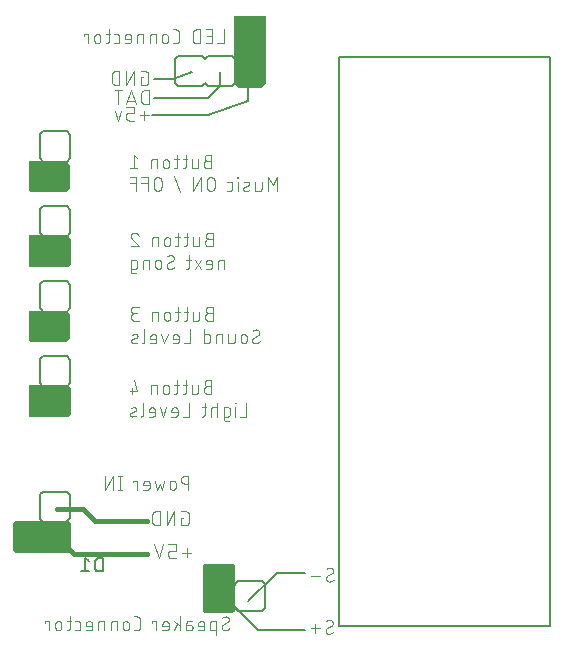
<source format=gbr>
G04 EAGLE Gerber RS-274X export*
G75*
%MOMM*%
%FSLAX34Y34*%
%LPD*%
%INSilkscreen Bottom*%
%IPPOS*%
%AMOC8*
5,1,8,0,0,1.08239X$1,22.5*%
G01*
%ADD10C,0.101600*%
%ADD11C,0.200000*%
%ADD12C,0.150000*%
%ADD13C,0.406400*%
%ADD14C,0.127000*%

G36*
X251095Y507014D02*
X251095Y507014D01*
X251191Y507019D01*
X251234Y507034D01*
X251279Y507041D01*
X251367Y507080D01*
X251458Y507112D01*
X251492Y507137D01*
X251536Y507157D01*
X251634Y507240D01*
X251707Y507293D01*
X254707Y510293D01*
X254725Y510318D01*
X254748Y510338D01*
X254783Y510391D01*
X254829Y510442D01*
X254849Y510483D01*
X254876Y510519D01*
X254888Y510552D01*
X254903Y510574D01*
X254919Y510629D01*
X254952Y510695D01*
X254958Y510737D01*
X254975Y510783D01*
X254978Y510822D01*
X254985Y510844D01*
X254986Y510915D01*
X254999Y511000D01*
X254999Y567000D01*
X254991Y567060D01*
X254991Y567084D01*
X254990Y567086D01*
X254991Y567128D01*
X254970Y567203D01*
X254959Y567279D01*
X254933Y567338D01*
X254916Y567400D01*
X254875Y567466D01*
X254843Y567536D01*
X254801Y567585D01*
X254768Y567640D01*
X254710Y567692D01*
X254660Y567750D01*
X254606Y567786D01*
X254558Y567829D01*
X254489Y567862D01*
X254424Y567905D01*
X254362Y567924D01*
X254305Y567952D01*
X254235Y567963D01*
X254154Y567987D01*
X254069Y567988D01*
X254000Y567999D01*
X229000Y567999D01*
X228936Y567990D01*
X228872Y567991D01*
X228797Y567970D01*
X228721Y567959D01*
X228662Y567933D01*
X228600Y567916D01*
X228534Y567875D01*
X228464Y567843D01*
X228415Y567801D01*
X228360Y567768D01*
X228308Y567710D01*
X228250Y567660D01*
X228214Y567606D01*
X228171Y567558D01*
X228138Y567489D01*
X228095Y567424D01*
X228076Y567362D01*
X228048Y567305D01*
X228037Y567235D01*
X228013Y567154D01*
X228012Y567069D01*
X228001Y567000D01*
X228001Y511000D01*
X228012Y510922D01*
X228011Y510870D01*
X228017Y510848D01*
X228019Y510809D01*
X228034Y510766D01*
X228041Y510721D01*
X228071Y510653D01*
X228086Y510598D01*
X228100Y510576D01*
X228112Y510542D01*
X228137Y510508D01*
X228157Y510464D01*
X228202Y510411D01*
X228235Y510358D01*
X228269Y510327D01*
X228293Y510293D01*
X231293Y507293D01*
X231370Y507236D01*
X231442Y507171D01*
X231483Y507151D01*
X231519Y507124D01*
X231609Y507090D01*
X231695Y507048D01*
X231737Y507042D01*
X231783Y507025D01*
X231911Y507015D01*
X232000Y507001D01*
X251000Y507001D01*
X251095Y507014D01*
G37*
G36*
X87518Y113271D02*
X87518Y113271D01*
X87536Y113269D01*
X87718Y113290D01*
X87901Y113309D01*
X87918Y113314D01*
X87935Y113316D01*
X88110Y113373D01*
X88286Y113427D01*
X88301Y113435D01*
X88318Y113441D01*
X88478Y113531D01*
X88640Y113619D01*
X88653Y113630D01*
X88669Y113639D01*
X88808Y113759D01*
X88949Y113876D01*
X88960Y113890D01*
X88974Y113902D01*
X89086Y114047D01*
X89201Y114190D01*
X89209Y114206D01*
X89220Y114220D01*
X89302Y114385D01*
X89387Y114547D01*
X89392Y114564D01*
X89400Y114581D01*
X89447Y114759D01*
X89498Y114934D01*
X89500Y114952D01*
X89504Y114969D01*
X89531Y115300D01*
X89531Y137700D01*
X89529Y137718D01*
X89531Y137736D01*
X89510Y137918D01*
X89491Y138101D01*
X89486Y138118D01*
X89484Y138135D01*
X89427Y138310D01*
X89373Y138486D01*
X89365Y138501D01*
X89359Y138518D01*
X89269Y138678D01*
X89181Y138840D01*
X89170Y138853D01*
X89161Y138869D01*
X89041Y139008D01*
X88924Y139149D01*
X88910Y139160D01*
X88898Y139174D01*
X88753Y139286D01*
X88610Y139401D01*
X88594Y139409D01*
X88580Y139420D01*
X88415Y139502D01*
X88253Y139587D01*
X88236Y139592D01*
X88220Y139600D01*
X88041Y139647D01*
X87866Y139698D01*
X87848Y139700D01*
X87831Y139704D01*
X87500Y139731D01*
X43100Y139731D01*
X43082Y139729D01*
X43064Y139731D01*
X42882Y139710D01*
X42699Y139691D01*
X42682Y139686D01*
X42665Y139684D01*
X42490Y139627D01*
X42314Y139573D01*
X42299Y139565D01*
X42282Y139559D01*
X42122Y139469D01*
X41960Y139381D01*
X41947Y139370D01*
X41931Y139361D01*
X41792Y139241D01*
X41651Y139124D01*
X41640Y139110D01*
X41627Y139098D01*
X41514Y138953D01*
X41399Y138810D01*
X41391Y138794D01*
X41380Y138780D01*
X41298Y138615D01*
X41213Y138453D01*
X41208Y138436D01*
X41200Y138420D01*
X41153Y138241D01*
X41102Y138066D01*
X41100Y138048D01*
X41096Y138031D01*
X41069Y137700D01*
X41069Y115300D01*
X41071Y115282D01*
X41069Y115264D01*
X41090Y115082D01*
X41109Y114899D01*
X41114Y114882D01*
X41116Y114865D01*
X41173Y114690D01*
X41227Y114514D01*
X41235Y114499D01*
X41241Y114482D01*
X41331Y114322D01*
X41419Y114160D01*
X41430Y114147D01*
X41439Y114131D01*
X41559Y113992D01*
X41676Y113851D01*
X41690Y113840D01*
X41702Y113827D01*
X41847Y113714D01*
X41990Y113599D01*
X42006Y113591D01*
X42020Y113580D01*
X42185Y113498D01*
X42347Y113413D01*
X42364Y113408D01*
X42381Y113400D01*
X42559Y113353D01*
X42734Y113302D01*
X42752Y113300D01*
X42769Y113296D01*
X43100Y113269D01*
X87500Y113269D01*
X87518Y113271D01*
G37*
G36*
X226618Y62471D02*
X226618Y62471D01*
X226636Y62469D01*
X226818Y62490D01*
X227001Y62509D01*
X227018Y62514D01*
X227035Y62516D01*
X227210Y62573D01*
X227386Y62627D01*
X227401Y62635D01*
X227418Y62641D01*
X227578Y62731D01*
X227740Y62819D01*
X227753Y62830D01*
X227769Y62839D01*
X227908Y62959D01*
X228049Y63076D01*
X228060Y63090D01*
X228074Y63102D01*
X228186Y63247D01*
X228301Y63390D01*
X228309Y63406D01*
X228320Y63420D01*
X228402Y63585D01*
X228487Y63747D01*
X228492Y63764D01*
X228500Y63781D01*
X228547Y63959D01*
X228598Y64134D01*
X228600Y64152D01*
X228604Y64169D01*
X228631Y64500D01*
X228631Y101600D01*
X228629Y101618D01*
X228631Y101636D01*
X228610Y101818D01*
X228591Y102001D01*
X228586Y102018D01*
X228584Y102035D01*
X228527Y102210D01*
X228473Y102386D01*
X228465Y102401D01*
X228459Y102418D01*
X228369Y102578D01*
X228281Y102740D01*
X228270Y102753D01*
X228261Y102769D01*
X228141Y102908D01*
X228024Y103049D01*
X228010Y103060D01*
X227998Y103074D01*
X227853Y103186D01*
X227710Y103301D01*
X227694Y103309D01*
X227680Y103320D01*
X227515Y103402D01*
X227353Y103487D01*
X227336Y103492D01*
X227320Y103500D01*
X227141Y103547D01*
X226966Y103598D01*
X226948Y103600D01*
X226931Y103604D01*
X226600Y103631D01*
X203200Y103631D01*
X203182Y103629D01*
X203164Y103631D01*
X202982Y103610D01*
X202799Y103591D01*
X202782Y103586D01*
X202765Y103584D01*
X202590Y103527D01*
X202414Y103473D01*
X202399Y103465D01*
X202382Y103459D01*
X202222Y103369D01*
X202060Y103281D01*
X202047Y103270D01*
X202031Y103261D01*
X201892Y103141D01*
X201751Y103024D01*
X201740Y103010D01*
X201727Y102998D01*
X201614Y102853D01*
X201499Y102710D01*
X201491Y102694D01*
X201480Y102680D01*
X201398Y102515D01*
X201313Y102353D01*
X201308Y102336D01*
X201300Y102320D01*
X201253Y102141D01*
X201202Y101966D01*
X201200Y101948D01*
X201196Y101931D01*
X201169Y101600D01*
X201169Y64500D01*
X201171Y64482D01*
X201169Y64464D01*
X201190Y64282D01*
X201209Y64099D01*
X201214Y64082D01*
X201216Y64065D01*
X201273Y63890D01*
X201327Y63714D01*
X201335Y63699D01*
X201341Y63682D01*
X201431Y63522D01*
X201519Y63360D01*
X201530Y63347D01*
X201539Y63331D01*
X201659Y63192D01*
X201776Y63051D01*
X201790Y63040D01*
X201802Y63027D01*
X201947Y62914D01*
X202090Y62799D01*
X202106Y62791D01*
X202120Y62780D01*
X202285Y62698D01*
X202447Y62613D01*
X202464Y62608D01*
X202481Y62600D01*
X202659Y62553D01*
X202834Y62502D01*
X202852Y62500D01*
X202869Y62496D01*
X203200Y62469D01*
X226600Y62469D01*
X226618Y62471D01*
G37*
G36*
X87095Y228014D02*
X87095Y228014D01*
X87191Y228019D01*
X87234Y228034D01*
X87279Y228041D01*
X87367Y228080D01*
X87458Y228112D01*
X87492Y228137D01*
X87536Y228157D01*
X87634Y228240D01*
X87707Y228293D01*
X89707Y230293D01*
X89725Y230319D01*
X89749Y230339D01*
X89784Y230392D01*
X89829Y230442D01*
X89849Y230483D01*
X89876Y230519D01*
X89888Y230551D01*
X89903Y230575D01*
X89921Y230632D01*
X89952Y230695D01*
X89958Y230737D01*
X89975Y230783D01*
X89978Y230820D01*
X89986Y230844D01*
X89987Y230920D01*
X89999Y231000D01*
X89999Y252000D01*
X89990Y252062D01*
X89991Y252111D01*
X89984Y252138D01*
X89981Y252191D01*
X89966Y252234D01*
X89959Y252279D01*
X89921Y252365D01*
X89916Y252382D01*
X89913Y252388D01*
X89888Y252458D01*
X89863Y252492D01*
X89843Y252536D01*
X89760Y252634D01*
X89707Y252707D01*
X87707Y254707D01*
X87630Y254764D01*
X87558Y254829D01*
X87517Y254849D01*
X87481Y254876D01*
X87391Y254910D01*
X87305Y254952D01*
X87263Y254958D01*
X87217Y254975D01*
X87090Y254985D01*
X87000Y254999D01*
X55000Y254999D01*
X54936Y254990D01*
X54872Y254991D01*
X54797Y254970D01*
X54721Y254959D01*
X54662Y254933D01*
X54600Y254916D01*
X54534Y254875D01*
X54464Y254843D01*
X54415Y254801D01*
X54360Y254768D01*
X54308Y254710D01*
X54250Y254660D01*
X54214Y254606D01*
X54171Y254558D01*
X54138Y254489D01*
X54095Y254424D01*
X54076Y254362D01*
X54048Y254305D01*
X54037Y254235D01*
X54013Y254154D01*
X54012Y254069D01*
X54001Y254000D01*
X54001Y229000D01*
X54010Y228936D01*
X54009Y228872D01*
X54030Y228797D01*
X54041Y228721D01*
X54067Y228662D01*
X54084Y228600D01*
X54125Y228534D01*
X54157Y228464D01*
X54199Y228415D01*
X54232Y228360D01*
X54290Y228308D01*
X54340Y228250D01*
X54394Y228214D01*
X54442Y228171D01*
X54511Y228138D01*
X54576Y228095D01*
X54638Y228076D01*
X54695Y228048D01*
X54765Y228037D01*
X54846Y228013D01*
X54931Y228012D01*
X55000Y228001D01*
X87000Y228001D01*
X87095Y228014D01*
G37*
G36*
X87095Y355014D02*
X87095Y355014D01*
X87191Y355019D01*
X87234Y355034D01*
X87279Y355041D01*
X87367Y355080D01*
X87458Y355112D01*
X87492Y355137D01*
X87536Y355157D01*
X87634Y355240D01*
X87707Y355293D01*
X89707Y357293D01*
X89725Y357319D01*
X89749Y357339D01*
X89784Y357392D01*
X89829Y357442D01*
X89849Y357483D01*
X89876Y357519D01*
X89888Y357551D01*
X89903Y357575D01*
X89921Y357632D01*
X89952Y357695D01*
X89958Y357737D01*
X89975Y357783D01*
X89978Y357820D01*
X89986Y357844D01*
X89987Y357920D01*
X89999Y358000D01*
X89999Y378000D01*
X89990Y378062D01*
X89991Y378111D01*
X89984Y378139D01*
X89981Y378191D01*
X89966Y378234D01*
X89959Y378279D01*
X89921Y378364D01*
X89916Y378383D01*
X89912Y378389D01*
X89888Y378458D01*
X89863Y378492D01*
X89843Y378536D01*
X89760Y378634D01*
X89707Y378707D01*
X86707Y381707D01*
X86630Y381764D01*
X86558Y381829D01*
X86517Y381849D01*
X86481Y381876D01*
X86391Y381910D01*
X86305Y381952D01*
X86263Y381958D01*
X86217Y381975D01*
X86090Y381985D01*
X86000Y381999D01*
X55000Y381999D01*
X54936Y381990D01*
X54872Y381991D01*
X54797Y381970D01*
X54721Y381959D01*
X54662Y381933D01*
X54600Y381916D01*
X54534Y381875D01*
X54464Y381843D01*
X54415Y381801D01*
X54360Y381768D01*
X54308Y381710D01*
X54250Y381660D01*
X54214Y381606D01*
X54171Y381558D01*
X54138Y381489D01*
X54095Y381424D01*
X54076Y381362D01*
X54048Y381305D01*
X54037Y381235D01*
X54013Y381154D01*
X54012Y381069D01*
X54001Y381000D01*
X54001Y356000D01*
X54010Y355936D01*
X54009Y355872D01*
X54030Y355797D01*
X54041Y355721D01*
X54067Y355662D01*
X54084Y355600D01*
X54125Y355534D01*
X54157Y355464D01*
X54199Y355415D01*
X54232Y355360D01*
X54290Y355308D01*
X54340Y355250D01*
X54394Y355214D01*
X54442Y355171D01*
X54511Y355138D01*
X54576Y355095D01*
X54638Y355076D01*
X54695Y355048D01*
X54765Y355037D01*
X54846Y355013D01*
X54931Y355012D01*
X55000Y355001D01*
X87000Y355001D01*
X87095Y355014D01*
G37*
G36*
X86095Y292014D02*
X86095Y292014D01*
X86191Y292019D01*
X86234Y292034D01*
X86279Y292041D01*
X86367Y292080D01*
X86458Y292112D01*
X86492Y292137D01*
X86536Y292157D01*
X86634Y292240D01*
X86707Y292293D01*
X88707Y294293D01*
X88725Y294319D01*
X88749Y294339D01*
X88784Y294392D01*
X88829Y294442D01*
X88849Y294483D01*
X88876Y294519D01*
X88888Y294551D01*
X88903Y294575D01*
X88921Y294632D01*
X88952Y294695D01*
X88958Y294737D01*
X88975Y294783D01*
X88978Y294820D01*
X88986Y294844D01*
X88987Y294920D01*
X88999Y295000D01*
X88999Y315000D01*
X88990Y315062D01*
X88991Y315111D01*
X88984Y315139D01*
X88981Y315191D01*
X88966Y315234D01*
X88959Y315279D01*
X88921Y315364D01*
X88916Y315383D01*
X88912Y315389D01*
X88888Y315458D01*
X88863Y315492D01*
X88843Y315536D01*
X88760Y315634D01*
X88707Y315707D01*
X86707Y317707D01*
X86630Y317764D01*
X86558Y317829D01*
X86517Y317849D01*
X86481Y317876D01*
X86391Y317910D01*
X86305Y317952D01*
X86263Y317958D01*
X86217Y317975D01*
X86090Y317985D01*
X86000Y317999D01*
X55000Y317999D01*
X54936Y317990D01*
X54872Y317991D01*
X54797Y317970D01*
X54721Y317959D01*
X54662Y317933D01*
X54600Y317916D01*
X54534Y317875D01*
X54464Y317843D01*
X54415Y317801D01*
X54360Y317768D01*
X54308Y317710D01*
X54250Y317660D01*
X54214Y317606D01*
X54171Y317558D01*
X54138Y317489D01*
X54095Y317424D01*
X54076Y317362D01*
X54048Y317305D01*
X54037Y317235D01*
X54013Y317154D01*
X54012Y317069D01*
X54001Y317000D01*
X54001Y293000D01*
X54010Y292936D01*
X54009Y292872D01*
X54030Y292797D01*
X54041Y292721D01*
X54067Y292662D01*
X54084Y292600D01*
X54125Y292534D01*
X54157Y292464D01*
X54199Y292415D01*
X54232Y292360D01*
X54290Y292308D01*
X54340Y292250D01*
X54394Y292214D01*
X54442Y292171D01*
X54511Y292138D01*
X54576Y292095D01*
X54638Y292076D01*
X54695Y292048D01*
X54765Y292037D01*
X54846Y292013D01*
X54931Y292012D01*
X55000Y292001D01*
X86000Y292001D01*
X86095Y292014D01*
G37*
G36*
X86095Y419014D02*
X86095Y419014D01*
X86191Y419019D01*
X86234Y419034D01*
X86279Y419041D01*
X86367Y419080D01*
X86458Y419112D01*
X86492Y419137D01*
X86536Y419157D01*
X86634Y419240D01*
X86707Y419293D01*
X88707Y421293D01*
X88725Y421319D01*
X88749Y421339D01*
X88784Y421392D01*
X88829Y421442D01*
X88849Y421483D01*
X88876Y421519D01*
X88888Y421551D01*
X88903Y421575D01*
X88921Y421632D01*
X88952Y421695D01*
X88958Y421737D01*
X88975Y421783D01*
X88978Y421820D01*
X88986Y421844D01*
X88987Y421920D01*
X88999Y422000D01*
X88999Y441000D01*
X88990Y441062D01*
X88991Y441112D01*
X88983Y441140D01*
X88981Y441191D01*
X88966Y441234D01*
X88959Y441279D01*
X88922Y441362D01*
X88916Y441384D01*
X88911Y441391D01*
X88888Y441458D01*
X88863Y441492D01*
X88843Y441536D01*
X88760Y441634D01*
X88707Y441707D01*
X85707Y444707D01*
X85630Y444764D01*
X85558Y444829D01*
X85517Y444849D01*
X85481Y444876D01*
X85391Y444910D01*
X85305Y444952D01*
X85263Y444958D01*
X85217Y444975D01*
X85090Y444985D01*
X85000Y444999D01*
X55000Y444999D01*
X54936Y444990D01*
X54872Y444991D01*
X54797Y444970D01*
X54721Y444959D01*
X54662Y444933D01*
X54600Y444916D01*
X54534Y444875D01*
X54464Y444843D01*
X54415Y444801D01*
X54360Y444768D01*
X54308Y444710D01*
X54250Y444660D01*
X54214Y444606D01*
X54171Y444558D01*
X54138Y444489D01*
X54095Y444424D01*
X54076Y444362D01*
X54048Y444305D01*
X54037Y444235D01*
X54013Y444154D01*
X54012Y444069D01*
X54001Y444000D01*
X54001Y420000D01*
X54010Y419936D01*
X54009Y419872D01*
X54030Y419797D01*
X54041Y419721D01*
X54067Y419662D01*
X54084Y419600D01*
X54125Y419534D01*
X54157Y419464D01*
X54199Y419415D01*
X54232Y419360D01*
X54290Y419308D01*
X54340Y419250D01*
X54394Y419214D01*
X54442Y419171D01*
X54511Y419138D01*
X54576Y419095D01*
X54638Y419076D01*
X54695Y419048D01*
X54765Y419037D01*
X54846Y419013D01*
X54931Y419012D01*
X55000Y419001D01*
X86000Y419001D01*
X86095Y419014D01*
G37*
D10*
X155709Y493122D02*
X155709Y504806D01*
X152464Y504806D01*
X152464Y504807D02*
X152351Y504805D01*
X152238Y504799D01*
X152125Y504789D01*
X152012Y504775D01*
X151900Y504758D01*
X151789Y504736D01*
X151679Y504711D01*
X151569Y504681D01*
X151461Y504648D01*
X151354Y504611D01*
X151248Y504571D01*
X151144Y504526D01*
X151041Y504478D01*
X150940Y504427D01*
X150841Y504372D01*
X150744Y504314D01*
X150649Y504252D01*
X150556Y504187D01*
X150466Y504119D01*
X150378Y504048D01*
X150292Y503973D01*
X150209Y503896D01*
X150129Y503816D01*
X150052Y503733D01*
X149977Y503647D01*
X149906Y503559D01*
X149838Y503469D01*
X149773Y503376D01*
X149711Y503281D01*
X149653Y503184D01*
X149598Y503085D01*
X149547Y502984D01*
X149499Y502881D01*
X149454Y502777D01*
X149414Y502671D01*
X149377Y502564D01*
X149344Y502456D01*
X149314Y502346D01*
X149289Y502236D01*
X149267Y502125D01*
X149250Y502013D01*
X149236Y501900D01*
X149226Y501787D01*
X149220Y501674D01*
X149218Y501561D01*
X149218Y496368D01*
X149220Y496255D01*
X149226Y496142D01*
X149236Y496029D01*
X149250Y495916D01*
X149267Y495804D01*
X149289Y495693D01*
X149314Y495583D01*
X149344Y495473D01*
X149377Y495365D01*
X149414Y495258D01*
X149454Y495152D01*
X149499Y495048D01*
X149547Y494945D01*
X149598Y494844D01*
X149653Y494745D01*
X149711Y494648D01*
X149773Y494553D01*
X149838Y494460D01*
X149906Y494370D01*
X149977Y494282D01*
X150052Y494196D01*
X150129Y494113D01*
X150209Y494033D01*
X150292Y493956D01*
X150378Y493881D01*
X150466Y493810D01*
X150556Y493742D01*
X150649Y493677D01*
X150744Y493615D01*
X150841Y493557D01*
X150940Y493502D01*
X151041Y493451D01*
X151144Y493403D01*
X151248Y493358D01*
X151354Y493318D01*
X151461Y493281D01*
X151569Y493248D01*
X151679Y493218D01*
X151789Y493193D01*
X151900Y493171D01*
X152012Y493154D01*
X152125Y493140D01*
X152238Y493130D01*
X152351Y493124D01*
X152464Y493122D01*
X155709Y493122D01*
X144547Y493122D02*
X140653Y504806D01*
X136758Y493122D01*
X137732Y496043D02*
X143574Y496043D01*
X129985Y493122D02*
X129985Y504806D01*
X133230Y504806D02*
X126739Y504806D01*
X148678Y515618D02*
X150625Y515618D01*
X148678Y515618D02*
X148678Y509127D01*
X152572Y509127D01*
X152572Y509128D02*
X152671Y509130D01*
X152771Y509136D01*
X152870Y509145D01*
X152968Y509158D01*
X153066Y509175D01*
X153164Y509196D01*
X153260Y509221D01*
X153355Y509249D01*
X153449Y509281D01*
X153542Y509316D01*
X153634Y509355D01*
X153724Y509398D01*
X153812Y509443D01*
X153899Y509493D01*
X153983Y509545D01*
X154066Y509601D01*
X154146Y509659D01*
X154224Y509721D01*
X154299Y509786D01*
X154372Y509854D01*
X154442Y509924D01*
X154510Y509997D01*
X154575Y510072D01*
X154637Y510150D01*
X154695Y510230D01*
X154751Y510313D01*
X154803Y510397D01*
X154853Y510484D01*
X154898Y510572D01*
X154941Y510662D01*
X154980Y510754D01*
X155015Y510847D01*
X155047Y510941D01*
X155075Y511036D01*
X155100Y511132D01*
X155121Y511230D01*
X155138Y511328D01*
X155151Y511426D01*
X155160Y511525D01*
X155166Y511625D01*
X155168Y511724D01*
X155169Y511724D02*
X155169Y518215D01*
X155168Y518215D02*
X155166Y518314D01*
X155160Y518414D01*
X155151Y518513D01*
X155138Y518611D01*
X155121Y518709D01*
X155100Y518807D01*
X155075Y518903D01*
X155047Y518998D01*
X155015Y519092D01*
X154980Y519185D01*
X154941Y519277D01*
X154898Y519367D01*
X154853Y519455D01*
X154803Y519542D01*
X154751Y519626D01*
X154695Y519709D01*
X154637Y519789D01*
X154575Y519867D01*
X154510Y519942D01*
X154442Y520015D01*
X154372Y520085D01*
X154299Y520153D01*
X154224Y520218D01*
X154146Y520280D01*
X154066Y520338D01*
X153983Y520394D01*
X153899Y520446D01*
X153812Y520496D01*
X153724Y520541D01*
X153634Y520584D01*
X153542Y520623D01*
X153449Y520658D01*
X153355Y520690D01*
X153260Y520718D01*
X153164Y520743D01*
X153066Y520764D01*
X152968Y520781D01*
X152870Y520794D01*
X152771Y520803D01*
X152671Y520809D01*
X152572Y520811D01*
X148678Y520811D01*
X142977Y520811D02*
X142977Y509127D01*
X136486Y509127D02*
X142977Y520811D01*
X136486Y520811D02*
X136486Y509127D01*
X130785Y509127D02*
X130785Y520811D01*
X127539Y520811D01*
X127539Y520812D02*
X127426Y520810D01*
X127313Y520804D01*
X127200Y520794D01*
X127087Y520780D01*
X126975Y520763D01*
X126864Y520741D01*
X126754Y520716D01*
X126644Y520686D01*
X126536Y520653D01*
X126429Y520616D01*
X126323Y520576D01*
X126219Y520531D01*
X126116Y520483D01*
X126015Y520432D01*
X125916Y520377D01*
X125819Y520319D01*
X125724Y520257D01*
X125631Y520192D01*
X125541Y520124D01*
X125453Y520053D01*
X125367Y519978D01*
X125284Y519901D01*
X125204Y519821D01*
X125127Y519738D01*
X125052Y519652D01*
X124981Y519564D01*
X124913Y519474D01*
X124848Y519381D01*
X124786Y519286D01*
X124728Y519189D01*
X124673Y519090D01*
X124622Y518989D01*
X124574Y518886D01*
X124529Y518782D01*
X124489Y518676D01*
X124452Y518569D01*
X124419Y518461D01*
X124389Y518351D01*
X124364Y518241D01*
X124342Y518130D01*
X124325Y518018D01*
X124311Y517905D01*
X124301Y517792D01*
X124295Y517679D01*
X124293Y517566D01*
X124294Y517566D02*
X124294Y512373D01*
X124293Y512373D02*
X124295Y512260D01*
X124301Y512147D01*
X124311Y512034D01*
X124325Y511921D01*
X124342Y511809D01*
X124364Y511698D01*
X124389Y511588D01*
X124419Y511478D01*
X124452Y511370D01*
X124489Y511263D01*
X124529Y511157D01*
X124574Y511053D01*
X124622Y510950D01*
X124673Y510849D01*
X124728Y510750D01*
X124786Y510653D01*
X124848Y510558D01*
X124913Y510465D01*
X124981Y510375D01*
X125052Y510287D01*
X125127Y510201D01*
X125204Y510118D01*
X125284Y510038D01*
X125367Y509961D01*
X125453Y509886D01*
X125541Y509815D01*
X125631Y509747D01*
X125724Y509682D01*
X125819Y509620D01*
X125916Y509562D01*
X126015Y509507D01*
X126116Y509456D01*
X126219Y509408D01*
X126323Y509363D01*
X126429Y509323D01*
X126536Y509286D01*
X126644Y509253D01*
X126754Y509223D01*
X126864Y509198D01*
X126975Y509176D01*
X127087Y509159D01*
X127200Y509145D01*
X127313Y509135D01*
X127426Y509129D01*
X127539Y509127D01*
X130785Y509127D01*
X205449Y445049D02*
X208695Y445049D01*
X205449Y445050D02*
X205336Y445048D01*
X205223Y445042D01*
X205110Y445032D01*
X204997Y445018D01*
X204885Y445001D01*
X204774Y444979D01*
X204664Y444954D01*
X204554Y444924D01*
X204446Y444891D01*
X204339Y444854D01*
X204233Y444814D01*
X204129Y444769D01*
X204026Y444721D01*
X203925Y444670D01*
X203826Y444615D01*
X203729Y444557D01*
X203634Y444495D01*
X203541Y444430D01*
X203451Y444362D01*
X203363Y444291D01*
X203277Y444216D01*
X203194Y444139D01*
X203114Y444059D01*
X203037Y443976D01*
X202962Y443890D01*
X202891Y443802D01*
X202823Y443712D01*
X202758Y443619D01*
X202696Y443524D01*
X202638Y443427D01*
X202583Y443328D01*
X202532Y443227D01*
X202484Y443124D01*
X202439Y443020D01*
X202399Y442914D01*
X202362Y442807D01*
X202329Y442699D01*
X202299Y442589D01*
X202274Y442479D01*
X202252Y442368D01*
X202235Y442256D01*
X202221Y442143D01*
X202211Y442030D01*
X202205Y441917D01*
X202203Y441804D01*
X202205Y441691D01*
X202211Y441578D01*
X202221Y441465D01*
X202235Y441352D01*
X202252Y441240D01*
X202274Y441129D01*
X202299Y441019D01*
X202329Y440909D01*
X202362Y440801D01*
X202399Y440694D01*
X202439Y440588D01*
X202484Y440484D01*
X202532Y440381D01*
X202583Y440280D01*
X202638Y440181D01*
X202696Y440084D01*
X202758Y439989D01*
X202823Y439896D01*
X202891Y439806D01*
X202962Y439718D01*
X203037Y439632D01*
X203114Y439549D01*
X203194Y439469D01*
X203277Y439392D01*
X203363Y439317D01*
X203451Y439246D01*
X203541Y439178D01*
X203634Y439113D01*
X203729Y439051D01*
X203826Y438993D01*
X203925Y438938D01*
X204026Y438887D01*
X204129Y438839D01*
X204233Y438794D01*
X204339Y438754D01*
X204446Y438717D01*
X204554Y438684D01*
X204664Y438654D01*
X204774Y438629D01*
X204885Y438607D01*
X204997Y438590D01*
X205110Y438576D01*
X205223Y438566D01*
X205336Y438560D01*
X205449Y438558D01*
X208695Y438558D01*
X208695Y450242D01*
X205449Y450242D01*
X205348Y450240D01*
X205248Y450234D01*
X205148Y450224D01*
X205048Y450211D01*
X204949Y450193D01*
X204850Y450172D01*
X204753Y450147D01*
X204656Y450118D01*
X204561Y450085D01*
X204467Y450049D01*
X204375Y450009D01*
X204284Y449966D01*
X204195Y449919D01*
X204108Y449869D01*
X204022Y449815D01*
X203939Y449758D01*
X203859Y449698D01*
X203780Y449635D01*
X203704Y449568D01*
X203631Y449499D01*
X203561Y449427D01*
X203493Y449353D01*
X203428Y449276D01*
X203367Y449196D01*
X203308Y449114D01*
X203253Y449030D01*
X203201Y448944D01*
X203152Y448856D01*
X203107Y448766D01*
X203065Y448674D01*
X203027Y448581D01*
X202993Y448486D01*
X202962Y448391D01*
X202935Y448294D01*
X202912Y448196D01*
X202892Y448097D01*
X202877Y447997D01*
X202865Y447897D01*
X202857Y447797D01*
X202853Y447696D01*
X202853Y447596D01*
X202857Y447495D01*
X202865Y447395D01*
X202877Y447295D01*
X202892Y447195D01*
X202912Y447096D01*
X202935Y446998D01*
X202962Y446901D01*
X202993Y446806D01*
X203027Y446711D01*
X203065Y446618D01*
X203107Y446526D01*
X203152Y446436D01*
X203201Y446348D01*
X203253Y446262D01*
X203308Y446178D01*
X203367Y446096D01*
X203428Y446016D01*
X203493Y445939D01*
X203561Y445865D01*
X203631Y445793D01*
X203704Y445724D01*
X203780Y445657D01*
X203859Y445594D01*
X203939Y445534D01*
X204022Y445477D01*
X204108Y445423D01*
X204195Y445373D01*
X204284Y445326D01*
X204375Y445283D01*
X204467Y445243D01*
X204561Y445207D01*
X204656Y445174D01*
X204753Y445145D01*
X204850Y445120D01*
X204949Y445099D01*
X205048Y445081D01*
X205148Y445068D01*
X205248Y445058D01*
X205348Y445052D01*
X205449Y445050D01*
X197547Y446347D02*
X197547Y440505D01*
X197545Y440418D01*
X197539Y440330D01*
X197529Y440244D01*
X197516Y440157D01*
X197498Y440072D01*
X197477Y439987D01*
X197452Y439903D01*
X197423Y439821D01*
X197390Y439740D01*
X197354Y439660D01*
X197315Y439582D01*
X197271Y439506D01*
X197225Y439432D01*
X197175Y439361D01*
X197122Y439291D01*
X197066Y439224D01*
X197007Y439160D01*
X196945Y439098D01*
X196881Y439039D01*
X196814Y438983D01*
X196744Y438930D01*
X196673Y438880D01*
X196599Y438834D01*
X196523Y438790D01*
X196445Y438751D01*
X196365Y438715D01*
X196284Y438682D01*
X196202Y438653D01*
X196118Y438628D01*
X196033Y438607D01*
X195948Y438589D01*
X195861Y438576D01*
X195775Y438566D01*
X195687Y438560D01*
X195600Y438558D01*
X192354Y438558D01*
X192354Y446347D01*
X188227Y446347D02*
X184333Y446347D01*
X186929Y450242D02*
X186929Y440505D01*
X186927Y440418D01*
X186921Y440330D01*
X186911Y440244D01*
X186898Y440157D01*
X186880Y440072D01*
X186859Y439987D01*
X186834Y439903D01*
X186805Y439821D01*
X186772Y439740D01*
X186736Y439660D01*
X186697Y439582D01*
X186653Y439506D01*
X186607Y439432D01*
X186557Y439361D01*
X186504Y439291D01*
X186448Y439224D01*
X186389Y439160D01*
X186327Y439098D01*
X186263Y439039D01*
X186196Y438983D01*
X186126Y438930D01*
X186055Y438880D01*
X185981Y438834D01*
X185905Y438790D01*
X185827Y438751D01*
X185747Y438715D01*
X185666Y438682D01*
X185584Y438653D01*
X185500Y438628D01*
X185415Y438607D01*
X185330Y438589D01*
X185243Y438576D01*
X185157Y438566D01*
X185069Y438560D01*
X184982Y438558D01*
X184333Y438558D01*
X180988Y446347D02*
X177094Y446347D01*
X179690Y450242D02*
X179690Y440505D01*
X179688Y440418D01*
X179682Y440330D01*
X179672Y440244D01*
X179659Y440157D01*
X179641Y440072D01*
X179620Y439987D01*
X179595Y439903D01*
X179566Y439821D01*
X179533Y439740D01*
X179497Y439660D01*
X179458Y439582D01*
X179414Y439506D01*
X179368Y439432D01*
X179318Y439361D01*
X179265Y439291D01*
X179209Y439224D01*
X179150Y439160D01*
X179088Y439098D01*
X179024Y439039D01*
X178957Y438983D01*
X178887Y438930D01*
X178816Y438880D01*
X178742Y438834D01*
X178666Y438790D01*
X178588Y438751D01*
X178508Y438715D01*
X178427Y438682D01*
X178345Y438653D01*
X178261Y438628D01*
X178176Y438607D01*
X178091Y438589D01*
X178004Y438576D01*
X177918Y438566D01*
X177830Y438560D01*
X177743Y438558D01*
X177094Y438558D01*
X172782Y441154D02*
X172782Y443751D01*
X172780Y443852D01*
X172774Y443952D01*
X172764Y444052D01*
X172751Y444152D01*
X172733Y444251D01*
X172712Y444350D01*
X172687Y444447D01*
X172658Y444544D01*
X172625Y444639D01*
X172589Y444733D01*
X172549Y444825D01*
X172506Y444916D01*
X172459Y445005D01*
X172409Y445092D01*
X172355Y445178D01*
X172298Y445261D01*
X172238Y445341D01*
X172175Y445420D01*
X172108Y445496D01*
X172039Y445569D01*
X171967Y445639D01*
X171893Y445707D01*
X171816Y445772D01*
X171736Y445833D01*
X171654Y445892D01*
X171570Y445947D01*
X171484Y445999D01*
X171396Y446048D01*
X171306Y446093D01*
X171214Y446135D01*
X171121Y446173D01*
X171026Y446207D01*
X170931Y446238D01*
X170834Y446265D01*
X170736Y446288D01*
X170637Y446308D01*
X170537Y446323D01*
X170437Y446335D01*
X170337Y446343D01*
X170236Y446347D01*
X170136Y446347D01*
X170035Y446343D01*
X169935Y446335D01*
X169835Y446323D01*
X169735Y446308D01*
X169636Y446288D01*
X169538Y446265D01*
X169441Y446238D01*
X169346Y446207D01*
X169251Y446173D01*
X169158Y446135D01*
X169066Y446093D01*
X168976Y446048D01*
X168888Y445999D01*
X168802Y445947D01*
X168718Y445892D01*
X168636Y445833D01*
X168556Y445772D01*
X168479Y445707D01*
X168405Y445639D01*
X168333Y445569D01*
X168264Y445496D01*
X168197Y445420D01*
X168134Y445341D01*
X168074Y445261D01*
X168017Y445178D01*
X167963Y445092D01*
X167913Y445005D01*
X167866Y444916D01*
X167823Y444825D01*
X167783Y444733D01*
X167747Y444639D01*
X167714Y444544D01*
X167685Y444447D01*
X167660Y444350D01*
X167639Y444251D01*
X167621Y444152D01*
X167608Y444052D01*
X167598Y443952D01*
X167592Y443852D01*
X167590Y443751D01*
X167589Y443751D02*
X167589Y441154D01*
X167590Y441154D02*
X167592Y441053D01*
X167598Y440953D01*
X167608Y440853D01*
X167621Y440753D01*
X167639Y440654D01*
X167660Y440555D01*
X167685Y440458D01*
X167714Y440361D01*
X167747Y440266D01*
X167783Y440172D01*
X167823Y440080D01*
X167866Y439989D01*
X167913Y439900D01*
X167963Y439813D01*
X168017Y439727D01*
X168074Y439644D01*
X168134Y439564D01*
X168197Y439485D01*
X168264Y439409D01*
X168333Y439336D01*
X168405Y439266D01*
X168479Y439198D01*
X168556Y439133D01*
X168636Y439072D01*
X168718Y439013D01*
X168802Y438958D01*
X168888Y438906D01*
X168976Y438857D01*
X169066Y438812D01*
X169158Y438770D01*
X169251Y438732D01*
X169346Y438698D01*
X169441Y438667D01*
X169538Y438640D01*
X169636Y438617D01*
X169735Y438597D01*
X169835Y438582D01*
X169935Y438570D01*
X170035Y438562D01*
X170136Y438558D01*
X170236Y438558D01*
X170337Y438562D01*
X170437Y438570D01*
X170537Y438582D01*
X170637Y438597D01*
X170736Y438617D01*
X170834Y438640D01*
X170931Y438667D01*
X171026Y438698D01*
X171121Y438732D01*
X171214Y438770D01*
X171306Y438812D01*
X171396Y438857D01*
X171484Y438906D01*
X171570Y438958D01*
X171654Y439013D01*
X171736Y439072D01*
X171816Y439133D01*
X171893Y439198D01*
X171967Y439266D01*
X172039Y439336D01*
X172108Y439409D01*
X172175Y439485D01*
X172238Y439564D01*
X172298Y439644D01*
X172355Y439727D01*
X172409Y439813D01*
X172459Y439900D01*
X172506Y439989D01*
X172549Y440080D01*
X172589Y440172D01*
X172625Y440266D01*
X172658Y440361D01*
X172687Y440458D01*
X172712Y440555D01*
X172733Y440654D01*
X172751Y440753D01*
X172764Y440853D01*
X172774Y440953D01*
X172780Y441053D01*
X172782Y441154D01*
X162495Y438558D02*
X162495Y446347D01*
X159249Y446347D01*
X159162Y446345D01*
X159074Y446339D01*
X158988Y446329D01*
X158901Y446316D01*
X158816Y446298D01*
X158731Y446277D01*
X158647Y446252D01*
X158565Y446223D01*
X158484Y446190D01*
X158404Y446154D01*
X158326Y446115D01*
X158250Y446071D01*
X158176Y446025D01*
X158105Y445975D01*
X158035Y445922D01*
X157968Y445866D01*
X157904Y445807D01*
X157842Y445746D01*
X157783Y445681D01*
X157727Y445614D01*
X157674Y445544D01*
X157624Y445473D01*
X157578Y445399D01*
X157535Y445323D01*
X157495Y445245D01*
X157459Y445165D01*
X157426Y445084D01*
X157397Y445002D01*
X157372Y444918D01*
X157351Y444833D01*
X157333Y444748D01*
X157320Y444661D01*
X157310Y444575D01*
X157304Y444487D01*
X157302Y444400D01*
X157302Y438558D01*
X145999Y447646D02*
X142754Y450242D01*
X142754Y438558D01*
X145999Y438558D02*
X139508Y438558D01*
X264625Y431192D02*
X264625Y419508D01*
X260731Y424701D02*
X264625Y431192D01*
X260731Y424701D02*
X256836Y431192D01*
X256836Y419508D01*
X251135Y421455D02*
X251135Y427297D01*
X251135Y421455D02*
X251133Y421368D01*
X251127Y421280D01*
X251117Y421194D01*
X251104Y421107D01*
X251086Y421022D01*
X251065Y420937D01*
X251040Y420853D01*
X251011Y420771D01*
X250978Y420690D01*
X250942Y420610D01*
X250903Y420532D01*
X250859Y420456D01*
X250813Y420382D01*
X250763Y420311D01*
X250710Y420241D01*
X250654Y420174D01*
X250595Y420110D01*
X250533Y420048D01*
X250469Y419989D01*
X250402Y419933D01*
X250332Y419880D01*
X250261Y419830D01*
X250187Y419784D01*
X250111Y419740D01*
X250033Y419701D01*
X249953Y419665D01*
X249872Y419632D01*
X249790Y419603D01*
X249706Y419578D01*
X249621Y419557D01*
X249536Y419539D01*
X249449Y419526D01*
X249363Y419516D01*
X249275Y419510D01*
X249188Y419508D01*
X245942Y419508D01*
X245942Y427297D01*
X239875Y424052D02*
X236629Y422754D01*
X239874Y424051D02*
X239949Y424084D01*
X240023Y424120D01*
X240095Y424159D01*
X240165Y424202D01*
X240232Y424248D01*
X240298Y424298D01*
X240360Y424350D01*
X240421Y424406D01*
X240478Y424464D01*
X240533Y424525D01*
X240584Y424589D01*
X240632Y424655D01*
X240677Y424724D01*
X240719Y424794D01*
X240757Y424867D01*
X240792Y424941D01*
X240823Y425017D01*
X240850Y425094D01*
X240873Y425173D01*
X240893Y425252D01*
X240908Y425333D01*
X240920Y425414D01*
X240928Y425496D01*
X240932Y425577D01*
X240931Y425659D01*
X240927Y425741D01*
X240919Y425823D01*
X240907Y425904D01*
X240891Y425984D01*
X240871Y426064D01*
X240847Y426142D01*
X240819Y426219D01*
X240788Y426295D01*
X240753Y426369D01*
X240715Y426441D01*
X240673Y426512D01*
X240627Y426580D01*
X240579Y426646D01*
X240527Y426709D01*
X240472Y426770D01*
X240414Y426828D01*
X240354Y426884D01*
X240291Y426936D01*
X240225Y426985D01*
X240157Y427031D01*
X240087Y427073D01*
X240015Y427113D01*
X239941Y427148D01*
X239866Y427180D01*
X239789Y427208D01*
X239711Y427232D01*
X239631Y427253D01*
X239551Y427270D01*
X239470Y427282D01*
X239389Y427291D01*
X239307Y427296D01*
X239225Y427297D01*
X239226Y427297D02*
X239049Y427293D01*
X238872Y427284D01*
X238695Y427270D01*
X238518Y427253D01*
X238343Y427231D01*
X238167Y427206D01*
X237993Y427175D01*
X237819Y427141D01*
X237646Y427103D01*
X237474Y427060D01*
X237303Y427013D01*
X237133Y426963D01*
X236964Y426908D01*
X236797Y426849D01*
X236632Y426786D01*
X236467Y426719D01*
X236305Y426648D01*
X236629Y422754D02*
X236554Y422721D01*
X236480Y422685D01*
X236408Y422646D01*
X236338Y422603D01*
X236271Y422557D01*
X236205Y422507D01*
X236143Y422455D01*
X236082Y422399D01*
X236025Y422341D01*
X235970Y422280D01*
X235919Y422216D01*
X235871Y422150D01*
X235826Y422081D01*
X235784Y422011D01*
X235746Y421938D01*
X235711Y421864D01*
X235680Y421788D01*
X235653Y421711D01*
X235630Y421632D01*
X235610Y421553D01*
X235595Y421472D01*
X235583Y421391D01*
X235575Y421309D01*
X235571Y421228D01*
X235572Y421146D01*
X235576Y421064D01*
X235584Y420982D01*
X235596Y420901D01*
X235612Y420821D01*
X235632Y420741D01*
X235656Y420663D01*
X235684Y420586D01*
X235715Y420510D01*
X235750Y420436D01*
X235788Y420364D01*
X235830Y420293D01*
X235876Y420225D01*
X235924Y420159D01*
X235976Y420096D01*
X236031Y420035D01*
X236089Y419977D01*
X236149Y419921D01*
X236212Y419869D01*
X236278Y419820D01*
X236346Y419774D01*
X236416Y419732D01*
X236488Y419692D01*
X236562Y419657D01*
X236637Y419625D01*
X236714Y419597D01*
X236792Y419573D01*
X236872Y419552D01*
X236952Y419535D01*
X237033Y419523D01*
X237114Y419514D01*
X237196Y419509D01*
X237278Y419508D01*
X237538Y419515D01*
X237798Y419528D01*
X238058Y419547D01*
X238317Y419572D01*
X238576Y419604D01*
X238833Y419641D01*
X239090Y419685D01*
X239346Y419734D01*
X239600Y419790D01*
X239853Y419851D01*
X240104Y419919D01*
X240354Y419993D01*
X240602Y420072D01*
X240848Y420157D01*
X231013Y419508D02*
X231013Y427297D01*
X231337Y430543D02*
X231337Y431192D01*
X230688Y431192D01*
X230688Y430543D01*
X231337Y430543D01*
X224410Y419508D02*
X221813Y419508D01*
X224410Y419508D02*
X224497Y419510D01*
X224585Y419516D01*
X224671Y419526D01*
X224758Y419539D01*
X224843Y419557D01*
X224928Y419578D01*
X225012Y419603D01*
X225094Y419632D01*
X225175Y419665D01*
X225255Y419701D01*
X225333Y419740D01*
X225409Y419784D01*
X225483Y419830D01*
X225554Y419880D01*
X225624Y419933D01*
X225691Y419989D01*
X225755Y420048D01*
X225817Y420110D01*
X225876Y420174D01*
X225932Y420241D01*
X225985Y420311D01*
X226035Y420382D01*
X226081Y420456D01*
X226125Y420532D01*
X226164Y420610D01*
X226200Y420690D01*
X226233Y420771D01*
X226262Y420853D01*
X226287Y420937D01*
X226308Y421022D01*
X226326Y421107D01*
X226339Y421194D01*
X226349Y421280D01*
X226355Y421368D01*
X226357Y421455D01*
X226357Y425350D01*
X226355Y425437D01*
X226349Y425525D01*
X226339Y425611D01*
X226326Y425698D01*
X226308Y425783D01*
X226287Y425868D01*
X226262Y425952D01*
X226233Y426034D01*
X226200Y426115D01*
X226164Y426195D01*
X226125Y426273D01*
X226081Y426349D01*
X226035Y426423D01*
X225985Y426494D01*
X225932Y426564D01*
X225876Y426631D01*
X225817Y426695D01*
X225755Y426757D01*
X225691Y426816D01*
X225624Y426872D01*
X225554Y426925D01*
X225483Y426975D01*
X225409Y427021D01*
X225333Y427065D01*
X225255Y427104D01*
X225175Y427140D01*
X225094Y427173D01*
X225012Y427202D01*
X224928Y427227D01*
X224843Y427248D01*
X224758Y427266D01*
X224671Y427279D01*
X224585Y427289D01*
X224497Y427295D01*
X224410Y427297D01*
X221813Y427297D01*
X211398Y427946D02*
X211398Y422754D01*
X211399Y427946D02*
X211397Y428059D01*
X211391Y428172D01*
X211381Y428285D01*
X211367Y428398D01*
X211350Y428510D01*
X211328Y428621D01*
X211303Y428731D01*
X211273Y428841D01*
X211240Y428949D01*
X211203Y429056D01*
X211163Y429162D01*
X211118Y429266D01*
X211070Y429369D01*
X211019Y429470D01*
X210964Y429569D01*
X210906Y429666D01*
X210844Y429761D01*
X210779Y429854D01*
X210711Y429944D01*
X210640Y430032D01*
X210565Y430118D01*
X210488Y430201D01*
X210408Y430281D01*
X210325Y430358D01*
X210239Y430433D01*
X210151Y430504D01*
X210061Y430572D01*
X209968Y430637D01*
X209873Y430699D01*
X209776Y430757D01*
X209677Y430812D01*
X209576Y430863D01*
X209473Y430911D01*
X209369Y430956D01*
X209263Y430996D01*
X209156Y431033D01*
X209048Y431066D01*
X208938Y431096D01*
X208828Y431121D01*
X208717Y431143D01*
X208605Y431160D01*
X208492Y431174D01*
X208379Y431184D01*
X208266Y431190D01*
X208153Y431192D01*
X208040Y431190D01*
X207927Y431184D01*
X207814Y431174D01*
X207701Y431160D01*
X207589Y431143D01*
X207478Y431121D01*
X207368Y431096D01*
X207258Y431066D01*
X207150Y431033D01*
X207043Y430996D01*
X206937Y430956D01*
X206833Y430911D01*
X206730Y430863D01*
X206629Y430812D01*
X206530Y430757D01*
X206433Y430699D01*
X206338Y430637D01*
X206245Y430572D01*
X206155Y430504D01*
X206067Y430433D01*
X205981Y430358D01*
X205898Y430281D01*
X205818Y430201D01*
X205741Y430118D01*
X205666Y430032D01*
X205595Y429944D01*
X205527Y429854D01*
X205462Y429761D01*
X205400Y429666D01*
X205342Y429569D01*
X205287Y429470D01*
X205236Y429369D01*
X205188Y429266D01*
X205143Y429162D01*
X205103Y429056D01*
X205066Y428949D01*
X205033Y428841D01*
X205003Y428731D01*
X204978Y428621D01*
X204956Y428510D01*
X204939Y428398D01*
X204925Y428285D01*
X204915Y428172D01*
X204909Y428059D01*
X204907Y427946D01*
X204907Y422754D01*
X204909Y422641D01*
X204915Y422528D01*
X204925Y422415D01*
X204939Y422302D01*
X204956Y422190D01*
X204978Y422079D01*
X205003Y421969D01*
X205033Y421859D01*
X205066Y421751D01*
X205103Y421644D01*
X205143Y421538D01*
X205188Y421434D01*
X205236Y421331D01*
X205287Y421230D01*
X205342Y421131D01*
X205400Y421034D01*
X205462Y420939D01*
X205527Y420846D01*
X205595Y420756D01*
X205666Y420668D01*
X205741Y420582D01*
X205818Y420499D01*
X205898Y420419D01*
X205981Y420342D01*
X206067Y420267D01*
X206155Y420196D01*
X206245Y420128D01*
X206338Y420063D01*
X206433Y420001D01*
X206530Y419943D01*
X206629Y419888D01*
X206730Y419837D01*
X206833Y419789D01*
X206937Y419744D01*
X207043Y419704D01*
X207150Y419667D01*
X207258Y419634D01*
X207368Y419604D01*
X207478Y419579D01*
X207589Y419557D01*
X207701Y419540D01*
X207814Y419526D01*
X207927Y419516D01*
X208040Y419510D01*
X208153Y419508D01*
X208266Y419510D01*
X208379Y419516D01*
X208492Y419526D01*
X208605Y419540D01*
X208717Y419557D01*
X208828Y419579D01*
X208938Y419604D01*
X209048Y419634D01*
X209156Y419667D01*
X209263Y419704D01*
X209369Y419744D01*
X209473Y419789D01*
X209576Y419837D01*
X209677Y419888D01*
X209776Y419943D01*
X209873Y420001D01*
X209968Y420063D01*
X210061Y420128D01*
X210151Y420196D01*
X210239Y420267D01*
X210325Y420342D01*
X210408Y420419D01*
X210488Y420499D01*
X210565Y420582D01*
X210640Y420668D01*
X210711Y420756D01*
X210779Y420846D01*
X210844Y420939D01*
X210906Y421034D01*
X210964Y421131D01*
X211019Y421230D01*
X211070Y421331D01*
X211118Y421434D01*
X211163Y421538D01*
X211203Y421644D01*
X211240Y421751D01*
X211273Y421859D01*
X211303Y421969D01*
X211328Y422079D01*
X211350Y422190D01*
X211367Y422302D01*
X211381Y422415D01*
X211391Y422528D01*
X211397Y422641D01*
X211399Y422754D01*
X199587Y419508D02*
X199587Y431192D01*
X193096Y419508D01*
X193096Y431192D01*
X176981Y432490D02*
X182174Y418210D01*
X166440Y422754D02*
X166440Y427946D01*
X166441Y427946D02*
X166439Y428059D01*
X166433Y428172D01*
X166423Y428285D01*
X166409Y428398D01*
X166392Y428510D01*
X166370Y428621D01*
X166345Y428731D01*
X166315Y428841D01*
X166282Y428949D01*
X166245Y429056D01*
X166205Y429162D01*
X166160Y429266D01*
X166112Y429369D01*
X166061Y429470D01*
X166006Y429569D01*
X165948Y429666D01*
X165886Y429761D01*
X165821Y429854D01*
X165753Y429944D01*
X165682Y430032D01*
X165607Y430118D01*
X165530Y430201D01*
X165450Y430281D01*
X165367Y430358D01*
X165281Y430433D01*
X165193Y430504D01*
X165103Y430572D01*
X165010Y430637D01*
X164915Y430699D01*
X164818Y430757D01*
X164719Y430812D01*
X164618Y430863D01*
X164515Y430911D01*
X164411Y430956D01*
X164305Y430996D01*
X164198Y431033D01*
X164090Y431066D01*
X163980Y431096D01*
X163870Y431121D01*
X163759Y431143D01*
X163647Y431160D01*
X163534Y431174D01*
X163421Y431184D01*
X163308Y431190D01*
X163195Y431192D01*
X163082Y431190D01*
X162969Y431184D01*
X162856Y431174D01*
X162743Y431160D01*
X162631Y431143D01*
X162520Y431121D01*
X162410Y431096D01*
X162300Y431066D01*
X162192Y431033D01*
X162085Y430996D01*
X161979Y430956D01*
X161875Y430911D01*
X161772Y430863D01*
X161671Y430812D01*
X161572Y430757D01*
X161475Y430699D01*
X161380Y430637D01*
X161287Y430572D01*
X161197Y430504D01*
X161109Y430433D01*
X161023Y430358D01*
X160940Y430281D01*
X160860Y430201D01*
X160783Y430118D01*
X160708Y430032D01*
X160637Y429944D01*
X160569Y429854D01*
X160504Y429761D01*
X160442Y429666D01*
X160384Y429569D01*
X160329Y429470D01*
X160278Y429369D01*
X160230Y429266D01*
X160185Y429162D01*
X160145Y429056D01*
X160108Y428949D01*
X160075Y428841D01*
X160045Y428731D01*
X160020Y428621D01*
X159998Y428510D01*
X159981Y428398D01*
X159967Y428285D01*
X159957Y428172D01*
X159951Y428059D01*
X159949Y427946D01*
X159949Y422754D01*
X159951Y422641D01*
X159957Y422528D01*
X159967Y422415D01*
X159981Y422302D01*
X159998Y422190D01*
X160020Y422079D01*
X160045Y421969D01*
X160075Y421859D01*
X160108Y421751D01*
X160145Y421644D01*
X160185Y421538D01*
X160230Y421434D01*
X160278Y421331D01*
X160329Y421230D01*
X160384Y421131D01*
X160442Y421034D01*
X160504Y420939D01*
X160569Y420846D01*
X160637Y420756D01*
X160708Y420668D01*
X160783Y420582D01*
X160860Y420499D01*
X160940Y420419D01*
X161023Y420342D01*
X161109Y420267D01*
X161197Y420196D01*
X161287Y420128D01*
X161380Y420063D01*
X161475Y420001D01*
X161572Y419943D01*
X161671Y419888D01*
X161772Y419837D01*
X161875Y419789D01*
X161979Y419744D01*
X162085Y419704D01*
X162192Y419667D01*
X162300Y419634D01*
X162410Y419604D01*
X162520Y419579D01*
X162631Y419557D01*
X162743Y419540D01*
X162856Y419526D01*
X162969Y419516D01*
X163082Y419510D01*
X163195Y419508D01*
X163308Y419510D01*
X163421Y419516D01*
X163534Y419526D01*
X163647Y419540D01*
X163759Y419557D01*
X163870Y419579D01*
X163980Y419604D01*
X164090Y419634D01*
X164198Y419667D01*
X164305Y419704D01*
X164411Y419744D01*
X164515Y419789D01*
X164618Y419837D01*
X164719Y419888D01*
X164818Y419943D01*
X164915Y420001D01*
X165010Y420063D01*
X165103Y420128D01*
X165193Y420196D01*
X165281Y420267D01*
X165367Y420342D01*
X165450Y420419D01*
X165530Y420499D01*
X165607Y420582D01*
X165682Y420668D01*
X165753Y420756D01*
X165821Y420846D01*
X165886Y420939D01*
X165948Y421034D01*
X166006Y421131D01*
X166061Y421230D01*
X166112Y421331D01*
X166160Y421434D01*
X166205Y421538D01*
X166245Y421644D01*
X166282Y421751D01*
X166315Y421859D01*
X166345Y421969D01*
X166370Y422079D01*
X166392Y422190D01*
X166409Y422302D01*
X166423Y422415D01*
X166433Y422528D01*
X166439Y422641D01*
X166441Y422754D01*
X154607Y419508D02*
X154607Y431192D01*
X149414Y431192D01*
X149414Y425999D02*
X154607Y425999D01*
X144701Y431192D02*
X144701Y419508D01*
X144701Y431192D02*
X139508Y431192D01*
X139508Y425999D02*
X144701Y425999D01*
X206449Y379049D02*
X209695Y379049D01*
X206449Y379050D02*
X206336Y379048D01*
X206223Y379042D01*
X206110Y379032D01*
X205997Y379018D01*
X205885Y379001D01*
X205774Y378979D01*
X205664Y378954D01*
X205554Y378924D01*
X205446Y378891D01*
X205339Y378854D01*
X205233Y378814D01*
X205129Y378769D01*
X205026Y378721D01*
X204925Y378670D01*
X204826Y378615D01*
X204729Y378557D01*
X204634Y378495D01*
X204541Y378430D01*
X204451Y378362D01*
X204363Y378291D01*
X204277Y378216D01*
X204194Y378139D01*
X204114Y378059D01*
X204037Y377976D01*
X203962Y377890D01*
X203891Y377802D01*
X203823Y377712D01*
X203758Y377619D01*
X203696Y377524D01*
X203638Y377427D01*
X203583Y377328D01*
X203532Y377227D01*
X203484Y377124D01*
X203439Y377020D01*
X203399Y376914D01*
X203362Y376807D01*
X203329Y376699D01*
X203299Y376589D01*
X203274Y376479D01*
X203252Y376368D01*
X203235Y376256D01*
X203221Y376143D01*
X203211Y376030D01*
X203205Y375917D01*
X203203Y375804D01*
X203205Y375691D01*
X203211Y375578D01*
X203221Y375465D01*
X203235Y375352D01*
X203252Y375240D01*
X203274Y375129D01*
X203299Y375019D01*
X203329Y374909D01*
X203362Y374801D01*
X203399Y374694D01*
X203439Y374588D01*
X203484Y374484D01*
X203532Y374381D01*
X203583Y374280D01*
X203638Y374181D01*
X203696Y374084D01*
X203758Y373989D01*
X203823Y373896D01*
X203891Y373806D01*
X203962Y373718D01*
X204037Y373632D01*
X204114Y373549D01*
X204194Y373469D01*
X204277Y373392D01*
X204363Y373317D01*
X204451Y373246D01*
X204541Y373178D01*
X204634Y373113D01*
X204729Y373051D01*
X204826Y372993D01*
X204925Y372938D01*
X205026Y372887D01*
X205129Y372839D01*
X205233Y372794D01*
X205339Y372754D01*
X205446Y372717D01*
X205554Y372684D01*
X205664Y372654D01*
X205774Y372629D01*
X205885Y372607D01*
X205997Y372590D01*
X206110Y372576D01*
X206223Y372566D01*
X206336Y372560D01*
X206449Y372558D01*
X209695Y372558D01*
X209695Y384242D01*
X206449Y384242D01*
X206348Y384240D01*
X206248Y384234D01*
X206148Y384224D01*
X206048Y384211D01*
X205949Y384193D01*
X205850Y384172D01*
X205753Y384147D01*
X205656Y384118D01*
X205561Y384085D01*
X205467Y384049D01*
X205375Y384009D01*
X205284Y383966D01*
X205195Y383919D01*
X205108Y383869D01*
X205022Y383815D01*
X204939Y383758D01*
X204859Y383698D01*
X204780Y383635D01*
X204704Y383568D01*
X204631Y383499D01*
X204561Y383427D01*
X204493Y383353D01*
X204428Y383276D01*
X204367Y383196D01*
X204308Y383114D01*
X204253Y383030D01*
X204201Y382944D01*
X204152Y382856D01*
X204107Y382766D01*
X204065Y382674D01*
X204027Y382581D01*
X203993Y382486D01*
X203962Y382391D01*
X203935Y382294D01*
X203912Y382196D01*
X203892Y382097D01*
X203877Y381997D01*
X203865Y381897D01*
X203857Y381797D01*
X203853Y381696D01*
X203853Y381596D01*
X203857Y381495D01*
X203865Y381395D01*
X203877Y381295D01*
X203892Y381195D01*
X203912Y381096D01*
X203935Y380998D01*
X203962Y380901D01*
X203993Y380806D01*
X204027Y380711D01*
X204065Y380618D01*
X204107Y380526D01*
X204152Y380436D01*
X204201Y380348D01*
X204253Y380262D01*
X204308Y380178D01*
X204367Y380096D01*
X204428Y380016D01*
X204493Y379939D01*
X204561Y379865D01*
X204631Y379793D01*
X204704Y379724D01*
X204780Y379657D01*
X204859Y379594D01*
X204939Y379534D01*
X205022Y379477D01*
X205108Y379423D01*
X205195Y379373D01*
X205284Y379326D01*
X205375Y379283D01*
X205467Y379243D01*
X205561Y379207D01*
X205656Y379174D01*
X205753Y379145D01*
X205850Y379120D01*
X205949Y379099D01*
X206048Y379081D01*
X206148Y379068D01*
X206248Y379058D01*
X206348Y379052D01*
X206449Y379050D01*
X198547Y380347D02*
X198547Y374505D01*
X198545Y374418D01*
X198539Y374330D01*
X198529Y374244D01*
X198516Y374157D01*
X198498Y374072D01*
X198477Y373987D01*
X198452Y373903D01*
X198423Y373821D01*
X198390Y373740D01*
X198354Y373660D01*
X198315Y373582D01*
X198271Y373506D01*
X198225Y373432D01*
X198175Y373361D01*
X198122Y373291D01*
X198066Y373224D01*
X198007Y373160D01*
X197945Y373098D01*
X197881Y373039D01*
X197814Y372983D01*
X197744Y372930D01*
X197673Y372880D01*
X197599Y372834D01*
X197523Y372790D01*
X197445Y372751D01*
X197365Y372715D01*
X197284Y372682D01*
X197202Y372653D01*
X197118Y372628D01*
X197033Y372607D01*
X196948Y372589D01*
X196861Y372576D01*
X196775Y372566D01*
X196687Y372560D01*
X196600Y372558D01*
X193354Y372558D01*
X193354Y380347D01*
X189227Y380347D02*
X185333Y380347D01*
X187929Y384242D02*
X187929Y374505D01*
X187927Y374418D01*
X187921Y374330D01*
X187911Y374244D01*
X187898Y374157D01*
X187880Y374072D01*
X187859Y373987D01*
X187834Y373903D01*
X187805Y373821D01*
X187772Y373740D01*
X187736Y373660D01*
X187697Y373582D01*
X187653Y373506D01*
X187607Y373432D01*
X187557Y373361D01*
X187504Y373291D01*
X187448Y373224D01*
X187389Y373160D01*
X187327Y373098D01*
X187263Y373039D01*
X187196Y372983D01*
X187126Y372930D01*
X187055Y372880D01*
X186981Y372834D01*
X186905Y372790D01*
X186827Y372751D01*
X186747Y372715D01*
X186666Y372682D01*
X186584Y372653D01*
X186500Y372628D01*
X186415Y372607D01*
X186330Y372589D01*
X186243Y372576D01*
X186157Y372566D01*
X186069Y372560D01*
X185982Y372558D01*
X185333Y372558D01*
X181988Y380347D02*
X178094Y380347D01*
X180690Y384242D02*
X180690Y374505D01*
X180688Y374418D01*
X180682Y374330D01*
X180672Y374244D01*
X180659Y374157D01*
X180641Y374072D01*
X180620Y373987D01*
X180595Y373903D01*
X180566Y373821D01*
X180533Y373740D01*
X180497Y373660D01*
X180458Y373582D01*
X180414Y373506D01*
X180368Y373432D01*
X180318Y373361D01*
X180265Y373291D01*
X180209Y373224D01*
X180150Y373160D01*
X180088Y373098D01*
X180024Y373039D01*
X179957Y372983D01*
X179887Y372930D01*
X179816Y372880D01*
X179742Y372834D01*
X179666Y372790D01*
X179588Y372751D01*
X179508Y372715D01*
X179427Y372682D01*
X179345Y372653D01*
X179261Y372628D01*
X179176Y372607D01*
X179091Y372589D01*
X179004Y372576D01*
X178918Y372566D01*
X178830Y372560D01*
X178743Y372558D01*
X178094Y372558D01*
X173782Y375154D02*
X173782Y377751D01*
X173780Y377852D01*
X173774Y377952D01*
X173764Y378052D01*
X173751Y378152D01*
X173733Y378251D01*
X173712Y378350D01*
X173687Y378447D01*
X173658Y378544D01*
X173625Y378639D01*
X173589Y378733D01*
X173549Y378825D01*
X173506Y378916D01*
X173459Y379005D01*
X173409Y379092D01*
X173355Y379178D01*
X173298Y379261D01*
X173238Y379341D01*
X173175Y379420D01*
X173108Y379496D01*
X173039Y379569D01*
X172967Y379639D01*
X172893Y379707D01*
X172816Y379772D01*
X172736Y379833D01*
X172654Y379892D01*
X172570Y379947D01*
X172484Y379999D01*
X172396Y380048D01*
X172306Y380093D01*
X172214Y380135D01*
X172121Y380173D01*
X172026Y380207D01*
X171931Y380238D01*
X171834Y380265D01*
X171736Y380288D01*
X171637Y380308D01*
X171537Y380323D01*
X171437Y380335D01*
X171337Y380343D01*
X171236Y380347D01*
X171136Y380347D01*
X171035Y380343D01*
X170935Y380335D01*
X170835Y380323D01*
X170735Y380308D01*
X170636Y380288D01*
X170538Y380265D01*
X170441Y380238D01*
X170346Y380207D01*
X170251Y380173D01*
X170158Y380135D01*
X170066Y380093D01*
X169976Y380048D01*
X169888Y379999D01*
X169802Y379947D01*
X169718Y379892D01*
X169636Y379833D01*
X169556Y379772D01*
X169479Y379707D01*
X169405Y379639D01*
X169333Y379569D01*
X169264Y379496D01*
X169197Y379420D01*
X169134Y379341D01*
X169074Y379261D01*
X169017Y379178D01*
X168963Y379092D01*
X168913Y379005D01*
X168866Y378916D01*
X168823Y378825D01*
X168783Y378733D01*
X168747Y378639D01*
X168714Y378544D01*
X168685Y378447D01*
X168660Y378350D01*
X168639Y378251D01*
X168621Y378152D01*
X168608Y378052D01*
X168598Y377952D01*
X168592Y377852D01*
X168590Y377751D01*
X168589Y377751D02*
X168589Y375154D01*
X168590Y375154D02*
X168592Y375053D01*
X168598Y374953D01*
X168608Y374853D01*
X168621Y374753D01*
X168639Y374654D01*
X168660Y374555D01*
X168685Y374458D01*
X168714Y374361D01*
X168747Y374266D01*
X168783Y374172D01*
X168823Y374080D01*
X168866Y373989D01*
X168913Y373900D01*
X168963Y373813D01*
X169017Y373727D01*
X169074Y373644D01*
X169134Y373564D01*
X169197Y373485D01*
X169264Y373409D01*
X169333Y373336D01*
X169405Y373266D01*
X169479Y373198D01*
X169556Y373133D01*
X169636Y373072D01*
X169718Y373013D01*
X169802Y372958D01*
X169888Y372906D01*
X169976Y372857D01*
X170066Y372812D01*
X170158Y372770D01*
X170251Y372732D01*
X170346Y372698D01*
X170441Y372667D01*
X170538Y372640D01*
X170636Y372617D01*
X170735Y372597D01*
X170835Y372582D01*
X170935Y372570D01*
X171035Y372562D01*
X171136Y372558D01*
X171236Y372558D01*
X171337Y372562D01*
X171437Y372570D01*
X171537Y372582D01*
X171637Y372597D01*
X171736Y372617D01*
X171834Y372640D01*
X171931Y372667D01*
X172026Y372698D01*
X172121Y372732D01*
X172214Y372770D01*
X172306Y372812D01*
X172396Y372857D01*
X172484Y372906D01*
X172570Y372958D01*
X172654Y373013D01*
X172736Y373072D01*
X172816Y373133D01*
X172893Y373198D01*
X172967Y373266D01*
X173039Y373336D01*
X173108Y373409D01*
X173175Y373485D01*
X173238Y373564D01*
X173298Y373644D01*
X173355Y373727D01*
X173409Y373813D01*
X173459Y373900D01*
X173506Y373989D01*
X173549Y374080D01*
X173589Y374172D01*
X173625Y374266D01*
X173658Y374361D01*
X173687Y374458D01*
X173712Y374555D01*
X173733Y374654D01*
X173751Y374753D01*
X173764Y374853D01*
X173774Y374953D01*
X173780Y375053D01*
X173782Y375154D01*
X163495Y372558D02*
X163495Y380347D01*
X160249Y380347D01*
X160162Y380345D01*
X160074Y380339D01*
X159988Y380329D01*
X159901Y380316D01*
X159816Y380298D01*
X159731Y380277D01*
X159647Y380252D01*
X159565Y380223D01*
X159484Y380190D01*
X159404Y380154D01*
X159326Y380115D01*
X159250Y380071D01*
X159176Y380025D01*
X159105Y379975D01*
X159035Y379922D01*
X158968Y379866D01*
X158904Y379807D01*
X158842Y379746D01*
X158783Y379681D01*
X158727Y379614D01*
X158674Y379544D01*
X158624Y379473D01*
X158578Y379399D01*
X158535Y379323D01*
X158495Y379245D01*
X158459Y379165D01*
X158426Y379084D01*
X158397Y379002D01*
X158372Y378918D01*
X158351Y378833D01*
X158333Y378748D01*
X158320Y378661D01*
X158310Y378575D01*
X158304Y378487D01*
X158302Y378400D01*
X158302Y372558D01*
X143429Y384242D02*
X143322Y384240D01*
X143216Y384234D01*
X143110Y384224D01*
X143004Y384211D01*
X142898Y384193D01*
X142794Y384172D01*
X142690Y384147D01*
X142587Y384118D01*
X142486Y384086D01*
X142386Y384049D01*
X142287Y384009D01*
X142189Y383966D01*
X142093Y383919D01*
X141999Y383868D01*
X141907Y383814D01*
X141817Y383757D01*
X141729Y383697D01*
X141644Y383633D01*
X141561Y383566D01*
X141480Y383496D01*
X141402Y383424D01*
X141326Y383348D01*
X141254Y383270D01*
X141184Y383189D01*
X141117Y383106D01*
X141053Y383021D01*
X140993Y382933D01*
X140936Y382843D01*
X140882Y382751D01*
X140831Y382657D01*
X140784Y382561D01*
X140741Y382463D01*
X140701Y382364D01*
X140664Y382264D01*
X140632Y382163D01*
X140603Y382060D01*
X140578Y381956D01*
X140557Y381852D01*
X140539Y381746D01*
X140526Y381640D01*
X140516Y381534D01*
X140510Y381428D01*
X140508Y381321D01*
X143429Y384242D02*
X143550Y384240D01*
X143671Y384234D01*
X143791Y384224D01*
X143912Y384211D01*
X144031Y384193D01*
X144151Y384172D01*
X144269Y384147D01*
X144386Y384118D01*
X144503Y384085D01*
X144618Y384049D01*
X144732Y384008D01*
X144845Y383965D01*
X144957Y383917D01*
X145066Y383866D01*
X145174Y383811D01*
X145281Y383753D01*
X145385Y383692D01*
X145487Y383627D01*
X145587Y383559D01*
X145685Y383488D01*
X145781Y383414D01*
X145874Y383337D01*
X145964Y383256D01*
X146052Y383173D01*
X146137Y383087D01*
X146220Y382998D01*
X146299Y382907D01*
X146376Y382813D01*
X146449Y382717D01*
X146519Y382619D01*
X146586Y382518D01*
X146650Y382415D01*
X146711Y382310D01*
X146768Y382203D01*
X146821Y382095D01*
X146871Y381985D01*
X146917Y381873D01*
X146960Y381760D01*
X146999Y381645D01*
X141482Y379049D02*
X141403Y379127D01*
X141327Y379207D01*
X141254Y379290D01*
X141184Y379376D01*
X141117Y379463D01*
X141053Y379554D01*
X140993Y379646D01*
X140935Y379740D01*
X140881Y379837D01*
X140831Y379935D01*
X140784Y380035D01*
X140740Y380136D01*
X140700Y380239D01*
X140664Y380344D01*
X140632Y380449D01*
X140603Y380556D01*
X140578Y380663D01*
X140556Y380772D01*
X140539Y380881D01*
X140525Y380990D01*
X140516Y381100D01*
X140510Y381211D01*
X140508Y381321D01*
X141482Y379049D02*
X146999Y372558D01*
X140508Y372558D01*
X219556Y361297D02*
X219556Y353508D01*
X219556Y361297D02*
X216310Y361297D01*
X216223Y361295D01*
X216135Y361289D01*
X216049Y361279D01*
X215962Y361266D01*
X215877Y361248D01*
X215792Y361227D01*
X215708Y361202D01*
X215626Y361173D01*
X215545Y361140D01*
X215465Y361104D01*
X215387Y361065D01*
X215311Y361021D01*
X215237Y360975D01*
X215166Y360925D01*
X215096Y360872D01*
X215029Y360816D01*
X214965Y360757D01*
X214903Y360696D01*
X214844Y360631D01*
X214788Y360564D01*
X214735Y360494D01*
X214685Y360423D01*
X214639Y360349D01*
X214596Y360273D01*
X214556Y360195D01*
X214520Y360115D01*
X214487Y360034D01*
X214458Y359952D01*
X214433Y359868D01*
X214412Y359783D01*
X214394Y359698D01*
X214381Y359611D01*
X214371Y359525D01*
X214365Y359437D01*
X214363Y359350D01*
X214363Y353508D01*
X207322Y353508D02*
X204076Y353508D01*
X207322Y353508D02*
X207409Y353510D01*
X207497Y353516D01*
X207583Y353526D01*
X207670Y353539D01*
X207755Y353557D01*
X207840Y353578D01*
X207924Y353603D01*
X208006Y353632D01*
X208087Y353665D01*
X208167Y353701D01*
X208245Y353740D01*
X208321Y353784D01*
X208395Y353830D01*
X208466Y353880D01*
X208536Y353933D01*
X208603Y353989D01*
X208667Y354048D01*
X208729Y354110D01*
X208788Y354174D01*
X208844Y354241D01*
X208897Y354311D01*
X208947Y354382D01*
X208993Y354456D01*
X209037Y354532D01*
X209076Y354610D01*
X209112Y354690D01*
X209145Y354771D01*
X209174Y354853D01*
X209199Y354937D01*
X209220Y355022D01*
X209238Y355107D01*
X209251Y355194D01*
X209261Y355280D01*
X209267Y355368D01*
X209269Y355455D01*
X209269Y358701D01*
X209268Y358701D02*
X209266Y358802D01*
X209260Y358902D01*
X209250Y359002D01*
X209237Y359102D01*
X209219Y359201D01*
X209198Y359300D01*
X209173Y359397D01*
X209144Y359494D01*
X209111Y359589D01*
X209075Y359683D01*
X209035Y359775D01*
X208992Y359866D01*
X208945Y359955D01*
X208895Y360042D01*
X208841Y360128D01*
X208784Y360211D01*
X208724Y360291D01*
X208661Y360370D01*
X208594Y360446D01*
X208525Y360519D01*
X208453Y360589D01*
X208379Y360657D01*
X208302Y360722D01*
X208222Y360783D01*
X208140Y360842D01*
X208056Y360897D01*
X207970Y360949D01*
X207882Y360998D01*
X207792Y361043D01*
X207700Y361085D01*
X207607Y361123D01*
X207512Y361157D01*
X207417Y361188D01*
X207320Y361215D01*
X207222Y361238D01*
X207123Y361258D01*
X207023Y361273D01*
X206923Y361285D01*
X206823Y361293D01*
X206722Y361297D01*
X206622Y361297D01*
X206521Y361293D01*
X206421Y361285D01*
X206321Y361273D01*
X206221Y361258D01*
X206122Y361238D01*
X206024Y361215D01*
X205927Y361188D01*
X205832Y361157D01*
X205737Y361123D01*
X205644Y361085D01*
X205552Y361043D01*
X205462Y360998D01*
X205374Y360949D01*
X205288Y360897D01*
X205204Y360842D01*
X205122Y360783D01*
X205042Y360722D01*
X204965Y360657D01*
X204891Y360589D01*
X204819Y360519D01*
X204750Y360446D01*
X204683Y360370D01*
X204620Y360291D01*
X204560Y360211D01*
X204503Y360128D01*
X204449Y360042D01*
X204399Y359955D01*
X204352Y359866D01*
X204309Y359775D01*
X204269Y359683D01*
X204233Y359589D01*
X204200Y359494D01*
X204171Y359397D01*
X204146Y359300D01*
X204125Y359201D01*
X204107Y359102D01*
X204094Y359002D01*
X204084Y358902D01*
X204078Y358802D01*
X204076Y358701D01*
X204076Y357403D01*
X209269Y357403D01*
X199744Y353508D02*
X194551Y361297D01*
X199744Y361297D02*
X194551Y353508D01*
X191186Y361297D02*
X187292Y361297D01*
X189888Y365192D02*
X189888Y355455D01*
X189886Y355368D01*
X189880Y355280D01*
X189870Y355194D01*
X189857Y355107D01*
X189839Y355022D01*
X189818Y354937D01*
X189793Y354853D01*
X189764Y354771D01*
X189731Y354690D01*
X189695Y354610D01*
X189656Y354532D01*
X189612Y354456D01*
X189566Y354382D01*
X189516Y354311D01*
X189463Y354241D01*
X189407Y354174D01*
X189348Y354110D01*
X189286Y354048D01*
X189222Y353989D01*
X189155Y353933D01*
X189085Y353880D01*
X189014Y353830D01*
X188940Y353784D01*
X188864Y353740D01*
X188786Y353701D01*
X188706Y353665D01*
X188625Y353632D01*
X188543Y353603D01*
X188459Y353578D01*
X188374Y353557D01*
X188289Y353539D01*
X188202Y353526D01*
X188116Y353516D01*
X188028Y353510D01*
X187941Y353508D01*
X187292Y353508D01*
X173257Y353508D02*
X173158Y353510D01*
X173058Y353516D01*
X172959Y353525D01*
X172861Y353538D01*
X172763Y353555D01*
X172665Y353576D01*
X172569Y353601D01*
X172474Y353629D01*
X172380Y353661D01*
X172287Y353696D01*
X172195Y353735D01*
X172105Y353778D01*
X172017Y353823D01*
X171930Y353873D01*
X171846Y353925D01*
X171763Y353981D01*
X171683Y354039D01*
X171605Y354101D01*
X171530Y354166D01*
X171457Y354234D01*
X171387Y354304D01*
X171319Y354377D01*
X171254Y354452D01*
X171192Y354530D01*
X171134Y354610D01*
X171078Y354693D01*
X171026Y354777D01*
X170976Y354864D01*
X170931Y354952D01*
X170888Y355042D01*
X170849Y355134D01*
X170814Y355227D01*
X170782Y355321D01*
X170754Y355416D01*
X170729Y355512D01*
X170708Y355610D01*
X170691Y355708D01*
X170678Y355806D01*
X170669Y355905D01*
X170663Y356005D01*
X170661Y356104D01*
X173257Y353508D02*
X173401Y353510D01*
X173546Y353516D01*
X173690Y353525D01*
X173833Y353538D01*
X173977Y353555D01*
X174120Y353576D01*
X174262Y353601D01*
X174403Y353629D01*
X174544Y353661D01*
X174684Y353697D01*
X174823Y353736D01*
X174961Y353779D01*
X175097Y353826D01*
X175233Y353876D01*
X175367Y353930D01*
X175499Y353987D01*
X175630Y354048D01*
X175759Y354112D01*
X175887Y354180D01*
X176013Y354251D01*
X176137Y354325D01*
X176258Y354402D01*
X176378Y354483D01*
X176496Y354566D01*
X176611Y354653D01*
X176724Y354743D01*
X176835Y354836D01*
X176943Y354931D01*
X177049Y355030D01*
X177152Y355131D01*
X176827Y362596D02*
X176825Y362695D01*
X176819Y362795D01*
X176810Y362894D01*
X176797Y362992D01*
X176780Y363090D01*
X176759Y363188D01*
X176734Y363284D01*
X176706Y363379D01*
X176674Y363473D01*
X176639Y363566D01*
X176600Y363658D01*
X176557Y363748D01*
X176512Y363836D01*
X176462Y363923D01*
X176410Y364007D01*
X176354Y364090D01*
X176296Y364170D01*
X176234Y364248D01*
X176169Y364323D01*
X176101Y364396D01*
X176031Y364466D01*
X175958Y364534D01*
X175883Y364599D01*
X175805Y364661D01*
X175725Y364719D01*
X175642Y364775D01*
X175558Y364827D01*
X175471Y364877D01*
X175383Y364922D01*
X175293Y364965D01*
X175201Y365004D01*
X175108Y365039D01*
X175014Y365071D01*
X174919Y365099D01*
X174823Y365124D01*
X174725Y365145D01*
X174627Y365162D01*
X174529Y365175D01*
X174430Y365184D01*
X174330Y365190D01*
X174231Y365192D01*
X174095Y365190D01*
X173959Y365184D01*
X173823Y365175D01*
X173687Y365162D01*
X173552Y365144D01*
X173418Y365124D01*
X173284Y365099D01*
X173150Y365071D01*
X173018Y365038D01*
X172887Y365003D01*
X172756Y364963D01*
X172627Y364920D01*
X172499Y364874D01*
X172373Y364823D01*
X172247Y364770D01*
X172124Y364712D01*
X172002Y364652D01*
X171882Y364588D01*
X171763Y364520D01*
X171647Y364450D01*
X171533Y364376D01*
X171420Y364299D01*
X171310Y364218D01*
X175530Y360324D02*
X175616Y360377D01*
X175700Y360434D01*
X175782Y360493D01*
X175862Y360556D01*
X175939Y360622D01*
X176014Y360690D01*
X176086Y360762D01*
X176155Y360836D01*
X176221Y360913D01*
X176284Y360992D01*
X176344Y361074D01*
X176401Y361158D01*
X176455Y361244D01*
X176505Y361332D01*
X176552Y361422D01*
X176596Y361513D01*
X176635Y361607D01*
X176672Y361701D01*
X176704Y361797D01*
X176733Y361895D01*
X176758Y361993D01*
X176779Y362092D01*
X176797Y362192D01*
X176810Y362292D01*
X176820Y362393D01*
X176826Y362495D01*
X176828Y362596D01*
X171959Y358376D02*
X171873Y358323D01*
X171789Y358266D01*
X171707Y358207D01*
X171627Y358144D01*
X171550Y358078D01*
X171475Y358010D01*
X171403Y357938D01*
X171334Y357864D01*
X171268Y357787D01*
X171205Y357708D01*
X171145Y357626D01*
X171088Y357542D01*
X171034Y357456D01*
X170984Y357368D01*
X170937Y357278D01*
X170893Y357187D01*
X170854Y357093D01*
X170817Y356999D01*
X170785Y356903D01*
X170756Y356805D01*
X170731Y356707D01*
X170710Y356608D01*
X170692Y356508D01*
X170679Y356408D01*
X170669Y356307D01*
X170663Y356205D01*
X170661Y356104D01*
X171959Y358376D02*
X175529Y360324D01*
X166216Y358701D02*
X166216Y356104D01*
X166216Y358701D02*
X166214Y358802D01*
X166208Y358902D01*
X166198Y359002D01*
X166185Y359102D01*
X166167Y359201D01*
X166146Y359300D01*
X166121Y359397D01*
X166092Y359494D01*
X166059Y359589D01*
X166023Y359683D01*
X165983Y359775D01*
X165940Y359866D01*
X165893Y359955D01*
X165843Y360042D01*
X165789Y360128D01*
X165732Y360211D01*
X165672Y360291D01*
X165609Y360370D01*
X165542Y360446D01*
X165473Y360519D01*
X165401Y360589D01*
X165327Y360657D01*
X165250Y360722D01*
X165170Y360783D01*
X165088Y360842D01*
X165004Y360897D01*
X164918Y360949D01*
X164830Y360998D01*
X164740Y361043D01*
X164648Y361085D01*
X164555Y361123D01*
X164460Y361157D01*
X164365Y361188D01*
X164268Y361215D01*
X164170Y361238D01*
X164071Y361258D01*
X163971Y361273D01*
X163871Y361285D01*
X163771Y361293D01*
X163670Y361297D01*
X163570Y361297D01*
X163469Y361293D01*
X163369Y361285D01*
X163269Y361273D01*
X163169Y361258D01*
X163070Y361238D01*
X162972Y361215D01*
X162875Y361188D01*
X162780Y361157D01*
X162685Y361123D01*
X162592Y361085D01*
X162500Y361043D01*
X162410Y360998D01*
X162322Y360949D01*
X162236Y360897D01*
X162152Y360842D01*
X162070Y360783D01*
X161990Y360722D01*
X161913Y360657D01*
X161839Y360589D01*
X161767Y360519D01*
X161698Y360446D01*
X161631Y360370D01*
X161568Y360291D01*
X161508Y360211D01*
X161451Y360128D01*
X161397Y360042D01*
X161347Y359955D01*
X161300Y359866D01*
X161257Y359775D01*
X161217Y359683D01*
X161181Y359589D01*
X161148Y359494D01*
X161119Y359397D01*
X161094Y359300D01*
X161073Y359201D01*
X161055Y359102D01*
X161042Y359002D01*
X161032Y358902D01*
X161026Y358802D01*
X161024Y358701D01*
X161023Y358701D02*
X161023Y356104D01*
X161024Y356104D02*
X161026Y356003D01*
X161032Y355903D01*
X161042Y355803D01*
X161055Y355703D01*
X161073Y355604D01*
X161094Y355505D01*
X161119Y355408D01*
X161148Y355311D01*
X161181Y355216D01*
X161217Y355122D01*
X161257Y355030D01*
X161300Y354939D01*
X161347Y354850D01*
X161397Y354763D01*
X161451Y354677D01*
X161508Y354594D01*
X161568Y354514D01*
X161631Y354435D01*
X161698Y354359D01*
X161767Y354286D01*
X161839Y354216D01*
X161913Y354148D01*
X161990Y354083D01*
X162070Y354022D01*
X162152Y353963D01*
X162236Y353908D01*
X162322Y353856D01*
X162410Y353807D01*
X162500Y353762D01*
X162592Y353720D01*
X162685Y353682D01*
X162780Y353648D01*
X162875Y353617D01*
X162972Y353590D01*
X163070Y353567D01*
X163169Y353547D01*
X163269Y353532D01*
X163369Y353520D01*
X163469Y353512D01*
X163570Y353508D01*
X163670Y353508D01*
X163771Y353512D01*
X163871Y353520D01*
X163971Y353532D01*
X164071Y353547D01*
X164170Y353567D01*
X164268Y353590D01*
X164365Y353617D01*
X164460Y353648D01*
X164555Y353682D01*
X164648Y353720D01*
X164740Y353762D01*
X164830Y353807D01*
X164918Y353856D01*
X165004Y353908D01*
X165088Y353963D01*
X165170Y354022D01*
X165250Y354083D01*
X165327Y354148D01*
X165401Y354216D01*
X165473Y354286D01*
X165542Y354359D01*
X165609Y354435D01*
X165672Y354514D01*
X165732Y354594D01*
X165789Y354677D01*
X165843Y354763D01*
X165893Y354850D01*
X165940Y354939D01*
X165983Y355030D01*
X166023Y355122D01*
X166059Y355216D01*
X166092Y355311D01*
X166121Y355408D01*
X166146Y355505D01*
X166167Y355604D01*
X166185Y355703D01*
X166198Y355803D01*
X166208Y355903D01*
X166214Y356003D01*
X166216Y356104D01*
X155929Y353508D02*
X155929Y361297D01*
X152683Y361297D01*
X152596Y361295D01*
X152508Y361289D01*
X152422Y361279D01*
X152335Y361266D01*
X152250Y361248D01*
X152165Y361227D01*
X152081Y361202D01*
X151999Y361173D01*
X151918Y361140D01*
X151838Y361104D01*
X151760Y361065D01*
X151684Y361021D01*
X151610Y360975D01*
X151539Y360925D01*
X151469Y360872D01*
X151402Y360816D01*
X151338Y360757D01*
X151276Y360696D01*
X151217Y360631D01*
X151161Y360564D01*
X151108Y360494D01*
X151058Y360423D01*
X151012Y360349D01*
X150969Y360273D01*
X150929Y360195D01*
X150893Y360115D01*
X150860Y360034D01*
X150831Y359952D01*
X150806Y359868D01*
X150785Y359783D01*
X150767Y359698D01*
X150754Y359611D01*
X150744Y359525D01*
X150738Y359437D01*
X150736Y359350D01*
X150736Y353508D01*
X143754Y353508D02*
X140508Y353508D01*
X143754Y353508D02*
X143841Y353510D01*
X143929Y353516D01*
X144015Y353526D01*
X144102Y353539D01*
X144187Y353557D01*
X144272Y353578D01*
X144356Y353603D01*
X144438Y353632D01*
X144519Y353665D01*
X144599Y353701D01*
X144677Y353740D01*
X144753Y353784D01*
X144827Y353830D01*
X144898Y353880D01*
X144968Y353933D01*
X145035Y353989D01*
X145099Y354048D01*
X145161Y354110D01*
X145220Y354174D01*
X145276Y354241D01*
X145329Y354311D01*
X145379Y354382D01*
X145425Y354456D01*
X145469Y354532D01*
X145508Y354610D01*
X145544Y354690D01*
X145577Y354771D01*
X145606Y354853D01*
X145631Y354937D01*
X145652Y355022D01*
X145670Y355107D01*
X145683Y355194D01*
X145693Y355280D01*
X145699Y355368D01*
X145701Y355455D01*
X145701Y359350D01*
X145699Y359437D01*
X145693Y359525D01*
X145683Y359611D01*
X145670Y359698D01*
X145652Y359783D01*
X145631Y359868D01*
X145606Y359952D01*
X145577Y360034D01*
X145544Y360115D01*
X145508Y360195D01*
X145469Y360273D01*
X145425Y360349D01*
X145379Y360423D01*
X145329Y360494D01*
X145276Y360564D01*
X145220Y360631D01*
X145161Y360695D01*
X145099Y360757D01*
X145035Y360816D01*
X144968Y360872D01*
X144898Y360925D01*
X144827Y360975D01*
X144753Y361021D01*
X144677Y361065D01*
X144599Y361104D01*
X144519Y361140D01*
X144438Y361173D01*
X144356Y361202D01*
X144272Y361227D01*
X144187Y361248D01*
X144102Y361266D01*
X144015Y361279D01*
X143929Y361289D01*
X143841Y361295D01*
X143754Y361297D01*
X140508Y361297D01*
X140508Y351561D01*
X140510Y351474D01*
X140516Y351386D01*
X140526Y351300D01*
X140539Y351213D01*
X140557Y351128D01*
X140578Y351043D01*
X140603Y350959D01*
X140632Y350877D01*
X140665Y350796D01*
X140701Y350716D01*
X140740Y350638D01*
X140784Y350562D01*
X140830Y350488D01*
X140880Y350417D01*
X140933Y350347D01*
X140989Y350280D01*
X141048Y350216D01*
X141110Y350154D01*
X141174Y350095D01*
X141241Y350039D01*
X141311Y349986D01*
X141382Y349936D01*
X141456Y349890D01*
X141532Y349846D01*
X141610Y349807D01*
X141690Y349771D01*
X141771Y349738D01*
X141853Y349709D01*
X141937Y349684D01*
X142022Y349663D01*
X142107Y349645D01*
X142194Y349632D01*
X142280Y349622D01*
X142368Y349616D01*
X142455Y349614D01*
X142455Y349613D02*
X145052Y349613D01*
X206449Y316049D02*
X209695Y316049D01*
X206449Y316050D02*
X206336Y316048D01*
X206223Y316042D01*
X206110Y316032D01*
X205997Y316018D01*
X205885Y316001D01*
X205774Y315979D01*
X205664Y315954D01*
X205554Y315924D01*
X205446Y315891D01*
X205339Y315854D01*
X205233Y315814D01*
X205129Y315769D01*
X205026Y315721D01*
X204925Y315670D01*
X204826Y315615D01*
X204729Y315557D01*
X204634Y315495D01*
X204541Y315430D01*
X204451Y315362D01*
X204363Y315291D01*
X204277Y315216D01*
X204194Y315139D01*
X204114Y315059D01*
X204037Y314976D01*
X203962Y314890D01*
X203891Y314802D01*
X203823Y314712D01*
X203758Y314619D01*
X203696Y314524D01*
X203638Y314427D01*
X203583Y314328D01*
X203532Y314227D01*
X203484Y314124D01*
X203439Y314020D01*
X203399Y313914D01*
X203362Y313807D01*
X203329Y313699D01*
X203299Y313589D01*
X203274Y313479D01*
X203252Y313368D01*
X203235Y313256D01*
X203221Y313143D01*
X203211Y313030D01*
X203205Y312917D01*
X203203Y312804D01*
X203205Y312691D01*
X203211Y312578D01*
X203221Y312465D01*
X203235Y312352D01*
X203252Y312240D01*
X203274Y312129D01*
X203299Y312019D01*
X203329Y311909D01*
X203362Y311801D01*
X203399Y311694D01*
X203439Y311588D01*
X203484Y311484D01*
X203532Y311381D01*
X203583Y311280D01*
X203638Y311181D01*
X203696Y311084D01*
X203758Y310989D01*
X203823Y310896D01*
X203891Y310806D01*
X203962Y310718D01*
X204037Y310632D01*
X204114Y310549D01*
X204194Y310469D01*
X204277Y310392D01*
X204363Y310317D01*
X204451Y310246D01*
X204541Y310178D01*
X204634Y310113D01*
X204729Y310051D01*
X204826Y309993D01*
X204925Y309938D01*
X205026Y309887D01*
X205129Y309839D01*
X205233Y309794D01*
X205339Y309754D01*
X205446Y309717D01*
X205554Y309684D01*
X205664Y309654D01*
X205774Y309629D01*
X205885Y309607D01*
X205997Y309590D01*
X206110Y309576D01*
X206223Y309566D01*
X206336Y309560D01*
X206449Y309558D01*
X209695Y309558D01*
X209695Y321242D01*
X206449Y321242D01*
X206348Y321240D01*
X206248Y321234D01*
X206148Y321224D01*
X206048Y321211D01*
X205949Y321193D01*
X205850Y321172D01*
X205753Y321147D01*
X205656Y321118D01*
X205561Y321085D01*
X205467Y321049D01*
X205375Y321009D01*
X205284Y320966D01*
X205195Y320919D01*
X205108Y320869D01*
X205022Y320815D01*
X204939Y320758D01*
X204859Y320698D01*
X204780Y320635D01*
X204704Y320568D01*
X204631Y320499D01*
X204561Y320427D01*
X204493Y320353D01*
X204428Y320276D01*
X204367Y320196D01*
X204308Y320114D01*
X204253Y320030D01*
X204201Y319944D01*
X204152Y319856D01*
X204107Y319766D01*
X204065Y319674D01*
X204027Y319581D01*
X203993Y319486D01*
X203962Y319391D01*
X203935Y319294D01*
X203912Y319196D01*
X203892Y319097D01*
X203877Y318997D01*
X203865Y318897D01*
X203857Y318797D01*
X203853Y318696D01*
X203853Y318596D01*
X203857Y318495D01*
X203865Y318395D01*
X203877Y318295D01*
X203892Y318195D01*
X203912Y318096D01*
X203935Y317998D01*
X203962Y317901D01*
X203993Y317806D01*
X204027Y317711D01*
X204065Y317618D01*
X204107Y317526D01*
X204152Y317436D01*
X204201Y317348D01*
X204253Y317262D01*
X204308Y317178D01*
X204367Y317096D01*
X204428Y317016D01*
X204493Y316939D01*
X204561Y316865D01*
X204631Y316793D01*
X204704Y316724D01*
X204780Y316657D01*
X204859Y316594D01*
X204939Y316534D01*
X205022Y316477D01*
X205108Y316423D01*
X205195Y316373D01*
X205284Y316326D01*
X205375Y316283D01*
X205467Y316243D01*
X205561Y316207D01*
X205656Y316174D01*
X205753Y316145D01*
X205850Y316120D01*
X205949Y316099D01*
X206048Y316081D01*
X206148Y316068D01*
X206248Y316058D01*
X206348Y316052D01*
X206449Y316050D01*
X198547Y317347D02*
X198547Y311505D01*
X198545Y311418D01*
X198539Y311330D01*
X198529Y311244D01*
X198516Y311157D01*
X198498Y311072D01*
X198477Y310987D01*
X198452Y310903D01*
X198423Y310821D01*
X198390Y310740D01*
X198354Y310660D01*
X198315Y310582D01*
X198271Y310506D01*
X198225Y310432D01*
X198175Y310361D01*
X198122Y310291D01*
X198066Y310224D01*
X198007Y310160D01*
X197945Y310098D01*
X197881Y310039D01*
X197814Y309983D01*
X197744Y309930D01*
X197673Y309880D01*
X197599Y309834D01*
X197523Y309790D01*
X197445Y309751D01*
X197365Y309715D01*
X197284Y309682D01*
X197202Y309653D01*
X197118Y309628D01*
X197033Y309607D01*
X196948Y309589D01*
X196861Y309576D01*
X196775Y309566D01*
X196687Y309560D01*
X196600Y309558D01*
X193354Y309558D01*
X193354Y317347D01*
X189227Y317347D02*
X185333Y317347D01*
X187929Y321242D02*
X187929Y311505D01*
X187927Y311418D01*
X187921Y311330D01*
X187911Y311244D01*
X187898Y311157D01*
X187880Y311072D01*
X187859Y310987D01*
X187834Y310903D01*
X187805Y310821D01*
X187772Y310740D01*
X187736Y310660D01*
X187697Y310582D01*
X187653Y310506D01*
X187607Y310432D01*
X187557Y310361D01*
X187504Y310291D01*
X187448Y310224D01*
X187389Y310160D01*
X187327Y310098D01*
X187263Y310039D01*
X187196Y309983D01*
X187126Y309930D01*
X187055Y309880D01*
X186981Y309834D01*
X186905Y309790D01*
X186827Y309751D01*
X186747Y309715D01*
X186666Y309682D01*
X186584Y309653D01*
X186500Y309628D01*
X186415Y309607D01*
X186330Y309589D01*
X186243Y309576D01*
X186157Y309566D01*
X186069Y309560D01*
X185982Y309558D01*
X185333Y309558D01*
X181988Y317347D02*
X178094Y317347D01*
X180690Y321242D02*
X180690Y311505D01*
X180688Y311418D01*
X180682Y311330D01*
X180672Y311244D01*
X180659Y311157D01*
X180641Y311072D01*
X180620Y310987D01*
X180595Y310903D01*
X180566Y310821D01*
X180533Y310740D01*
X180497Y310660D01*
X180458Y310582D01*
X180414Y310506D01*
X180368Y310432D01*
X180318Y310361D01*
X180265Y310291D01*
X180209Y310224D01*
X180150Y310160D01*
X180088Y310098D01*
X180024Y310039D01*
X179957Y309983D01*
X179887Y309930D01*
X179816Y309880D01*
X179742Y309834D01*
X179666Y309790D01*
X179588Y309751D01*
X179508Y309715D01*
X179427Y309682D01*
X179345Y309653D01*
X179261Y309628D01*
X179176Y309607D01*
X179091Y309589D01*
X179004Y309576D01*
X178918Y309566D01*
X178830Y309560D01*
X178743Y309558D01*
X178094Y309558D01*
X173782Y312154D02*
X173782Y314751D01*
X173780Y314852D01*
X173774Y314952D01*
X173764Y315052D01*
X173751Y315152D01*
X173733Y315251D01*
X173712Y315350D01*
X173687Y315447D01*
X173658Y315544D01*
X173625Y315639D01*
X173589Y315733D01*
X173549Y315825D01*
X173506Y315916D01*
X173459Y316005D01*
X173409Y316092D01*
X173355Y316178D01*
X173298Y316261D01*
X173238Y316341D01*
X173175Y316420D01*
X173108Y316496D01*
X173039Y316569D01*
X172967Y316639D01*
X172893Y316707D01*
X172816Y316772D01*
X172736Y316833D01*
X172654Y316892D01*
X172570Y316947D01*
X172484Y316999D01*
X172396Y317048D01*
X172306Y317093D01*
X172214Y317135D01*
X172121Y317173D01*
X172026Y317207D01*
X171931Y317238D01*
X171834Y317265D01*
X171736Y317288D01*
X171637Y317308D01*
X171537Y317323D01*
X171437Y317335D01*
X171337Y317343D01*
X171236Y317347D01*
X171136Y317347D01*
X171035Y317343D01*
X170935Y317335D01*
X170835Y317323D01*
X170735Y317308D01*
X170636Y317288D01*
X170538Y317265D01*
X170441Y317238D01*
X170346Y317207D01*
X170251Y317173D01*
X170158Y317135D01*
X170066Y317093D01*
X169976Y317048D01*
X169888Y316999D01*
X169802Y316947D01*
X169718Y316892D01*
X169636Y316833D01*
X169556Y316772D01*
X169479Y316707D01*
X169405Y316639D01*
X169333Y316569D01*
X169264Y316496D01*
X169197Y316420D01*
X169134Y316341D01*
X169074Y316261D01*
X169017Y316178D01*
X168963Y316092D01*
X168913Y316005D01*
X168866Y315916D01*
X168823Y315825D01*
X168783Y315733D01*
X168747Y315639D01*
X168714Y315544D01*
X168685Y315447D01*
X168660Y315350D01*
X168639Y315251D01*
X168621Y315152D01*
X168608Y315052D01*
X168598Y314952D01*
X168592Y314852D01*
X168590Y314751D01*
X168589Y314751D02*
X168589Y312154D01*
X168590Y312154D02*
X168592Y312053D01*
X168598Y311953D01*
X168608Y311853D01*
X168621Y311753D01*
X168639Y311654D01*
X168660Y311555D01*
X168685Y311458D01*
X168714Y311361D01*
X168747Y311266D01*
X168783Y311172D01*
X168823Y311080D01*
X168866Y310989D01*
X168913Y310900D01*
X168963Y310813D01*
X169017Y310727D01*
X169074Y310644D01*
X169134Y310564D01*
X169197Y310485D01*
X169264Y310409D01*
X169333Y310336D01*
X169405Y310266D01*
X169479Y310198D01*
X169556Y310133D01*
X169636Y310072D01*
X169718Y310013D01*
X169802Y309958D01*
X169888Y309906D01*
X169976Y309857D01*
X170066Y309812D01*
X170158Y309770D01*
X170251Y309732D01*
X170346Y309698D01*
X170441Y309667D01*
X170538Y309640D01*
X170636Y309617D01*
X170735Y309597D01*
X170835Y309582D01*
X170935Y309570D01*
X171035Y309562D01*
X171136Y309558D01*
X171236Y309558D01*
X171337Y309562D01*
X171437Y309570D01*
X171537Y309582D01*
X171637Y309597D01*
X171736Y309617D01*
X171834Y309640D01*
X171931Y309667D01*
X172026Y309698D01*
X172121Y309732D01*
X172214Y309770D01*
X172306Y309812D01*
X172396Y309857D01*
X172484Y309906D01*
X172570Y309958D01*
X172654Y310013D01*
X172736Y310072D01*
X172816Y310133D01*
X172893Y310198D01*
X172967Y310266D01*
X173039Y310336D01*
X173108Y310409D01*
X173175Y310485D01*
X173238Y310564D01*
X173298Y310644D01*
X173355Y310727D01*
X173409Y310813D01*
X173459Y310900D01*
X173506Y310989D01*
X173549Y311080D01*
X173589Y311172D01*
X173625Y311266D01*
X173658Y311361D01*
X173687Y311458D01*
X173712Y311555D01*
X173733Y311654D01*
X173751Y311753D01*
X173764Y311853D01*
X173774Y311953D01*
X173780Y312053D01*
X173782Y312154D01*
X163495Y309558D02*
X163495Y317347D01*
X160249Y317347D01*
X160162Y317345D01*
X160074Y317339D01*
X159988Y317329D01*
X159901Y317316D01*
X159816Y317298D01*
X159731Y317277D01*
X159647Y317252D01*
X159565Y317223D01*
X159484Y317190D01*
X159404Y317154D01*
X159326Y317115D01*
X159250Y317071D01*
X159176Y317025D01*
X159105Y316975D01*
X159035Y316922D01*
X158968Y316866D01*
X158904Y316807D01*
X158842Y316746D01*
X158783Y316681D01*
X158727Y316614D01*
X158674Y316544D01*
X158624Y316473D01*
X158578Y316399D01*
X158535Y316323D01*
X158495Y316245D01*
X158459Y316165D01*
X158426Y316084D01*
X158397Y316002D01*
X158372Y315918D01*
X158351Y315833D01*
X158333Y315748D01*
X158320Y315661D01*
X158310Y315575D01*
X158304Y315487D01*
X158302Y315400D01*
X158302Y309558D01*
X146999Y309558D02*
X143754Y309558D01*
X143641Y309560D01*
X143528Y309566D01*
X143415Y309576D01*
X143302Y309590D01*
X143190Y309607D01*
X143079Y309629D01*
X142969Y309654D01*
X142859Y309684D01*
X142751Y309717D01*
X142644Y309754D01*
X142538Y309794D01*
X142434Y309839D01*
X142331Y309887D01*
X142230Y309938D01*
X142131Y309993D01*
X142034Y310051D01*
X141939Y310113D01*
X141846Y310178D01*
X141756Y310246D01*
X141668Y310317D01*
X141582Y310392D01*
X141499Y310469D01*
X141419Y310549D01*
X141342Y310632D01*
X141267Y310718D01*
X141196Y310806D01*
X141128Y310896D01*
X141063Y310989D01*
X141001Y311084D01*
X140943Y311181D01*
X140888Y311280D01*
X140837Y311381D01*
X140789Y311484D01*
X140744Y311588D01*
X140704Y311694D01*
X140667Y311801D01*
X140634Y311909D01*
X140604Y312019D01*
X140579Y312129D01*
X140557Y312240D01*
X140540Y312352D01*
X140526Y312465D01*
X140516Y312578D01*
X140510Y312691D01*
X140508Y312804D01*
X140510Y312917D01*
X140516Y313030D01*
X140526Y313143D01*
X140540Y313256D01*
X140557Y313368D01*
X140579Y313479D01*
X140604Y313589D01*
X140634Y313699D01*
X140667Y313807D01*
X140704Y313914D01*
X140744Y314020D01*
X140789Y314124D01*
X140837Y314227D01*
X140888Y314328D01*
X140943Y314427D01*
X141001Y314524D01*
X141063Y314619D01*
X141128Y314712D01*
X141196Y314802D01*
X141267Y314890D01*
X141342Y314976D01*
X141419Y315059D01*
X141499Y315139D01*
X141582Y315216D01*
X141668Y315291D01*
X141756Y315362D01*
X141846Y315430D01*
X141939Y315495D01*
X142034Y315557D01*
X142131Y315615D01*
X142230Y315670D01*
X142331Y315721D01*
X142434Y315769D01*
X142538Y315814D01*
X142644Y315854D01*
X142751Y315891D01*
X142859Y315924D01*
X142969Y315954D01*
X143079Y315979D01*
X143190Y316001D01*
X143302Y316018D01*
X143415Y316032D01*
X143528Y316042D01*
X143641Y316048D01*
X143754Y316050D01*
X143104Y321242D02*
X146999Y321242D01*
X143104Y321242D02*
X143003Y321240D01*
X142903Y321234D01*
X142803Y321224D01*
X142703Y321211D01*
X142604Y321193D01*
X142505Y321172D01*
X142408Y321147D01*
X142311Y321118D01*
X142216Y321085D01*
X142122Y321049D01*
X142030Y321009D01*
X141939Y320966D01*
X141850Y320919D01*
X141763Y320869D01*
X141677Y320815D01*
X141594Y320758D01*
X141514Y320698D01*
X141435Y320635D01*
X141359Y320568D01*
X141286Y320499D01*
X141216Y320427D01*
X141148Y320353D01*
X141083Y320276D01*
X141022Y320196D01*
X140963Y320114D01*
X140908Y320030D01*
X140856Y319944D01*
X140807Y319856D01*
X140762Y319766D01*
X140720Y319674D01*
X140682Y319581D01*
X140648Y319486D01*
X140617Y319391D01*
X140590Y319294D01*
X140567Y319196D01*
X140547Y319097D01*
X140532Y318997D01*
X140520Y318897D01*
X140512Y318797D01*
X140508Y318696D01*
X140508Y318596D01*
X140512Y318495D01*
X140520Y318395D01*
X140532Y318295D01*
X140547Y318195D01*
X140567Y318096D01*
X140590Y317998D01*
X140617Y317901D01*
X140648Y317806D01*
X140682Y317711D01*
X140720Y317618D01*
X140762Y317526D01*
X140807Y317436D01*
X140856Y317348D01*
X140908Y317262D01*
X140963Y317178D01*
X141022Y317096D01*
X141083Y317016D01*
X141148Y316939D01*
X141216Y316865D01*
X141286Y316793D01*
X141359Y316724D01*
X141435Y316657D01*
X141514Y316594D01*
X141594Y316534D01*
X141677Y316477D01*
X141763Y316423D01*
X141850Y316373D01*
X141939Y316326D01*
X142030Y316283D01*
X142122Y316243D01*
X142216Y316207D01*
X142311Y316174D01*
X142408Y316145D01*
X142505Y316120D01*
X142604Y316099D01*
X142703Y316081D01*
X142803Y316068D01*
X142903Y316058D01*
X143003Y316052D01*
X143104Y316050D01*
X143104Y316049D02*
X145701Y316049D01*
X243054Y293104D02*
X243056Y293005D01*
X243062Y292905D01*
X243071Y292806D01*
X243084Y292708D01*
X243101Y292610D01*
X243122Y292512D01*
X243147Y292416D01*
X243175Y292321D01*
X243207Y292227D01*
X243242Y292134D01*
X243281Y292042D01*
X243324Y291952D01*
X243369Y291864D01*
X243419Y291777D01*
X243471Y291693D01*
X243527Y291610D01*
X243585Y291530D01*
X243647Y291452D01*
X243712Y291377D01*
X243780Y291304D01*
X243850Y291234D01*
X243923Y291166D01*
X243998Y291101D01*
X244076Y291039D01*
X244156Y290981D01*
X244239Y290925D01*
X244323Y290873D01*
X244410Y290823D01*
X244498Y290778D01*
X244588Y290735D01*
X244680Y290696D01*
X244773Y290661D01*
X244867Y290629D01*
X244962Y290601D01*
X245058Y290576D01*
X245156Y290555D01*
X245254Y290538D01*
X245352Y290525D01*
X245451Y290516D01*
X245551Y290510D01*
X245650Y290508D01*
X245794Y290510D01*
X245939Y290516D01*
X246083Y290525D01*
X246226Y290538D01*
X246370Y290555D01*
X246513Y290576D01*
X246655Y290601D01*
X246796Y290629D01*
X246937Y290661D01*
X247077Y290697D01*
X247216Y290736D01*
X247354Y290779D01*
X247490Y290826D01*
X247626Y290876D01*
X247760Y290930D01*
X247892Y290987D01*
X248023Y291048D01*
X248152Y291112D01*
X248280Y291180D01*
X248406Y291251D01*
X248530Y291325D01*
X248651Y291402D01*
X248771Y291483D01*
X248889Y291566D01*
X249004Y291653D01*
X249117Y291743D01*
X249228Y291836D01*
X249336Y291931D01*
X249442Y292030D01*
X249545Y292131D01*
X249219Y299596D02*
X249217Y299695D01*
X249211Y299795D01*
X249202Y299894D01*
X249189Y299992D01*
X249172Y300090D01*
X249151Y300188D01*
X249126Y300284D01*
X249098Y300379D01*
X249066Y300473D01*
X249031Y300566D01*
X248992Y300658D01*
X248949Y300748D01*
X248904Y300836D01*
X248854Y300923D01*
X248802Y301007D01*
X248746Y301090D01*
X248688Y301170D01*
X248626Y301248D01*
X248561Y301323D01*
X248493Y301396D01*
X248423Y301466D01*
X248350Y301534D01*
X248275Y301599D01*
X248197Y301661D01*
X248117Y301719D01*
X248034Y301775D01*
X247950Y301827D01*
X247863Y301877D01*
X247775Y301922D01*
X247685Y301965D01*
X247593Y302004D01*
X247500Y302039D01*
X247406Y302071D01*
X247311Y302099D01*
X247215Y302124D01*
X247117Y302145D01*
X247019Y302162D01*
X246921Y302175D01*
X246822Y302184D01*
X246722Y302190D01*
X246623Y302192D01*
X246487Y302190D01*
X246351Y302184D01*
X246215Y302175D01*
X246079Y302162D01*
X245944Y302144D01*
X245810Y302124D01*
X245676Y302099D01*
X245542Y302071D01*
X245410Y302038D01*
X245279Y302003D01*
X245148Y301963D01*
X245019Y301920D01*
X244891Y301874D01*
X244765Y301823D01*
X244639Y301770D01*
X244516Y301712D01*
X244394Y301652D01*
X244274Y301588D01*
X244155Y301520D01*
X244039Y301450D01*
X243925Y301376D01*
X243812Y301299D01*
X243702Y301218D01*
X247922Y297324D02*
X248008Y297377D01*
X248092Y297434D01*
X248174Y297493D01*
X248254Y297556D01*
X248331Y297622D01*
X248406Y297690D01*
X248478Y297762D01*
X248547Y297836D01*
X248613Y297913D01*
X248676Y297992D01*
X248736Y298074D01*
X248793Y298158D01*
X248847Y298244D01*
X248897Y298332D01*
X248944Y298422D01*
X248988Y298513D01*
X249027Y298607D01*
X249064Y298701D01*
X249096Y298797D01*
X249125Y298895D01*
X249150Y298993D01*
X249171Y299092D01*
X249189Y299192D01*
X249202Y299292D01*
X249212Y299393D01*
X249218Y299495D01*
X249220Y299596D01*
X244351Y295376D02*
X244265Y295323D01*
X244181Y295266D01*
X244099Y295207D01*
X244019Y295144D01*
X243942Y295078D01*
X243867Y295010D01*
X243795Y294938D01*
X243726Y294864D01*
X243660Y294787D01*
X243597Y294708D01*
X243537Y294626D01*
X243480Y294542D01*
X243426Y294456D01*
X243376Y294368D01*
X243329Y294278D01*
X243285Y294187D01*
X243246Y294093D01*
X243209Y293999D01*
X243177Y293903D01*
X243148Y293805D01*
X243123Y293707D01*
X243102Y293608D01*
X243084Y293508D01*
X243071Y293408D01*
X243061Y293307D01*
X243055Y293205D01*
X243053Y293104D01*
X244352Y295376D02*
X247922Y297324D01*
X238608Y295701D02*
X238608Y293104D01*
X238608Y295701D02*
X238606Y295802D01*
X238600Y295902D01*
X238590Y296002D01*
X238577Y296102D01*
X238559Y296201D01*
X238538Y296300D01*
X238513Y296397D01*
X238484Y296494D01*
X238451Y296589D01*
X238415Y296683D01*
X238375Y296775D01*
X238332Y296866D01*
X238285Y296955D01*
X238235Y297042D01*
X238181Y297128D01*
X238124Y297211D01*
X238064Y297291D01*
X238001Y297370D01*
X237934Y297446D01*
X237865Y297519D01*
X237793Y297589D01*
X237719Y297657D01*
X237642Y297722D01*
X237562Y297783D01*
X237480Y297842D01*
X237396Y297897D01*
X237310Y297949D01*
X237222Y297998D01*
X237132Y298043D01*
X237040Y298085D01*
X236947Y298123D01*
X236852Y298157D01*
X236757Y298188D01*
X236660Y298215D01*
X236562Y298238D01*
X236463Y298258D01*
X236363Y298273D01*
X236263Y298285D01*
X236163Y298293D01*
X236062Y298297D01*
X235962Y298297D01*
X235861Y298293D01*
X235761Y298285D01*
X235661Y298273D01*
X235561Y298258D01*
X235462Y298238D01*
X235364Y298215D01*
X235267Y298188D01*
X235172Y298157D01*
X235077Y298123D01*
X234984Y298085D01*
X234892Y298043D01*
X234802Y297998D01*
X234714Y297949D01*
X234628Y297897D01*
X234544Y297842D01*
X234462Y297783D01*
X234382Y297722D01*
X234305Y297657D01*
X234231Y297589D01*
X234159Y297519D01*
X234090Y297446D01*
X234023Y297370D01*
X233960Y297291D01*
X233900Y297211D01*
X233843Y297128D01*
X233789Y297042D01*
X233739Y296955D01*
X233692Y296866D01*
X233649Y296775D01*
X233609Y296683D01*
X233573Y296589D01*
X233540Y296494D01*
X233511Y296397D01*
X233486Y296300D01*
X233465Y296201D01*
X233447Y296102D01*
X233434Y296002D01*
X233424Y295902D01*
X233418Y295802D01*
X233416Y295701D01*
X233416Y293104D01*
X233418Y293003D01*
X233424Y292903D01*
X233434Y292803D01*
X233447Y292703D01*
X233465Y292604D01*
X233486Y292505D01*
X233511Y292408D01*
X233540Y292311D01*
X233573Y292216D01*
X233609Y292122D01*
X233649Y292030D01*
X233692Y291939D01*
X233739Y291850D01*
X233789Y291763D01*
X233843Y291677D01*
X233900Y291594D01*
X233960Y291514D01*
X234023Y291435D01*
X234090Y291359D01*
X234159Y291286D01*
X234231Y291216D01*
X234305Y291148D01*
X234382Y291083D01*
X234462Y291022D01*
X234544Y290963D01*
X234628Y290908D01*
X234714Y290856D01*
X234802Y290807D01*
X234892Y290762D01*
X234984Y290720D01*
X235077Y290682D01*
X235172Y290648D01*
X235267Y290617D01*
X235364Y290590D01*
X235462Y290567D01*
X235561Y290547D01*
X235661Y290532D01*
X235761Y290520D01*
X235861Y290512D01*
X235962Y290508D01*
X236062Y290508D01*
X236163Y290512D01*
X236263Y290520D01*
X236363Y290532D01*
X236463Y290547D01*
X236562Y290567D01*
X236660Y290590D01*
X236757Y290617D01*
X236852Y290648D01*
X236947Y290682D01*
X237040Y290720D01*
X237132Y290762D01*
X237222Y290807D01*
X237310Y290856D01*
X237396Y290908D01*
X237480Y290963D01*
X237562Y291022D01*
X237642Y291083D01*
X237719Y291148D01*
X237793Y291216D01*
X237865Y291286D01*
X237934Y291359D01*
X238001Y291435D01*
X238064Y291514D01*
X238124Y291594D01*
X238181Y291677D01*
X238235Y291763D01*
X238285Y291850D01*
X238332Y291939D01*
X238375Y292030D01*
X238415Y292122D01*
X238451Y292216D01*
X238484Y292311D01*
X238513Y292408D01*
X238538Y292505D01*
X238559Y292604D01*
X238577Y292703D01*
X238590Y292803D01*
X238600Y292903D01*
X238606Y293003D01*
X238608Y293104D01*
X228321Y292455D02*
X228321Y298297D01*
X228321Y292455D02*
X228319Y292368D01*
X228313Y292280D01*
X228303Y292194D01*
X228290Y292107D01*
X228272Y292022D01*
X228251Y291937D01*
X228226Y291853D01*
X228197Y291771D01*
X228164Y291690D01*
X228128Y291610D01*
X228089Y291532D01*
X228045Y291456D01*
X227999Y291382D01*
X227949Y291311D01*
X227896Y291241D01*
X227840Y291174D01*
X227781Y291110D01*
X227719Y291048D01*
X227655Y290989D01*
X227588Y290933D01*
X227518Y290880D01*
X227447Y290830D01*
X227373Y290784D01*
X227297Y290740D01*
X227219Y290701D01*
X227139Y290665D01*
X227058Y290632D01*
X226976Y290603D01*
X226892Y290578D01*
X226807Y290557D01*
X226722Y290539D01*
X226635Y290526D01*
X226549Y290516D01*
X226461Y290510D01*
X226374Y290508D01*
X223129Y290508D01*
X223129Y298297D01*
X217653Y298297D02*
X217653Y290508D01*
X217653Y298297D02*
X214408Y298297D01*
X214321Y298295D01*
X214233Y298289D01*
X214147Y298279D01*
X214060Y298266D01*
X213975Y298248D01*
X213890Y298227D01*
X213806Y298202D01*
X213724Y298173D01*
X213643Y298140D01*
X213563Y298104D01*
X213485Y298065D01*
X213409Y298021D01*
X213335Y297975D01*
X213264Y297925D01*
X213194Y297872D01*
X213127Y297816D01*
X213063Y297757D01*
X213001Y297696D01*
X212942Y297631D01*
X212886Y297564D01*
X212833Y297494D01*
X212783Y297423D01*
X212737Y297349D01*
X212694Y297273D01*
X212654Y297195D01*
X212618Y297115D01*
X212585Y297034D01*
X212556Y296952D01*
X212531Y296868D01*
X212510Y296783D01*
X212492Y296698D01*
X212479Y296611D01*
X212469Y296525D01*
X212463Y296437D01*
X212461Y296350D01*
X212461Y290508D01*
X202232Y290508D02*
X202232Y302192D01*
X202232Y290508D02*
X205478Y290508D01*
X205565Y290510D01*
X205653Y290516D01*
X205739Y290526D01*
X205826Y290539D01*
X205911Y290557D01*
X205996Y290578D01*
X206080Y290603D01*
X206162Y290632D01*
X206243Y290665D01*
X206323Y290701D01*
X206401Y290740D01*
X206477Y290784D01*
X206551Y290830D01*
X206622Y290880D01*
X206692Y290933D01*
X206759Y290989D01*
X206823Y291048D01*
X206885Y291110D01*
X206944Y291174D01*
X207000Y291241D01*
X207053Y291311D01*
X207103Y291382D01*
X207149Y291456D01*
X207193Y291532D01*
X207232Y291610D01*
X207268Y291690D01*
X207301Y291771D01*
X207330Y291853D01*
X207355Y291937D01*
X207376Y292022D01*
X207394Y292107D01*
X207407Y292194D01*
X207417Y292280D01*
X207423Y292368D01*
X207425Y292455D01*
X207425Y296350D01*
X207423Y296437D01*
X207417Y296525D01*
X207407Y296611D01*
X207394Y296698D01*
X207376Y296783D01*
X207355Y296868D01*
X207330Y296952D01*
X207301Y297034D01*
X207268Y297115D01*
X207232Y297195D01*
X207193Y297273D01*
X207149Y297349D01*
X207103Y297423D01*
X207053Y297494D01*
X207000Y297564D01*
X206944Y297631D01*
X206885Y297695D01*
X206823Y297757D01*
X206759Y297816D01*
X206692Y297872D01*
X206622Y297925D01*
X206551Y297975D01*
X206477Y298021D01*
X206401Y298065D01*
X206323Y298104D01*
X206243Y298140D01*
X206162Y298173D01*
X206080Y298202D01*
X205996Y298227D01*
X205911Y298248D01*
X205826Y298266D01*
X205739Y298279D01*
X205653Y298289D01*
X205565Y298295D01*
X205478Y298297D01*
X202232Y298297D01*
X190467Y302192D02*
X190467Y290508D01*
X185274Y290508D01*
X179130Y290508D02*
X175885Y290508D01*
X179130Y290508D02*
X179217Y290510D01*
X179305Y290516D01*
X179391Y290526D01*
X179478Y290539D01*
X179563Y290557D01*
X179648Y290578D01*
X179732Y290603D01*
X179814Y290632D01*
X179895Y290665D01*
X179975Y290701D01*
X180053Y290740D01*
X180129Y290784D01*
X180203Y290830D01*
X180274Y290880D01*
X180344Y290933D01*
X180411Y290989D01*
X180475Y291048D01*
X180537Y291110D01*
X180596Y291174D01*
X180652Y291241D01*
X180705Y291311D01*
X180755Y291382D01*
X180801Y291456D01*
X180845Y291532D01*
X180884Y291610D01*
X180920Y291690D01*
X180953Y291771D01*
X180982Y291853D01*
X181007Y291937D01*
X181028Y292022D01*
X181046Y292107D01*
X181059Y292194D01*
X181069Y292280D01*
X181075Y292368D01*
X181077Y292455D01*
X181077Y295701D01*
X181075Y295802D01*
X181069Y295902D01*
X181059Y296002D01*
X181046Y296102D01*
X181028Y296201D01*
X181007Y296300D01*
X180982Y296397D01*
X180953Y296494D01*
X180920Y296589D01*
X180884Y296683D01*
X180844Y296775D01*
X180801Y296866D01*
X180754Y296955D01*
X180704Y297042D01*
X180650Y297128D01*
X180593Y297211D01*
X180533Y297291D01*
X180470Y297370D01*
X180403Y297446D01*
X180334Y297519D01*
X180262Y297589D01*
X180188Y297657D01*
X180111Y297722D01*
X180031Y297783D01*
X179949Y297842D01*
X179865Y297897D01*
X179779Y297949D01*
X179691Y297998D01*
X179601Y298043D01*
X179509Y298085D01*
X179416Y298123D01*
X179321Y298157D01*
X179226Y298188D01*
X179129Y298215D01*
X179031Y298238D01*
X178932Y298258D01*
X178832Y298273D01*
X178732Y298285D01*
X178632Y298293D01*
X178531Y298297D01*
X178431Y298297D01*
X178330Y298293D01*
X178230Y298285D01*
X178130Y298273D01*
X178030Y298258D01*
X177931Y298238D01*
X177833Y298215D01*
X177736Y298188D01*
X177641Y298157D01*
X177546Y298123D01*
X177453Y298085D01*
X177361Y298043D01*
X177271Y297998D01*
X177183Y297949D01*
X177097Y297897D01*
X177013Y297842D01*
X176931Y297783D01*
X176851Y297722D01*
X176774Y297657D01*
X176700Y297589D01*
X176628Y297519D01*
X176559Y297446D01*
X176492Y297370D01*
X176429Y297291D01*
X176369Y297211D01*
X176312Y297128D01*
X176258Y297042D01*
X176208Y296955D01*
X176161Y296866D01*
X176118Y296775D01*
X176078Y296683D01*
X176042Y296589D01*
X176009Y296494D01*
X175980Y296397D01*
X175955Y296300D01*
X175934Y296201D01*
X175916Y296102D01*
X175903Y296002D01*
X175893Y295902D01*
X175887Y295802D01*
X175885Y295701D01*
X175885Y294403D01*
X181077Y294403D01*
X171552Y298297D02*
X168956Y290508D01*
X166360Y298297D01*
X160080Y290508D02*
X156835Y290508D01*
X160080Y290508D02*
X160167Y290510D01*
X160255Y290516D01*
X160341Y290526D01*
X160428Y290539D01*
X160513Y290557D01*
X160598Y290578D01*
X160682Y290603D01*
X160764Y290632D01*
X160845Y290665D01*
X160925Y290701D01*
X161003Y290740D01*
X161079Y290784D01*
X161153Y290830D01*
X161224Y290880D01*
X161294Y290933D01*
X161361Y290989D01*
X161425Y291048D01*
X161487Y291110D01*
X161546Y291174D01*
X161602Y291241D01*
X161655Y291311D01*
X161705Y291382D01*
X161751Y291456D01*
X161795Y291532D01*
X161834Y291610D01*
X161870Y291690D01*
X161903Y291771D01*
X161932Y291853D01*
X161957Y291937D01*
X161978Y292022D01*
X161996Y292107D01*
X162009Y292194D01*
X162019Y292280D01*
X162025Y292368D01*
X162027Y292455D01*
X162027Y295701D01*
X162025Y295802D01*
X162019Y295902D01*
X162009Y296002D01*
X161996Y296102D01*
X161978Y296201D01*
X161957Y296300D01*
X161932Y296397D01*
X161903Y296494D01*
X161870Y296589D01*
X161834Y296683D01*
X161794Y296775D01*
X161751Y296866D01*
X161704Y296955D01*
X161654Y297042D01*
X161600Y297128D01*
X161543Y297211D01*
X161483Y297291D01*
X161420Y297370D01*
X161353Y297446D01*
X161284Y297519D01*
X161212Y297589D01*
X161138Y297657D01*
X161061Y297722D01*
X160981Y297783D01*
X160899Y297842D01*
X160815Y297897D01*
X160729Y297949D01*
X160641Y297998D01*
X160551Y298043D01*
X160459Y298085D01*
X160366Y298123D01*
X160271Y298157D01*
X160176Y298188D01*
X160079Y298215D01*
X159981Y298238D01*
X159882Y298258D01*
X159782Y298273D01*
X159682Y298285D01*
X159582Y298293D01*
X159481Y298297D01*
X159381Y298297D01*
X159280Y298293D01*
X159180Y298285D01*
X159080Y298273D01*
X158980Y298258D01*
X158881Y298238D01*
X158783Y298215D01*
X158686Y298188D01*
X158591Y298157D01*
X158496Y298123D01*
X158403Y298085D01*
X158311Y298043D01*
X158221Y297998D01*
X158133Y297949D01*
X158047Y297897D01*
X157963Y297842D01*
X157881Y297783D01*
X157801Y297722D01*
X157724Y297657D01*
X157650Y297589D01*
X157578Y297519D01*
X157509Y297446D01*
X157442Y297370D01*
X157379Y297291D01*
X157319Y297211D01*
X157262Y297128D01*
X157208Y297042D01*
X157158Y296955D01*
X157111Y296866D01*
X157068Y296775D01*
X157028Y296683D01*
X156992Y296589D01*
X156959Y296494D01*
X156930Y296397D01*
X156905Y296300D01*
X156884Y296201D01*
X156866Y296102D01*
X156853Y296002D01*
X156843Y295902D01*
X156837Y295802D01*
X156835Y295701D01*
X156835Y294403D01*
X162027Y294403D01*
X151972Y292455D02*
X151972Y302192D01*
X151972Y292455D02*
X151970Y292368D01*
X151964Y292280D01*
X151954Y292194D01*
X151941Y292107D01*
X151923Y292022D01*
X151902Y291937D01*
X151877Y291853D01*
X151848Y291771D01*
X151815Y291690D01*
X151779Y291610D01*
X151740Y291532D01*
X151696Y291456D01*
X151650Y291382D01*
X151600Y291311D01*
X151547Y291241D01*
X151491Y291174D01*
X151432Y291110D01*
X151370Y291048D01*
X151306Y290989D01*
X151239Y290933D01*
X151169Y290880D01*
X151098Y290830D01*
X151024Y290784D01*
X150948Y290740D01*
X150870Y290701D01*
X150790Y290665D01*
X150709Y290632D01*
X150627Y290603D01*
X150543Y290578D01*
X150458Y290557D01*
X150373Y290539D01*
X150286Y290526D01*
X150200Y290516D01*
X150112Y290510D01*
X150025Y290508D01*
X145052Y295052D02*
X141806Y293754D01*
X145052Y295051D02*
X145127Y295084D01*
X145201Y295120D01*
X145273Y295159D01*
X145343Y295202D01*
X145410Y295248D01*
X145476Y295298D01*
X145538Y295350D01*
X145599Y295406D01*
X145656Y295464D01*
X145711Y295525D01*
X145762Y295589D01*
X145810Y295655D01*
X145855Y295724D01*
X145897Y295794D01*
X145935Y295867D01*
X145970Y295941D01*
X146001Y296017D01*
X146028Y296094D01*
X146051Y296173D01*
X146071Y296252D01*
X146086Y296333D01*
X146098Y296414D01*
X146106Y296496D01*
X146110Y296577D01*
X146109Y296659D01*
X146105Y296741D01*
X146097Y296823D01*
X146085Y296904D01*
X146069Y296984D01*
X146049Y297064D01*
X146025Y297142D01*
X145997Y297219D01*
X145966Y297295D01*
X145931Y297369D01*
X145893Y297441D01*
X145851Y297512D01*
X145805Y297580D01*
X145757Y297646D01*
X145705Y297709D01*
X145650Y297770D01*
X145592Y297828D01*
X145532Y297884D01*
X145469Y297936D01*
X145403Y297985D01*
X145335Y298031D01*
X145265Y298073D01*
X145193Y298113D01*
X145119Y298148D01*
X145044Y298180D01*
X144967Y298208D01*
X144889Y298232D01*
X144809Y298253D01*
X144729Y298270D01*
X144648Y298282D01*
X144567Y298291D01*
X144485Y298296D01*
X144403Y298297D01*
X144226Y298293D01*
X144049Y298284D01*
X143872Y298270D01*
X143695Y298253D01*
X143520Y298231D01*
X143344Y298206D01*
X143170Y298175D01*
X142996Y298141D01*
X142823Y298103D01*
X142651Y298060D01*
X142480Y298013D01*
X142310Y297963D01*
X142141Y297908D01*
X141974Y297849D01*
X141809Y297786D01*
X141644Y297719D01*
X141482Y297648D01*
X141806Y293754D02*
X141731Y293721D01*
X141657Y293685D01*
X141585Y293646D01*
X141515Y293603D01*
X141448Y293557D01*
X141382Y293507D01*
X141320Y293455D01*
X141259Y293399D01*
X141202Y293341D01*
X141147Y293280D01*
X141096Y293216D01*
X141048Y293150D01*
X141003Y293081D01*
X140961Y293011D01*
X140923Y292938D01*
X140888Y292864D01*
X140857Y292788D01*
X140830Y292711D01*
X140807Y292632D01*
X140787Y292553D01*
X140772Y292472D01*
X140760Y292391D01*
X140752Y292309D01*
X140748Y292228D01*
X140749Y292146D01*
X140753Y292064D01*
X140761Y291982D01*
X140773Y291901D01*
X140789Y291821D01*
X140809Y291741D01*
X140833Y291663D01*
X140861Y291586D01*
X140892Y291510D01*
X140927Y291436D01*
X140965Y291364D01*
X141007Y291293D01*
X141053Y291225D01*
X141101Y291159D01*
X141153Y291096D01*
X141208Y291035D01*
X141266Y290977D01*
X141326Y290921D01*
X141389Y290869D01*
X141455Y290820D01*
X141523Y290774D01*
X141593Y290732D01*
X141665Y290692D01*
X141739Y290657D01*
X141814Y290625D01*
X141891Y290597D01*
X141969Y290573D01*
X142049Y290552D01*
X142129Y290535D01*
X142210Y290523D01*
X142291Y290514D01*
X142373Y290509D01*
X142455Y290508D01*
X142715Y290515D01*
X142975Y290528D01*
X143235Y290547D01*
X143494Y290572D01*
X143753Y290604D01*
X144010Y290641D01*
X144267Y290685D01*
X144523Y290734D01*
X144777Y290790D01*
X145030Y290851D01*
X145281Y290919D01*
X145531Y290993D01*
X145779Y291072D01*
X146025Y291157D01*
X205449Y254049D02*
X208695Y254049D01*
X205449Y254050D02*
X205336Y254048D01*
X205223Y254042D01*
X205110Y254032D01*
X204997Y254018D01*
X204885Y254001D01*
X204774Y253979D01*
X204664Y253954D01*
X204554Y253924D01*
X204446Y253891D01*
X204339Y253854D01*
X204233Y253814D01*
X204129Y253769D01*
X204026Y253721D01*
X203925Y253670D01*
X203826Y253615D01*
X203729Y253557D01*
X203634Y253495D01*
X203541Y253430D01*
X203451Y253362D01*
X203363Y253291D01*
X203277Y253216D01*
X203194Y253139D01*
X203114Y253059D01*
X203037Y252976D01*
X202962Y252890D01*
X202891Y252802D01*
X202823Y252712D01*
X202758Y252619D01*
X202696Y252524D01*
X202638Y252427D01*
X202583Y252328D01*
X202532Y252227D01*
X202484Y252124D01*
X202439Y252020D01*
X202399Y251914D01*
X202362Y251807D01*
X202329Y251699D01*
X202299Y251589D01*
X202274Y251479D01*
X202252Y251368D01*
X202235Y251256D01*
X202221Y251143D01*
X202211Y251030D01*
X202205Y250917D01*
X202203Y250804D01*
X202205Y250691D01*
X202211Y250578D01*
X202221Y250465D01*
X202235Y250352D01*
X202252Y250240D01*
X202274Y250129D01*
X202299Y250019D01*
X202329Y249909D01*
X202362Y249801D01*
X202399Y249694D01*
X202439Y249588D01*
X202484Y249484D01*
X202532Y249381D01*
X202583Y249280D01*
X202638Y249181D01*
X202696Y249084D01*
X202758Y248989D01*
X202823Y248896D01*
X202891Y248806D01*
X202962Y248718D01*
X203037Y248632D01*
X203114Y248549D01*
X203194Y248469D01*
X203277Y248392D01*
X203363Y248317D01*
X203451Y248246D01*
X203541Y248178D01*
X203634Y248113D01*
X203729Y248051D01*
X203826Y247993D01*
X203925Y247938D01*
X204026Y247887D01*
X204129Y247839D01*
X204233Y247794D01*
X204339Y247754D01*
X204446Y247717D01*
X204554Y247684D01*
X204664Y247654D01*
X204774Y247629D01*
X204885Y247607D01*
X204997Y247590D01*
X205110Y247576D01*
X205223Y247566D01*
X205336Y247560D01*
X205449Y247558D01*
X208695Y247558D01*
X208695Y259242D01*
X205449Y259242D01*
X205348Y259240D01*
X205248Y259234D01*
X205148Y259224D01*
X205048Y259211D01*
X204949Y259193D01*
X204850Y259172D01*
X204753Y259147D01*
X204656Y259118D01*
X204561Y259085D01*
X204467Y259049D01*
X204375Y259009D01*
X204284Y258966D01*
X204195Y258919D01*
X204108Y258869D01*
X204022Y258815D01*
X203939Y258758D01*
X203859Y258698D01*
X203780Y258635D01*
X203704Y258568D01*
X203631Y258499D01*
X203561Y258427D01*
X203493Y258353D01*
X203428Y258276D01*
X203367Y258196D01*
X203308Y258114D01*
X203253Y258030D01*
X203201Y257944D01*
X203152Y257856D01*
X203107Y257766D01*
X203065Y257674D01*
X203027Y257581D01*
X202993Y257486D01*
X202962Y257391D01*
X202935Y257294D01*
X202912Y257196D01*
X202892Y257097D01*
X202877Y256997D01*
X202865Y256897D01*
X202857Y256797D01*
X202853Y256696D01*
X202853Y256596D01*
X202857Y256495D01*
X202865Y256395D01*
X202877Y256295D01*
X202892Y256195D01*
X202912Y256096D01*
X202935Y255998D01*
X202962Y255901D01*
X202993Y255806D01*
X203027Y255711D01*
X203065Y255618D01*
X203107Y255526D01*
X203152Y255436D01*
X203201Y255348D01*
X203253Y255262D01*
X203308Y255178D01*
X203367Y255096D01*
X203428Y255016D01*
X203493Y254939D01*
X203561Y254865D01*
X203631Y254793D01*
X203704Y254724D01*
X203780Y254657D01*
X203859Y254594D01*
X203939Y254534D01*
X204022Y254477D01*
X204108Y254423D01*
X204195Y254373D01*
X204284Y254326D01*
X204375Y254283D01*
X204467Y254243D01*
X204561Y254207D01*
X204656Y254174D01*
X204753Y254145D01*
X204850Y254120D01*
X204949Y254099D01*
X205048Y254081D01*
X205148Y254068D01*
X205248Y254058D01*
X205348Y254052D01*
X205449Y254050D01*
X197547Y255347D02*
X197547Y249505D01*
X197545Y249418D01*
X197539Y249330D01*
X197529Y249244D01*
X197516Y249157D01*
X197498Y249072D01*
X197477Y248987D01*
X197452Y248903D01*
X197423Y248821D01*
X197390Y248740D01*
X197354Y248660D01*
X197315Y248582D01*
X197271Y248506D01*
X197225Y248432D01*
X197175Y248361D01*
X197122Y248291D01*
X197066Y248224D01*
X197007Y248160D01*
X196945Y248098D01*
X196881Y248039D01*
X196814Y247983D01*
X196744Y247930D01*
X196673Y247880D01*
X196599Y247834D01*
X196523Y247790D01*
X196445Y247751D01*
X196365Y247715D01*
X196284Y247682D01*
X196202Y247653D01*
X196118Y247628D01*
X196033Y247607D01*
X195948Y247589D01*
X195861Y247576D01*
X195775Y247566D01*
X195687Y247560D01*
X195600Y247558D01*
X192354Y247558D01*
X192354Y255347D01*
X188227Y255347D02*
X184333Y255347D01*
X186929Y259242D02*
X186929Y249505D01*
X186927Y249418D01*
X186921Y249330D01*
X186911Y249244D01*
X186898Y249157D01*
X186880Y249072D01*
X186859Y248987D01*
X186834Y248903D01*
X186805Y248821D01*
X186772Y248740D01*
X186736Y248660D01*
X186697Y248582D01*
X186653Y248506D01*
X186607Y248432D01*
X186557Y248361D01*
X186504Y248291D01*
X186448Y248224D01*
X186389Y248160D01*
X186327Y248098D01*
X186263Y248039D01*
X186196Y247983D01*
X186126Y247930D01*
X186055Y247880D01*
X185981Y247834D01*
X185905Y247790D01*
X185827Y247751D01*
X185747Y247715D01*
X185666Y247682D01*
X185584Y247653D01*
X185500Y247628D01*
X185415Y247607D01*
X185330Y247589D01*
X185243Y247576D01*
X185157Y247566D01*
X185069Y247560D01*
X184982Y247558D01*
X184333Y247558D01*
X180988Y255347D02*
X177094Y255347D01*
X179690Y259242D02*
X179690Y249505D01*
X179688Y249418D01*
X179682Y249330D01*
X179672Y249244D01*
X179659Y249157D01*
X179641Y249072D01*
X179620Y248987D01*
X179595Y248903D01*
X179566Y248821D01*
X179533Y248740D01*
X179497Y248660D01*
X179458Y248582D01*
X179414Y248506D01*
X179368Y248432D01*
X179318Y248361D01*
X179265Y248291D01*
X179209Y248224D01*
X179150Y248160D01*
X179088Y248098D01*
X179024Y248039D01*
X178957Y247983D01*
X178887Y247930D01*
X178816Y247880D01*
X178742Y247834D01*
X178666Y247790D01*
X178588Y247751D01*
X178508Y247715D01*
X178427Y247682D01*
X178345Y247653D01*
X178261Y247628D01*
X178176Y247607D01*
X178091Y247589D01*
X178004Y247576D01*
X177918Y247566D01*
X177830Y247560D01*
X177743Y247558D01*
X177094Y247558D01*
X172782Y250154D02*
X172782Y252751D01*
X172780Y252852D01*
X172774Y252952D01*
X172764Y253052D01*
X172751Y253152D01*
X172733Y253251D01*
X172712Y253350D01*
X172687Y253447D01*
X172658Y253544D01*
X172625Y253639D01*
X172589Y253733D01*
X172549Y253825D01*
X172506Y253916D01*
X172459Y254005D01*
X172409Y254092D01*
X172355Y254178D01*
X172298Y254261D01*
X172238Y254341D01*
X172175Y254420D01*
X172108Y254496D01*
X172039Y254569D01*
X171967Y254639D01*
X171893Y254707D01*
X171816Y254772D01*
X171736Y254833D01*
X171654Y254892D01*
X171570Y254947D01*
X171484Y254999D01*
X171396Y255048D01*
X171306Y255093D01*
X171214Y255135D01*
X171121Y255173D01*
X171026Y255207D01*
X170931Y255238D01*
X170834Y255265D01*
X170736Y255288D01*
X170637Y255308D01*
X170537Y255323D01*
X170437Y255335D01*
X170337Y255343D01*
X170236Y255347D01*
X170136Y255347D01*
X170035Y255343D01*
X169935Y255335D01*
X169835Y255323D01*
X169735Y255308D01*
X169636Y255288D01*
X169538Y255265D01*
X169441Y255238D01*
X169346Y255207D01*
X169251Y255173D01*
X169158Y255135D01*
X169066Y255093D01*
X168976Y255048D01*
X168888Y254999D01*
X168802Y254947D01*
X168718Y254892D01*
X168636Y254833D01*
X168556Y254772D01*
X168479Y254707D01*
X168405Y254639D01*
X168333Y254569D01*
X168264Y254496D01*
X168197Y254420D01*
X168134Y254341D01*
X168074Y254261D01*
X168017Y254178D01*
X167963Y254092D01*
X167913Y254005D01*
X167866Y253916D01*
X167823Y253825D01*
X167783Y253733D01*
X167747Y253639D01*
X167714Y253544D01*
X167685Y253447D01*
X167660Y253350D01*
X167639Y253251D01*
X167621Y253152D01*
X167608Y253052D01*
X167598Y252952D01*
X167592Y252852D01*
X167590Y252751D01*
X167589Y252751D02*
X167589Y250154D01*
X167590Y250154D02*
X167592Y250053D01*
X167598Y249953D01*
X167608Y249853D01*
X167621Y249753D01*
X167639Y249654D01*
X167660Y249555D01*
X167685Y249458D01*
X167714Y249361D01*
X167747Y249266D01*
X167783Y249172D01*
X167823Y249080D01*
X167866Y248989D01*
X167913Y248900D01*
X167963Y248813D01*
X168017Y248727D01*
X168074Y248644D01*
X168134Y248564D01*
X168197Y248485D01*
X168264Y248409D01*
X168333Y248336D01*
X168405Y248266D01*
X168479Y248198D01*
X168556Y248133D01*
X168636Y248072D01*
X168718Y248013D01*
X168802Y247958D01*
X168888Y247906D01*
X168976Y247857D01*
X169066Y247812D01*
X169158Y247770D01*
X169251Y247732D01*
X169346Y247698D01*
X169441Y247667D01*
X169538Y247640D01*
X169636Y247617D01*
X169735Y247597D01*
X169835Y247582D01*
X169935Y247570D01*
X170035Y247562D01*
X170136Y247558D01*
X170236Y247558D01*
X170337Y247562D01*
X170437Y247570D01*
X170537Y247582D01*
X170637Y247597D01*
X170736Y247617D01*
X170834Y247640D01*
X170931Y247667D01*
X171026Y247698D01*
X171121Y247732D01*
X171214Y247770D01*
X171306Y247812D01*
X171396Y247857D01*
X171484Y247906D01*
X171570Y247958D01*
X171654Y248013D01*
X171736Y248072D01*
X171816Y248133D01*
X171893Y248198D01*
X171967Y248266D01*
X172039Y248336D01*
X172108Y248409D01*
X172175Y248485D01*
X172238Y248564D01*
X172298Y248644D01*
X172355Y248727D01*
X172409Y248813D01*
X172459Y248900D01*
X172506Y248989D01*
X172549Y249080D01*
X172589Y249172D01*
X172625Y249266D01*
X172658Y249361D01*
X172687Y249458D01*
X172712Y249555D01*
X172733Y249654D01*
X172751Y249753D01*
X172764Y249853D01*
X172774Y249953D01*
X172780Y250053D01*
X172782Y250154D01*
X162495Y247558D02*
X162495Y255347D01*
X159249Y255347D01*
X159162Y255345D01*
X159074Y255339D01*
X158988Y255329D01*
X158901Y255316D01*
X158816Y255298D01*
X158731Y255277D01*
X158647Y255252D01*
X158565Y255223D01*
X158484Y255190D01*
X158404Y255154D01*
X158326Y255115D01*
X158250Y255071D01*
X158176Y255025D01*
X158105Y254975D01*
X158035Y254922D01*
X157968Y254866D01*
X157904Y254807D01*
X157842Y254746D01*
X157783Y254681D01*
X157727Y254614D01*
X157674Y254544D01*
X157624Y254473D01*
X157578Y254399D01*
X157535Y254323D01*
X157495Y254245D01*
X157459Y254165D01*
X157426Y254084D01*
X157397Y254002D01*
X157372Y253918D01*
X157351Y253833D01*
X157333Y253748D01*
X157320Y253661D01*
X157310Y253575D01*
X157304Y253487D01*
X157302Y253400D01*
X157302Y247558D01*
X145999Y250154D02*
X143403Y259242D01*
X145999Y250154D02*
X139508Y250154D01*
X141455Y252751D02*
X141455Y247558D01*
X238235Y240192D02*
X238235Y228508D01*
X233042Y228508D01*
X228916Y228508D02*
X228916Y236297D01*
X229240Y239543D02*
X229240Y240192D01*
X228591Y240192D01*
X228591Y239543D01*
X229240Y239543D01*
X222385Y228508D02*
X219139Y228508D01*
X222385Y228508D02*
X222472Y228510D01*
X222560Y228516D01*
X222646Y228526D01*
X222733Y228539D01*
X222818Y228557D01*
X222903Y228578D01*
X222987Y228603D01*
X223069Y228632D01*
X223150Y228665D01*
X223230Y228701D01*
X223308Y228740D01*
X223384Y228784D01*
X223458Y228830D01*
X223529Y228880D01*
X223599Y228933D01*
X223666Y228989D01*
X223730Y229048D01*
X223792Y229110D01*
X223851Y229174D01*
X223907Y229241D01*
X223960Y229311D01*
X224010Y229382D01*
X224056Y229456D01*
X224100Y229532D01*
X224139Y229610D01*
X224175Y229690D01*
X224208Y229771D01*
X224237Y229853D01*
X224262Y229937D01*
X224283Y230022D01*
X224301Y230107D01*
X224314Y230194D01*
X224324Y230280D01*
X224330Y230368D01*
X224332Y230455D01*
X224332Y234350D01*
X224330Y234437D01*
X224324Y234525D01*
X224314Y234611D01*
X224301Y234698D01*
X224283Y234783D01*
X224262Y234868D01*
X224237Y234952D01*
X224208Y235034D01*
X224175Y235115D01*
X224139Y235195D01*
X224100Y235273D01*
X224056Y235349D01*
X224010Y235423D01*
X223960Y235494D01*
X223907Y235564D01*
X223851Y235631D01*
X223792Y235695D01*
X223730Y235757D01*
X223666Y235816D01*
X223599Y235872D01*
X223529Y235925D01*
X223458Y235975D01*
X223384Y236021D01*
X223308Y236065D01*
X223230Y236104D01*
X223150Y236140D01*
X223069Y236173D01*
X222987Y236202D01*
X222903Y236227D01*
X222818Y236248D01*
X222733Y236266D01*
X222646Y236279D01*
X222560Y236289D01*
X222472Y236295D01*
X222385Y236297D01*
X219139Y236297D01*
X219139Y226561D01*
X219140Y226561D02*
X219142Y226474D01*
X219148Y226386D01*
X219158Y226300D01*
X219171Y226213D01*
X219189Y226128D01*
X219210Y226043D01*
X219235Y225959D01*
X219264Y225877D01*
X219297Y225796D01*
X219333Y225716D01*
X219372Y225638D01*
X219416Y225562D01*
X219462Y225488D01*
X219512Y225417D01*
X219565Y225347D01*
X219621Y225280D01*
X219680Y225216D01*
X219742Y225154D01*
X219806Y225095D01*
X219873Y225039D01*
X219943Y224986D01*
X220014Y224936D01*
X220088Y224890D01*
X220164Y224846D01*
X220242Y224807D01*
X220322Y224771D01*
X220403Y224738D01*
X220485Y224709D01*
X220569Y224684D01*
X220654Y224663D01*
X220739Y224645D01*
X220826Y224632D01*
X220912Y224622D01*
X221000Y224616D01*
X221087Y224614D01*
X221087Y224613D02*
X223683Y224613D01*
X213605Y228508D02*
X213605Y240192D01*
X213605Y236297D02*
X210360Y236297D01*
X210273Y236295D01*
X210185Y236289D01*
X210099Y236279D01*
X210012Y236266D01*
X209927Y236248D01*
X209842Y236227D01*
X209758Y236202D01*
X209676Y236173D01*
X209595Y236140D01*
X209515Y236104D01*
X209437Y236065D01*
X209361Y236021D01*
X209287Y235975D01*
X209216Y235925D01*
X209146Y235872D01*
X209079Y235816D01*
X209015Y235757D01*
X208953Y235696D01*
X208894Y235631D01*
X208838Y235564D01*
X208785Y235494D01*
X208735Y235423D01*
X208689Y235349D01*
X208646Y235273D01*
X208606Y235195D01*
X208570Y235115D01*
X208537Y235034D01*
X208508Y234952D01*
X208483Y234868D01*
X208462Y234783D01*
X208444Y234698D01*
X208431Y234611D01*
X208421Y234525D01*
X208415Y234437D01*
X208413Y234350D01*
X208413Y228508D01*
X204286Y236297D02*
X200391Y236297D01*
X202987Y240192D02*
X202987Y230455D01*
X202985Y230368D01*
X202979Y230280D01*
X202969Y230194D01*
X202956Y230107D01*
X202938Y230022D01*
X202917Y229937D01*
X202892Y229853D01*
X202863Y229771D01*
X202830Y229690D01*
X202794Y229610D01*
X202755Y229532D01*
X202711Y229456D01*
X202665Y229382D01*
X202615Y229311D01*
X202562Y229241D01*
X202506Y229174D01*
X202447Y229110D01*
X202385Y229048D01*
X202321Y228989D01*
X202254Y228933D01*
X202184Y228880D01*
X202113Y228830D01*
X202039Y228784D01*
X201963Y228740D01*
X201885Y228701D01*
X201805Y228665D01*
X201724Y228632D01*
X201642Y228603D01*
X201558Y228578D01*
X201473Y228557D01*
X201388Y228539D01*
X201301Y228526D01*
X201215Y228516D01*
X201127Y228510D01*
X201040Y228508D01*
X200391Y228508D01*
X189467Y228508D02*
X189467Y240192D01*
X189467Y228508D02*
X184274Y228508D01*
X178130Y228508D02*
X174885Y228508D01*
X178130Y228508D02*
X178217Y228510D01*
X178305Y228516D01*
X178391Y228526D01*
X178478Y228539D01*
X178563Y228557D01*
X178648Y228578D01*
X178732Y228603D01*
X178814Y228632D01*
X178895Y228665D01*
X178975Y228701D01*
X179053Y228740D01*
X179129Y228784D01*
X179203Y228830D01*
X179274Y228880D01*
X179344Y228933D01*
X179411Y228989D01*
X179475Y229048D01*
X179537Y229110D01*
X179596Y229174D01*
X179652Y229241D01*
X179705Y229311D01*
X179755Y229382D01*
X179801Y229456D01*
X179845Y229532D01*
X179884Y229610D01*
X179920Y229690D01*
X179953Y229771D01*
X179982Y229853D01*
X180007Y229937D01*
X180028Y230022D01*
X180046Y230107D01*
X180059Y230194D01*
X180069Y230280D01*
X180075Y230368D01*
X180077Y230455D01*
X180077Y233701D01*
X180075Y233802D01*
X180069Y233902D01*
X180059Y234002D01*
X180046Y234102D01*
X180028Y234201D01*
X180007Y234300D01*
X179982Y234397D01*
X179953Y234494D01*
X179920Y234589D01*
X179884Y234683D01*
X179844Y234775D01*
X179801Y234866D01*
X179754Y234955D01*
X179704Y235042D01*
X179650Y235128D01*
X179593Y235211D01*
X179533Y235291D01*
X179470Y235370D01*
X179403Y235446D01*
X179334Y235519D01*
X179262Y235589D01*
X179188Y235657D01*
X179111Y235722D01*
X179031Y235783D01*
X178949Y235842D01*
X178865Y235897D01*
X178779Y235949D01*
X178691Y235998D01*
X178601Y236043D01*
X178509Y236085D01*
X178416Y236123D01*
X178321Y236157D01*
X178226Y236188D01*
X178129Y236215D01*
X178031Y236238D01*
X177932Y236258D01*
X177832Y236273D01*
X177732Y236285D01*
X177632Y236293D01*
X177531Y236297D01*
X177431Y236297D01*
X177330Y236293D01*
X177230Y236285D01*
X177130Y236273D01*
X177030Y236258D01*
X176931Y236238D01*
X176833Y236215D01*
X176736Y236188D01*
X176641Y236157D01*
X176546Y236123D01*
X176453Y236085D01*
X176361Y236043D01*
X176271Y235998D01*
X176183Y235949D01*
X176097Y235897D01*
X176013Y235842D01*
X175931Y235783D01*
X175851Y235722D01*
X175774Y235657D01*
X175700Y235589D01*
X175628Y235519D01*
X175559Y235446D01*
X175492Y235370D01*
X175429Y235291D01*
X175369Y235211D01*
X175312Y235128D01*
X175258Y235042D01*
X175208Y234955D01*
X175161Y234866D01*
X175118Y234775D01*
X175078Y234683D01*
X175042Y234589D01*
X175009Y234494D01*
X174980Y234397D01*
X174955Y234300D01*
X174934Y234201D01*
X174916Y234102D01*
X174903Y234002D01*
X174893Y233902D01*
X174887Y233802D01*
X174885Y233701D01*
X174885Y232403D01*
X180077Y232403D01*
X170552Y236297D02*
X167956Y228508D01*
X165360Y236297D01*
X159080Y228508D02*
X155835Y228508D01*
X159080Y228508D02*
X159167Y228510D01*
X159255Y228516D01*
X159341Y228526D01*
X159428Y228539D01*
X159513Y228557D01*
X159598Y228578D01*
X159682Y228603D01*
X159764Y228632D01*
X159845Y228665D01*
X159925Y228701D01*
X160003Y228740D01*
X160079Y228784D01*
X160153Y228830D01*
X160224Y228880D01*
X160294Y228933D01*
X160361Y228989D01*
X160425Y229048D01*
X160487Y229110D01*
X160546Y229174D01*
X160602Y229241D01*
X160655Y229311D01*
X160705Y229382D01*
X160751Y229456D01*
X160795Y229532D01*
X160834Y229610D01*
X160870Y229690D01*
X160903Y229771D01*
X160932Y229853D01*
X160957Y229937D01*
X160978Y230022D01*
X160996Y230107D01*
X161009Y230194D01*
X161019Y230280D01*
X161025Y230368D01*
X161027Y230455D01*
X161027Y233701D01*
X161025Y233802D01*
X161019Y233902D01*
X161009Y234002D01*
X160996Y234102D01*
X160978Y234201D01*
X160957Y234300D01*
X160932Y234397D01*
X160903Y234494D01*
X160870Y234589D01*
X160834Y234683D01*
X160794Y234775D01*
X160751Y234866D01*
X160704Y234955D01*
X160654Y235042D01*
X160600Y235128D01*
X160543Y235211D01*
X160483Y235291D01*
X160420Y235370D01*
X160353Y235446D01*
X160284Y235519D01*
X160212Y235589D01*
X160138Y235657D01*
X160061Y235722D01*
X159981Y235783D01*
X159899Y235842D01*
X159815Y235897D01*
X159729Y235949D01*
X159641Y235998D01*
X159551Y236043D01*
X159459Y236085D01*
X159366Y236123D01*
X159271Y236157D01*
X159176Y236188D01*
X159079Y236215D01*
X158981Y236238D01*
X158882Y236258D01*
X158782Y236273D01*
X158682Y236285D01*
X158582Y236293D01*
X158481Y236297D01*
X158381Y236297D01*
X158280Y236293D01*
X158180Y236285D01*
X158080Y236273D01*
X157980Y236258D01*
X157881Y236238D01*
X157783Y236215D01*
X157686Y236188D01*
X157591Y236157D01*
X157496Y236123D01*
X157403Y236085D01*
X157311Y236043D01*
X157221Y235998D01*
X157133Y235949D01*
X157047Y235897D01*
X156963Y235842D01*
X156881Y235783D01*
X156801Y235722D01*
X156724Y235657D01*
X156650Y235589D01*
X156578Y235519D01*
X156509Y235446D01*
X156442Y235370D01*
X156379Y235291D01*
X156319Y235211D01*
X156262Y235128D01*
X156208Y235042D01*
X156158Y234955D01*
X156111Y234866D01*
X156068Y234775D01*
X156028Y234683D01*
X155992Y234589D01*
X155959Y234494D01*
X155930Y234397D01*
X155905Y234300D01*
X155884Y234201D01*
X155866Y234102D01*
X155853Y234002D01*
X155843Y233902D01*
X155837Y233802D01*
X155835Y233701D01*
X155835Y232403D01*
X161027Y232403D01*
X150972Y230455D02*
X150972Y240192D01*
X150972Y230455D02*
X150970Y230368D01*
X150964Y230280D01*
X150954Y230194D01*
X150941Y230107D01*
X150923Y230022D01*
X150902Y229937D01*
X150877Y229853D01*
X150848Y229771D01*
X150815Y229690D01*
X150779Y229610D01*
X150740Y229532D01*
X150696Y229456D01*
X150650Y229382D01*
X150600Y229311D01*
X150547Y229241D01*
X150491Y229174D01*
X150432Y229110D01*
X150370Y229048D01*
X150306Y228989D01*
X150239Y228933D01*
X150169Y228880D01*
X150098Y228830D01*
X150024Y228784D01*
X149948Y228740D01*
X149870Y228701D01*
X149790Y228665D01*
X149709Y228632D01*
X149627Y228603D01*
X149543Y228578D01*
X149458Y228557D01*
X149373Y228539D01*
X149286Y228526D01*
X149200Y228516D01*
X149112Y228510D01*
X149025Y228508D01*
X144052Y233052D02*
X140806Y231754D01*
X144052Y233051D02*
X144127Y233084D01*
X144201Y233120D01*
X144273Y233159D01*
X144343Y233202D01*
X144410Y233248D01*
X144476Y233298D01*
X144538Y233350D01*
X144599Y233406D01*
X144656Y233464D01*
X144711Y233525D01*
X144762Y233589D01*
X144810Y233655D01*
X144855Y233724D01*
X144897Y233794D01*
X144935Y233867D01*
X144970Y233941D01*
X145001Y234017D01*
X145028Y234094D01*
X145051Y234173D01*
X145071Y234252D01*
X145086Y234333D01*
X145098Y234414D01*
X145106Y234496D01*
X145110Y234577D01*
X145109Y234659D01*
X145105Y234741D01*
X145097Y234823D01*
X145085Y234904D01*
X145069Y234984D01*
X145049Y235064D01*
X145025Y235142D01*
X144997Y235219D01*
X144966Y235295D01*
X144931Y235369D01*
X144893Y235441D01*
X144851Y235512D01*
X144805Y235580D01*
X144757Y235646D01*
X144705Y235709D01*
X144650Y235770D01*
X144592Y235828D01*
X144532Y235884D01*
X144469Y235936D01*
X144403Y235985D01*
X144335Y236031D01*
X144265Y236073D01*
X144193Y236113D01*
X144119Y236148D01*
X144044Y236180D01*
X143967Y236208D01*
X143889Y236232D01*
X143809Y236253D01*
X143729Y236270D01*
X143648Y236282D01*
X143567Y236291D01*
X143485Y236296D01*
X143403Y236297D01*
X143226Y236293D01*
X143049Y236284D01*
X142872Y236270D01*
X142695Y236253D01*
X142520Y236231D01*
X142344Y236206D01*
X142170Y236175D01*
X141996Y236141D01*
X141823Y236103D01*
X141651Y236060D01*
X141480Y236013D01*
X141310Y235963D01*
X141141Y235908D01*
X140974Y235849D01*
X140809Y235786D01*
X140644Y235719D01*
X140482Y235648D01*
X140806Y231754D02*
X140731Y231721D01*
X140657Y231685D01*
X140585Y231646D01*
X140515Y231603D01*
X140448Y231557D01*
X140382Y231507D01*
X140320Y231455D01*
X140259Y231399D01*
X140202Y231341D01*
X140147Y231280D01*
X140096Y231216D01*
X140048Y231150D01*
X140003Y231081D01*
X139961Y231011D01*
X139923Y230938D01*
X139888Y230864D01*
X139857Y230788D01*
X139830Y230711D01*
X139807Y230632D01*
X139787Y230553D01*
X139772Y230472D01*
X139760Y230391D01*
X139752Y230309D01*
X139748Y230228D01*
X139749Y230146D01*
X139753Y230064D01*
X139761Y229982D01*
X139773Y229901D01*
X139789Y229821D01*
X139809Y229741D01*
X139833Y229663D01*
X139861Y229586D01*
X139892Y229510D01*
X139927Y229436D01*
X139965Y229364D01*
X140007Y229293D01*
X140053Y229225D01*
X140101Y229159D01*
X140153Y229096D01*
X140208Y229035D01*
X140266Y228977D01*
X140326Y228921D01*
X140389Y228869D01*
X140455Y228820D01*
X140523Y228774D01*
X140593Y228732D01*
X140665Y228692D01*
X140739Y228657D01*
X140814Y228625D01*
X140891Y228597D01*
X140969Y228573D01*
X141049Y228552D01*
X141129Y228535D01*
X141210Y228523D01*
X141291Y228514D01*
X141373Y228509D01*
X141455Y228508D01*
X141715Y228515D01*
X141975Y228528D01*
X142235Y228547D01*
X142494Y228572D01*
X142753Y228604D01*
X143010Y228641D01*
X143267Y228685D01*
X143523Y228734D01*
X143777Y228790D01*
X144030Y228851D01*
X144281Y228919D01*
X144531Y228993D01*
X144779Y229072D01*
X145025Y229157D01*
X189219Y178192D02*
X189219Y166508D01*
X189219Y178192D02*
X185973Y178192D01*
X185860Y178190D01*
X185747Y178184D01*
X185634Y178174D01*
X185521Y178160D01*
X185409Y178143D01*
X185298Y178121D01*
X185188Y178096D01*
X185078Y178066D01*
X184970Y178033D01*
X184863Y177996D01*
X184757Y177956D01*
X184653Y177911D01*
X184550Y177863D01*
X184449Y177812D01*
X184350Y177757D01*
X184253Y177699D01*
X184158Y177637D01*
X184065Y177572D01*
X183975Y177504D01*
X183887Y177433D01*
X183801Y177358D01*
X183718Y177281D01*
X183638Y177201D01*
X183561Y177118D01*
X183486Y177032D01*
X183415Y176944D01*
X183347Y176854D01*
X183282Y176761D01*
X183220Y176666D01*
X183162Y176569D01*
X183107Y176470D01*
X183056Y176369D01*
X183008Y176266D01*
X182963Y176162D01*
X182923Y176056D01*
X182886Y175949D01*
X182853Y175841D01*
X182823Y175731D01*
X182798Y175621D01*
X182776Y175510D01*
X182759Y175398D01*
X182745Y175285D01*
X182735Y175172D01*
X182729Y175059D01*
X182727Y174946D01*
X182729Y174833D01*
X182735Y174720D01*
X182745Y174607D01*
X182759Y174494D01*
X182776Y174382D01*
X182798Y174271D01*
X182823Y174161D01*
X182853Y174051D01*
X182886Y173943D01*
X182923Y173836D01*
X182963Y173730D01*
X183008Y173626D01*
X183056Y173523D01*
X183107Y173422D01*
X183162Y173323D01*
X183220Y173226D01*
X183282Y173131D01*
X183347Y173038D01*
X183415Y172948D01*
X183486Y172860D01*
X183561Y172774D01*
X183638Y172691D01*
X183718Y172611D01*
X183801Y172534D01*
X183887Y172459D01*
X183975Y172388D01*
X184065Y172320D01*
X184158Y172255D01*
X184253Y172193D01*
X184350Y172135D01*
X184449Y172080D01*
X184550Y172029D01*
X184653Y171981D01*
X184757Y171936D01*
X184863Y171896D01*
X184970Y171859D01*
X185078Y171826D01*
X185188Y171796D01*
X185298Y171771D01*
X185409Y171749D01*
X185521Y171732D01*
X185634Y171718D01*
X185747Y171708D01*
X185860Y171702D01*
X185973Y171700D01*
X185973Y171701D02*
X189219Y171701D01*
X178452Y171701D02*
X178452Y169104D01*
X178452Y171701D02*
X178450Y171802D01*
X178444Y171902D01*
X178434Y172002D01*
X178421Y172102D01*
X178403Y172201D01*
X178382Y172300D01*
X178357Y172397D01*
X178328Y172494D01*
X178295Y172589D01*
X178259Y172683D01*
X178219Y172775D01*
X178176Y172866D01*
X178129Y172955D01*
X178079Y173042D01*
X178025Y173128D01*
X177968Y173211D01*
X177908Y173291D01*
X177845Y173370D01*
X177778Y173446D01*
X177709Y173519D01*
X177637Y173589D01*
X177563Y173657D01*
X177486Y173722D01*
X177406Y173783D01*
X177324Y173842D01*
X177240Y173897D01*
X177154Y173949D01*
X177066Y173998D01*
X176976Y174043D01*
X176884Y174085D01*
X176791Y174123D01*
X176696Y174157D01*
X176601Y174188D01*
X176504Y174215D01*
X176406Y174238D01*
X176307Y174258D01*
X176207Y174273D01*
X176107Y174285D01*
X176007Y174293D01*
X175906Y174297D01*
X175806Y174297D01*
X175705Y174293D01*
X175605Y174285D01*
X175505Y174273D01*
X175405Y174258D01*
X175306Y174238D01*
X175208Y174215D01*
X175111Y174188D01*
X175016Y174157D01*
X174921Y174123D01*
X174828Y174085D01*
X174736Y174043D01*
X174646Y173998D01*
X174558Y173949D01*
X174472Y173897D01*
X174388Y173842D01*
X174306Y173783D01*
X174226Y173722D01*
X174149Y173657D01*
X174075Y173589D01*
X174003Y173519D01*
X173934Y173446D01*
X173867Y173370D01*
X173804Y173291D01*
X173744Y173211D01*
X173687Y173128D01*
X173633Y173042D01*
X173583Y172955D01*
X173536Y172866D01*
X173493Y172775D01*
X173453Y172683D01*
X173417Y172589D01*
X173384Y172494D01*
X173355Y172397D01*
X173330Y172300D01*
X173309Y172201D01*
X173291Y172102D01*
X173278Y172002D01*
X173268Y171902D01*
X173262Y171802D01*
X173260Y171701D01*
X173259Y171701D02*
X173259Y169104D01*
X173260Y169104D02*
X173262Y169003D01*
X173268Y168903D01*
X173278Y168803D01*
X173291Y168703D01*
X173309Y168604D01*
X173330Y168505D01*
X173355Y168408D01*
X173384Y168311D01*
X173417Y168216D01*
X173453Y168122D01*
X173493Y168030D01*
X173536Y167939D01*
X173583Y167850D01*
X173633Y167763D01*
X173687Y167677D01*
X173744Y167594D01*
X173804Y167514D01*
X173867Y167435D01*
X173934Y167359D01*
X174003Y167286D01*
X174075Y167216D01*
X174149Y167148D01*
X174226Y167083D01*
X174306Y167022D01*
X174388Y166963D01*
X174472Y166908D01*
X174558Y166856D01*
X174646Y166807D01*
X174736Y166762D01*
X174828Y166720D01*
X174921Y166682D01*
X175016Y166648D01*
X175111Y166617D01*
X175208Y166590D01*
X175306Y166567D01*
X175405Y166547D01*
X175505Y166532D01*
X175605Y166520D01*
X175705Y166512D01*
X175806Y166508D01*
X175906Y166508D01*
X176007Y166512D01*
X176107Y166520D01*
X176207Y166532D01*
X176307Y166547D01*
X176406Y166567D01*
X176504Y166590D01*
X176601Y166617D01*
X176696Y166648D01*
X176791Y166682D01*
X176884Y166720D01*
X176976Y166762D01*
X177066Y166807D01*
X177154Y166856D01*
X177240Y166908D01*
X177324Y166963D01*
X177406Y167022D01*
X177486Y167083D01*
X177563Y167148D01*
X177637Y167216D01*
X177709Y167286D01*
X177778Y167359D01*
X177845Y167435D01*
X177908Y167514D01*
X177968Y167594D01*
X178025Y167677D01*
X178079Y167763D01*
X178129Y167850D01*
X178176Y167939D01*
X178219Y168030D01*
X178259Y168122D01*
X178295Y168216D01*
X178328Y168311D01*
X178357Y168408D01*
X178382Y168505D01*
X178403Y168604D01*
X178421Y168703D01*
X178434Y168803D01*
X178444Y168903D01*
X178450Y169003D01*
X178452Y169104D01*
X168701Y174297D02*
X166754Y166508D01*
X164807Y171701D01*
X162859Y166508D01*
X160912Y174297D01*
X154407Y166508D02*
X151161Y166508D01*
X154407Y166508D02*
X154494Y166510D01*
X154582Y166516D01*
X154668Y166526D01*
X154755Y166539D01*
X154840Y166557D01*
X154925Y166578D01*
X155009Y166603D01*
X155091Y166632D01*
X155172Y166665D01*
X155252Y166701D01*
X155330Y166740D01*
X155406Y166784D01*
X155480Y166830D01*
X155551Y166880D01*
X155621Y166933D01*
X155688Y166989D01*
X155752Y167048D01*
X155814Y167110D01*
X155873Y167174D01*
X155929Y167241D01*
X155982Y167311D01*
X156032Y167382D01*
X156078Y167456D01*
X156122Y167532D01*
X156161Y167610D01*
X156197Y167690D01*
X156230Y167771D01*
X156259Y167853D01*
X156284Y167937D01*
X156305Y168022D01*
X156323Y168107D01*
X156336Y168194D01*
X156346Y168280D01*
X156352Y168368D01*
X156354Y168455D01*
X156354Y171701D01*
X156352Y171802D01*
X156346Y171902D01*
X156336Y172002D01*
X156323Y172102D01*
X156305Y172201D01*
X156284Y172300D01*
X156259Y172397D01*
X156230Y172494D01*
X156197Y172589D01*
X156161Y172683D01*
X156121Y172775D01*
X156078Y172866D01*
X156031Y172955D01*
X155981Y173042D01*
X155927Y173128D01*
X155870Y173211D01*
X155810Y173291D01*
X155747Y173370D01*
X155680Y173446D01*
X155611Y173519D01*
X155539Y173589D01*
X155465Y173657D01*
X155388Y173722D01*
X155308Y173783D01*
X155226Y173842D01*
X155142Y173897D01*
X155056Y173949D01*
X154968Y173998D01*
X154878Y174043D01*
X154786Y174085D01*
X154693Y174123D01*
X154598Y174157D01*
X154503Y174188D01*
X154406Y174215D01*
X154308Y174238D01*
X154209Y174258D01*
X154109Y174273D01*
X154009Y174285D01*
X153909Y174293D01*
X153808Y174297D01*
X153708Y174297D01*
X153607Y174293D01*
X153507Y174285D01*
X153407Y174273D01*
X153307Y174258D01*
X153208Y174238D01*
X153110Y174215D01*
X153013Y174188D01*
X152918Y174157D01*
X152823Y174123D01*
X152730Y174085D01*
X152638Y174043D01*
X152548Y173998D01*
X152460Y173949D01*
X152374Y173897D01*
X152290Y173842D01*
X152208Y173783D01*
X152128Y173722D01*
X152051Y173657D01*
X151977Y173589D01*
X151905Y173519D01*
X151836Y173446D01*
X151769Y173370D01*
X151706Y173291D01*
X151646Y173211D01*
X151589Y173128D01*
X151535Y173042D01*
X151485Y172955D01*
X151438Y172866D01*
X151395Y172775D01*
X151355Y172683D01*
X151319Y172589D01*
X151286Y172494D01*
X151257Y172397D01*
X151232Y172300D01*
X151211Y172201D01*
X151193Y172102D01*
X151180Y172002D01*
X151170Y171902D01*
X151164Y171802D01*
X151162Y171701D01*
X151161Y171701D02*
X151161Y170403D01*
X156354Y170403D01*
X146001Y166508D02*
X146001Y174297D01*
X142106Y174297D01*
X142106Y172999D01*
X131279Y178192D02*
X131279Y166508D01*
X132577Y166508D02*
X129980Y166508D01*
X129980Y178192D02*
X132577Y178192D01*
X124999Y178192D02*
X124999Y166508D01*
X118508Y166508D02*
X124999Y178192D01*
X118508Y178192D02*
X118508Y166508D01*
X217265Y50104D02*
X217267Y50005D01*
X217273Y49905D01*
X217282Y49806D01*
X217295Y49708D01*
X217312Y49610D01*
X217333Y49512D01*
X217358Y49416D01*
X217386Y49321D01*
X217418Y49227D01*
X217453Y49134D01*
X217492Y49042D01*
X217535Y48952D01*
X217580Y48864D01*
X217630Y48777D01*
X217682Y48693D01*
X217738Y48610D01*
X217796Y48530D01*
X217858Y48452D01*
X217923Y48377D01*
X217991Y48304D01*
X218061Y48234D01*
X218134Y48166D01*
X218209Y48101D01*
X218287Y48039D01*
X218367Y47981D01*
X218450Y47925D01*
X218534Y47873D01*
X218621Y47823D01*
X218709Y47778D01*
X218799Y47735D01*
X218891Y47696D01*
X218984Y47661D01*
X219078Y47629D01*
X219173Y47601D01*
X219269Y47576D01*
X219367Y47555D01*
X219465Y47538D01*
X219563Y47525D01*
X219662Y47516D01*
X219762Y47510D01*
X219861Y47508D01*
X220005Y47510D01*
X220150Y47516D01*
X220294Y47525D01*
X220437Y47538D01*
X220581Y47555D01*
X220724Y47576D01*
X220866Y47601D01*
X221007Y47629D01*
X221148Y47661D01*
X221288Y47697D01*
X221427Y47736D01*
X221565Y47779D01*
X221701Y47826D01*
X221837Y47876D01*
X221971Y47930D01*
X222103Y47987D01*
X222234Y48048D01*
X222363Y48112D01*
X222491Y48180D01*
X222617Y48251D01*
X222741Y48325D01*
X222862Y48402D01*
X222982Y48483D01*
X223100Y48566D01*
X223215Y48653D01*
X223328Y48743D01*
X223439Y48836D01*
X223547Y48931D01*
X223653Y49030D01*
X223756Y49131D01*
X223431Y56596D02*
X223429Y56695D01*
X223423Y56795D01*
X223414Y56894D01*
X223401Y56992D01*
X223384Y57090D01*
X223363Y57188D01*
X223338Y57284D01*
X223310Y57379D01*
X223278Y57473D01*
X223243Y57566D01*
X223204Y57658D01*
X223161Y57748D01*
X223116Y57836D01*
X223066Y57923D01*
X223014Y58007D01*
X222958Y58090D01*
X222900Y58170D01*
X222838Y58248D01*
X222773Y58323D01*
X222705Y58396D01*
X222635Y58466D01*
X222562Y58534D01*
X222487Y58599D01*
X222409Y58661D01*
X222329Y58719D01*
X222246Y58775D01*
X222162Y58827D01*
X222075Y58877D01*
X221987Y58922D01*
X221897Y58965D01*
X221805Y59004D01*
X221712Y59039D01*
X221618Y59071D01*
X221523Y59099D01*
X221427Y59124D01*
X221329Y59145D01*
X221231Y59162D01*
X221133Y59175D01*
X221034Y59184D01*
X220934Y59190D01*
X220835Y59192D01*
X220699Y59190D01*
X220563Y59184D01*
X220427Y59175D01*
X220291Y59162D01*
X220156Y59144D01*
X220022Y59124D01*
X219888Y59099D01*
X219754Y59071D01*
X219622Y59038D01*
X219491Y59003D01*
X219360Y58963D01*
X219231Y58920D01*
X219103Y58874D01*
X218977Y58823D01*
X218851Y58770D01*
X218728Y58712D01*
X218606Y58652D01*
X218486Y58588D01*
X218367Y58520D01*
X218251Y58450D01*
X218137Y58376D01*
X218024Y58299D01*
X217914Y58218D01*
X222134Y54324D02*
X222220Y54377D01*
X222304Y54434D01*
X222386Y54493D01*
X222466Y54556D01*
X222543Y54622D01*
X222618Y54690D01*
X222690Y54762D01*
X222759Y54836D01*
X222825Y54913D01*
X222888Y54992D01*
X222948Y55074D01*
X223005Y55158D01*
X223059Y55244D01*
X223109Y55332D01*
X223156Y55422D01*
X223200Y55513D01*
X223239Y55607D01*
X223276Y55701D01*
X223308Y55797D01*
X223337Y55895D01*
X223362Y55993D01*
X223383Y56092D01*
X223401Y56192D01*
X223414Y56292D01*
X223424Y56393D01*
X223430Y56495D01*
X223432Y56596D01*
X218563Y52376D02*
X218477Y52323D01*
X218393Y52266D01*
X218311Y52207D01*
X218231Y52144D01*
X218154Y52078D01*
X218079Y52010D01*
X218007Y51938D01*
X217938Y51864D01*
X217872Y51787D01*
X217809Y51708D01*
X217749Y51626D01*
X217692Y51542D01*
X217638Y51456D01*
X217588Y51368D01*
X217541Y51278D01*
X217497Y51187D01*
X217458Y51093D01*
X217421Y50999D01*
X217389Y50903D01*
X217360Y50805D01*
X217335Y50707D01*
X217314Y50608D01*
X217296Y50508D01*
X217283Y50408D01*
X217273Y50307D01*
X217267Y50205D01*
X217265Y50104D01*
X218563Y52376D02*
X222133Y54324D01*
X212380Y55297D02*
X212380Y43613D01*
X212380Y55297D02*
X209135Y55297D01*
X209048Y55295D01*
X208960Y55289D01*
X208874Y55279D01*
X208787Y55266D01*
X208702Y55248D01*
X208617Y55227D01*
X208533Y55202D01*
X208451Y55173D01*
X208370Y55140D01*
X208290Y55104D01*
X208212Y55065D01*
X208136Y55021D01*
X208062Y54975D01*
X207991Y54925D01*
X207921Y54872D01*
X207854Y54816D01*
X207790Y54757D01*
X207728Y54696D01*
X207669Y54631D01*
X207613Y54564D01*
X207560Y54494D01*
X207510Y54423D01*
X207464Y54349D01*
X207421Y54273D01*
X207381Y54195D01*
X207345Y54115D01*
X207312Y54034D01*
X207283Y53952D01*
X207258Y53868D01*
X207237Y53783D01*
X207219Y53698D01*
X207206Y53611D01*
X207196Y53525D01*
X207190Y53437D01*
X207188Y53350D01*
X207187Y53350D02*
X207187Y49455D01*
X207188Y49455D02*
X207190Y49368D01*
X207196Y49280D01*
X207206Y49194D01*
X207219Y49107D01*
X207237Y49022D01*
X207258Y48937D01*
X207283Y48853D01*
X207312Y48771D01*
X207345Y48690D01*
X207381Y48610D01*
X207420Y48532D01*
X207464Y48456D01*
X207510Y48382D01*
X207560Y48311D01*
X207613Y48241D01*
X207669Y48174D01*
X207728Y48109D01*
X207790Y48048D01*
X207854Y47989D01*
X207921Y47933D01*
X207991Y47880D01*
X208062Y47830D01*
X208136Y47784D01*
X208212Y47740D01*
X208290Y47701D01*
X208370Y47665D01*
X208451Y47632D01*
X208533Y47603D01*
X208617Y47578D01*
X208702Y47557D01*
X208787Y47539D01*
X208874Y47526D01*
X208961Y47516D01*
X209048Y47510D01*
X209135Y47508D01*
X212380Y47508D01*
X200586Y47508D02*
X197340Y47508D01*
X200586Y47508D02*
X200673Y47510D01*
X200761Y47516D01*
X200847Y47526D01*
X200934Y47539D01*
X201019Y47557D01*
X201104Y47578D01*
X201188Y47603D01*
X201270Y47632D01*
X201351Y47665D01*
X201431Y47701D01*
X201509Y47740D01*
X201585Y47784D01*
X201659Y47830D01*
X201730Y47880D01*
X201800Y47933D01*
X201867Y47989D01*
X201931Y48048D01*
X201993Y48110D01*
X202052Y48174D01*
X202108Y48241D01*
X202161Y48311D01*
X202211Y48382D01*
X202257Y48456D01*
X202301Y48532D01*
X202340Y48610D01*
X202376Y48690D01*
X202409Y48771D01*
X202438Y48853D01*
X202463Y48937D01*
X202484Y49022D01*
X202502Y49107D01*
X202515Y49194D01*
X202525Y49280D01*
X202531Y49368D01*
X202533Y49455D01*
X202533Y52701D01*
X202531Y52802D01*
X202525Y52902D01*
X202515Y53002D01*
X202502Y53102D01*
X202484Y53201D01*
X202463Y53300D01*
X202438Y53397D01*
X202409Y53494D01*
X202376Y53589D01*
X202340Y53683D01*
X202300Y53775D01*
X202257Y53866D01*
X202210Y53955D01*
X202160Y54042D01*
X202106Y54128D01*
X202049Y54211D01*
X201989Y54291D01*
X201926Y54370D01*
X201859Y54446D01*
X201790Y54519D01*
X201718Y54589D01*
X201644Y54657D01*
X201567Y54722D01*
X201487Y54783D01*
X201405Y54842D01*
X201321Y54897D01*
X201235Y54949D01*
X201147Y54998D01*
X201057Y55043D01*
X200965Y55085D01*
X200872Y55123D01*
X200777Y55157D01*
X200682Y55188D01*
X200585Y55215D01*
X200487Y55238D01*
X200388Y55258D01*
X200288Y55273D01*
X200188Y55285D01*
X200088Y55293D01*
X199987Y55297D01*
X199887Y55297D01*
X199786Y55293D01*
X199686Y55285D01*
X199586Y55273D01*
X199486Y55258D01*
X199387Y55238D01*
X199289Y55215D01*
X199192Y55188D01*
X199097Y55157D01*
X199002Y55123D01*
X198909Y55085D01*
X198817Y55043D01*
X198727Y54998D01*
X198639Y54949D01*
X198553Y54897D01*
X198469Y54842D01*
X198387Y54783D01*
X198307Y54722D01*
X198230Y54657D01*
X198156Y54589D01*
X198084Y54519D01*
X198015Y54446D01*
X197948Y54370D01*
X197885Y54291D01*
X197825Y54211D01*
X197768Y54128D01*
X197714Y54042D01*
X197664Y53955D01*
X197617Y53866D01*
X197574Y53775D01*
X197534Y53683D01*
X197498Y53589D01*
X197465Y53494D01*
X197436Y53397D01*
X197411Y53300D01*
X197390Y53201D01*
X197372Y53102D01*
X197359Y53002D01*
X197349Y52902D01*
X197343Y52802D01*
X197341Y52701D01*
X197340Y52701D02*
X197340Y51403D01*
X202533Y51403D01*
X190414Y52052D02*
X187493Y52052D01*
X190414Y52052D02*
X190508Y52050D01*
X190602Y52044D01*
X190695Y52035D01*
X190788Y52021D01*
X190880Y52004D01*
X190972Y51982D01*
X191062Y51958D01*
X191152Y51929D01*
X191240Y51897D01*
X191327Y51861D01*
X191412Y51821D01*
X191495Y51778D01*
X191577Y51732D01*
X191657Y51682D01*
X191734Y51629D01*
X191809Y51573D01*
X191882Y51514D01*
X191953Y51452D01*
X192021Y51387D01*
X192086Y51319D01*
X192148Y51248D01*
X192207Y51175D01*
X192263Y51100D01*
X192316Y51023D01*
X192366Y50943D01*
X192412Y50861D01*
X192455Y50778D01*
X192495Y50693D01*
X192531Y50606D01*
X192563Y50518D01*
X192592Y50428D01*
X192616Y50338D01*
X192638Y50246D01*
X192655Y50154D01*
X192669Y50061D01*
X192678Y49968D01*
X192684Y49874D01*
X192686Y49780D01*
X192684Y49686D01*
X192678Y49592D01*
X192669Y49499D01*
X192655Y49406D01*
X192638Y49314D01*
X192616Y49222D01*
X192592Y49132D01*
X192563Y49042D01*
X192531Y48954D01*
X192495Y48867D01*
X192455Y48782D01*
X192412Y48699D01*
X192366Y48617D01*
X192316Y48537D01*
X192263Y48460D01*
X192207Y48385D01*
X192148Y48312D01*
X192086Y48241D01*
X192021Y48173D01*
X191953Y48108D01*
X191882Y48046D01*
X191809Y47987D01*
X191734Y47931D01*
X191657Y47878D01*
X191577Y47828D01*
X191495Y47782D01*
X191412Y47739D01*
X191327Y47699D01*
X191240Y47663D01*
X191152Y47631D01*
X191062Y47602D01*
X190972Y47578D01*
X190880Y47556D01*
X190788Y47539D01*
X190695Y47525D01*
X190602Y47516D01*
X190508Y47510D01*
X190414Y47508D01*
X187493Y47508D01*
X187493Y53350D01*
X187495Y53437D01*
X187501Y53525D01*
X187511Y53611D01*
X187524Y53698D01*
X187542Y53783D01*
X187563Y53868D01*
X187588Y53952D01*
X187617Y54034D01*
X187650Y54115D01*
X187686Y54195D01*
X187725Y54273D01*
X187769Y54349D01*
X187815Y54423D01*
X187865Y54494D01*
X187918Y54564D01*
X187974Y54631D01*
X188033Y54696D01*
X188095Y54757D01*
X188159Y54816D01*
X188226Y54872D01*
X188296Y54925D01*
X188367Y54975D01*
X188441Y55021D01*
X188517Y55065D01*
X188595Y55104D01*
X188675Y55140D01*
X188756Y55173D01*
X188838Y55202D01*
X188922Y55227D01*
X189007Y55248D01*
X189092Y55266D01*
X189179Y55279D01*
X189266Y55289D01*
X189353Y55295D01*
X189440Y55297D01*
X192037Y55297D01*
X181824Y59192D02*
X181824Y47508D01*
X181824Y51403D02*
X176631Y55297D01*
X179552Y53025D02*
X176631Y47508D01*
X170487Y47508D02*
X167241Y47508D01*
X170487Y47508D02*
X170574Y47510D01*
X170662Y47516D01*
X170748Y47526D01*
X170835Y47539D01*
X170920Y47557D01*
X171005Y47578D01*
X171089Y47603D01*
X171171Y47632D01*
X171252Y47665D01*
X171332Y47701D01*
X171410Y47740D01*
X171486Y47784D01*
X171560Y47830D01*
X171631Y47880D01*
X171701Y47933D01*
X171768Y47989D01*
X171832Y48048D01*
X171894Y48110D01*
X171953Y48174D01*
X172009Y48241D01*
X172062Y48311D01*
X172112Y48382D01*
X172158Y48456D01*
X172202Y48532D01*
X172241Y48610D01*
X172277Y48690D01*
X172310Y48771D01*
X172339Y48853D01*
X172364Y48937D01*
X172385Y49022D01*
X172403Y49107D01*
X172416Y49194D01*
X172426Y49280D01*
X172432Y49368D01*
X172434Y49455D01*
X172434Y52701D01*
X172432Y52802D01*
X172426Y52902D01*
X172416Y53002D01*
X172403Y53102D01*
X172385Y53201D01*
X172364Y53300D01*
X172339Y53397D01*
X172310Y53494D01*
X172277Y53589D01*
X172241Y53683D01*
X172201Y53775D01*
X172158Y53866D01*
X172111Y53955D01*
X172061Y54042D01*
X172007Y54128D01*
X171950Y54211D01*
X171890Y54291D01*
X171827Y54370D01*
X171760Y54446D01*
X171691Y54519D01*
X171619Y54589D01*
X171545Y54657D01*
X171468Y54722D01*
X171388Y54783D01*
X171306Y54842D01*
X171222Y54897D01*
X171136Y54949D01*
X171048Y54998D01*
X170958Y55043D01*
X170866Y55085D01*
X170773Y55123D01*
X170678Y55157D01*
X170583Y55188D01*
X170486Y55215D01*
X170388Y55238D01*
X170289Y55258D01*
X170189Y55273D01*
X170089Y55285D01*
X169989Y55293D01*
X169888Y55297D01*
X169788Y55297D01*
X169687Y55293D01*
X169587Y55285D01*
X169487Y55273D01*
X169387Y55258D01*
X169288Y55238D01*
X169190Y55215D01*
X169093Y55188D01*
X168998Y55157D01*
X168903Y55123D01*
X168810Y55085D01*
X168718Y55043D01*
X168628Y54998D01*
X168540Y54949D01*
X168454Y54897D01*
X168370Y54842D01*
X168288Y54783D01*
X168208Y54722D01*
X168131Y54657D01*
X168057Y54589D01*
X167985Y54519D01*
X167916Y54446D01*
X167849Y54370D01*
X167786Y54291D01*
X167726Y54211D01*
X167669Y54128D01*
X167615Y54042D01*
X167565Y53955D01*
X167518Y53866D01*
X167475Y53775D01*
X167435Y53683D01*
X167399Y53589D01*
X167366Y53494D01*
X167337Y53397D01*
X167312Y53300D01*
X167291Y53201D01*
X167273Y53102D01*
X167260Y53002D01*
X167250Y52902D01*
X167244Y52802D01*
X167242Y52701D01*
X167241Y52701D02*
X167241Y51403D01*
X172434Y51403D01*
X162081Y47508D02*
X162081Y55297D01*
X158186Y55297D01*
X158186Y53999D01*
X145755Y47508D02*
X143158Y47508D01*
X145755Y47508D02*
X145854Y47510D01*
X145954Y47516D01*
X146053Y47525D01*
X146151Y47538D01*
X146249Y47555D01*
X146347Y47576D01*
X146443Y47601D01*
X146538Y47629D01*
X146632Y47661D01*
X146725Y47696D01*
X146817Y47735D01*
X146907Y47778D01*
X146995Y47823D01*
X147082Y47873D01*
X147166Y47925D01*
X147249Y47981D01*
X147329Y48039D01*
X147407Y48101D01*
X147482Y48166D01*
X147555Y48234D01*
X147625Y48304D01*
X147693Y48377D01*
X147758Y48452D01*
X147820Y48530D01*
X147878Y48610D01*
X147934Y48693D01*
X147986Y48777D01*
X148036Y48864D01*
X148081Y48952D01*
X148124Y49042D01*
X148163Y49134D01*
X148198Y49227D01*
X148230Y49321D01*
X148258Y49416D01*
X148283Y49512D01*
X148304Y49610D01*
X148321Y49708D01*
X148334Y49806D01*
X148343Y49905D01*
X148349Y50005D01*
X148351Y50104D01*
X148351Y56596D01*
X148349Y56695D01*
X148343Y56795D01*
X148334Y56894D01*
X148321Y56992D01*
X148304Y57090D01*
X148283Y57188D01*
X148258Y57284D01*
X148230Y57379D01*
X148198Y57473D01*
X148163Y57566D01*
X148124Y57658D01*
X148081Y57748D01*
X148036Y57836D01*
X147986Y57923D01*
X147934Y58007D01*
X147878Y58090D01*
X147820Y58170D01*
X147758Y58248D01*
X147693Y58323D01*
X147625Y58396D01*
X147555Y58466D01*
X147482Y58534D01*
X147407Y58599D01*
X147329Y58661D01*
X147249Y58719D01*
X147166Y58775D01*
X147082Y58827D01*
X146995Y58877D01*
X146907Y58922D01*
X146817Y58965D01*
X146725Y59004D01*
X146632Y59039D01*
X146538Y59071D01*
X146443Y59099D01*
X146347Y59124D01*
X146249Y59145D01*
X146151Y59162D01*
X146053Y59175D01*
X145954Y59184D01*
X145854Y59190D01*
X145755Y59192D01*
X143158Y59192D01*
X138906Y52701D02*
X138906Y50104D01*
X138906Y52701D02*
X138904Y52802D01*
X138898Y52902D01*
X138888Y53002D01*
X138875Y53102D01*
X138857Y53201D01*
X138836Y53300D01*
X138811Y53397D01*
X138782Y53494D01*
X138749Y53589D01*
X138713Y53683D01*
X138673Y53775D01*
X138630Y53866D01*
X138583Y53955D01*
X138533Y54042D01*
X138479Y54128D01*
X138422Y54211D01*
X138362Y54291D01*
X138299Y54370D01*
X138232Y54446D01*
X138163Y54519D01*
X138091Y54589D01*
X138017Y54657D01*
X137940Y54722D01*
X137860Y54783D01*
X137778Y54842D01*
X137694Y54897D01*
X137608Y54949D01*
X137520Y54998D01*
X137430Y55043D01*
X137338Y55085D01*
X137245Y55123D01*
X137150Y55157D01*
X137055Y55188D01*
X136958Y55215D01*
X136860Y55238D01*
X136761Y55258D01*
X136661Y55273D01*
X136561Y55285D01*
X136461Y55293D01*
X136360Y55297D01*
X136260Y55297D01*
X136159Y55293D01*
X136059Y55285D01*
X135959Y55273D01*
X135859Y55258D01*
X135760Y55238D01*
X135662Y55215D01*
X135565Y55188D01*
X135470Y55157D01*
X135375Y55123D01*
X135282Y55085D01*
X135190Y55043D01*
X135100Y54998D01*
X135012Y54949D01*
X134926Y54897D01*
X134842Y54842D01*
X134760Y54783D01*
X134680Y54722D01*
X134603Y54657D01*
X134529Y54589D01*
X134457Y54519D01*
X134388Y54446D01*
X134321Y54370D01*
X134258Y54291D01*
X134198Y54211D01*
X134141Y54128D01*
X134087Y54042D01*
X134037Y53955D01*
X133990Y53866D01*
X133947Y53775D01*
X133907Y53683D01*
X133871Y53589D01*
X133838Y53494D01*
X133809Y53397D01*
X133784Y53300D01*
X133763Y53201D01*
X133745Y53102D01*
X133732Y53002D01*
X133722Y52902D01*
X133716Y52802D01*
X133714Y52701D01*
X133713Y52701D02*
X133713Y50104D01*
X133714Y50104D02*
X133716Y50003D01*
X133722Y49903D01*
X133732Y49803D01*
X133745Y49703D01*
X133763Y49604D01*
X133784Y49505D01*
X133809Y49408D01*
X133838Y49311D01*
X133871Y49216D01*
X133907Y49122D01*
X133947Y49030D01*
X133990Y48939D01*
X134037Y48850D01*
X134087Y48763D01*
X134141Y48677D01*
X134198Y48594D01*
X134258Y48514D01*
X134321Y48435D01*
X134388Y48359D01*
X134457Y48286D01*
X134529Y48216D01*
X134603Y48148D01*
X134680Y48083D01*
X134760Y48022D01*
X134842Y47963D01*
X134926Y47908D01*
X135012Y47856D01*
X135100Y47807D01*
X135190Y47762D01*
X135282Y47720D01*
X135375Y47682D01*
X135470Y47648D01*
X135565Y47617D01*
X135662Y47590D01*
X135760Y47567D01*
X135859Y47547D01*
X135959Y47532D01*
X136059Y47520D01*
X136159Y47512D01*
X136260Y47508D01*
X136360Y47508D01*
X136461Y47512D01*
X136561Y47520D01*
X136661Y47532D01*
X136761Y47547D01*
X136860Y47567D01*
X136958Y47590D01*
X137055Y47617D01*
X137150Y47648D01*
X137245Y47682D01*
X137338Y47720D01*
X137430Y47762D01*
X137520Y47807D01*
X137608Y47856D01*
X137694Y47908D01*
X137778Y47963D01*
X137860Y48022D01*
X137940Y48083D01*
X138017Y48148D01*
X138091Y48216D01*
X138163Y48286D01*
X138232Y48359D01*
X138299Y48435D01*
X138362Y48514D01*
X138422Y48594D01*
X138479Y48677D01*
X138533Y48763D01*
X138583Y48850D01*
X138630Y48939D01*
X138673Y49030D01*
X138713Y49122D01*
X138749Y49216D01*
X138782Y49311D01*
X138811Y49408D01*
X138836Y49505D01*
X138857Y49604D01*
X138875Y49703D01*
X138888Y49803D01*
X138898Y49903D01*
X138904Y50003D01*
X138906Y50104D01*
X128619Y47508D02*
X128619Y55297D01*
X125373Y55297D01*
X125286Y55295D01*
X125198Y55289D01*
X125112Y55279D01*
X125025Y55266D01*
X124940Y55248D01*
X124855Y55227D01*
X124771Y55202D01*
X124689Y55173D01*
X124608Y55140D01*
X124528Y55104D01*
X124450Y55065D01*
X124374Y55021D01*
X124300Y54975D01*
X124229Y54925D01*
X124159Y54872D01*
X124092Y54816D01*
X124028Y54757D01*
X123966Y54696D01*
X123907Y54631D01*
X123851Y54564D01*
X123798Y54494D01*
X123748Y54423D01*
X123702Y54349D01*
X123659Y54273D01*
X123619Y54195D01*
X123583Y54115D01*
X123550Y54034D01*
X123521Y53952D01*
X123496Y53868D01*
X123475Y53783D01*
X123457Y53698D01*
X123444Y53611D01*
X123434Y53525D01*
X123428Y53437D01*
X123426Y53350D01*
X123426Y47508D01*
X117951Y47508D02*
X117951Y55297D01*
X114705Y55297D01*
X114618Y55295D01*
X114530Y55289D01*
X114444Y55279D01*
X114357Y55266D01*
X114272Y55248D01*
X114187Y55227D01*
X114103Y55202D01*
X114021Y55173D01*
X113940Y55140D01*
X113860Y55104D01*
X113782Y55065D01*
X113706Y55021D01*
X113632Y54975D01*
X113561Y54925D01*
X113491Y54872D01*
X113424Y54816D01*
X113360Y54757D01*
X113298Y54696D01*
X113239Y54631D01*
X113183Y54564D01*
X113130Y54494D01*
X113080Y54423D01*
X113034Y54349D01*
X112991Y54273D01*
X112951Y54195D01*
X112915Y54115D01*
X112882Y54034D01*
X112853Y53952D01*
X112828Y53868D01*
X112807Y53783D01*
X112789Y53698D01*
X112776Y53611D01*
X112766Y53525D01*
X112760Y53437D01*
X112758Y53350D01*
X112758Y47508D01*
X105717Y47508D02*
X102471Y47508D01*
X105717Y47508D02*
X105804Y47510D01*
X105892Y47516D01*
X105978Y47526D01*
X106065Y47539D01*
X106150Y47557D01*
X106235Y47578D01*
X106319Y47603D01*
X106401Y47632D01*
X106482Y47665D01*
X106562Y47701D01*
X106640Y47740D01*
X106716Y47784D01*
X106790Y47830D01*
X106861Y47880D01*
X106931Y47933D01*
X106998Y47989D01*
X107062Y48048D01*
X107124Y48110D01*
X107183Y48174D01*
X107239Y48241D01*
X107292Y48311D01*
X107342Y48382D01*
X107388Y48456D01*
X107432Y48532D01*
X107471Y48610D01*
X107507Y48690D01*
X107540Y48771D01*
X107569Y48853D01*
X107594Y48937D01*
X107615Y49022D01*
X107633Y49107D01*
X107646Y49194D01*
X107656Y49280D01*
X107662Y49368D01*
X107664Y49455D01*
X107664Y52701D01*
X107662Y52802D01*
X107656Y52902D01*
X107646Y53002D01*
X107633Y53102D01*
X107615Y53201D01*
X107594Y53300D01*
X107569Y53397D01*
X107540Y53494D01*
X107507Y53589D01*
X107471Y53683D01*
X107431Y53775D01*
X107388Y53866D01*
X107341Y53955D01*
X107291Y54042D01*
X107237Y54128D01*
X107180Y54211D01*
X107120Y54291D01*
X107057Y54370D01*
X106990Y54446D01*
X106921Y54519D01*
X106849Y54589D01*
X106775Y54657D01*
X106698Y54722D01*
X106618Y54783D01*
X106536Y54842D01*
X106452Y54897D01*
X106366Y54949D01*
X106278Y54998D01*
X106188Y55043D01*
X106096Y55085D01*
X106003Y55123D01*
X105908Y55157D01*
X105813Y55188D01*
X105716Y55215D01*
X105618Y55238D01*
X105519Y55258D01*
X105419Y55273D01*
X105319Y55285D01*
X105219Y55293D01*
X105118Y55297D01*
X105018Y55297D01*
X104917Y55293D01*
X104817Y55285D01*
X104717Y55273D01*
X104617Y55258D01*
X104518Y55238D01*
X104420Y55215D01*
X104323Y55188D01*
X104228Y55157D01*
X104133Y55123D01*
X104040Y55085D01*
X103948Y55043D01*
X103858Y54998D01*
X103770Y54949D01*
X103684Y54897D01*
X103600Y54842D01*
X103518Y54783D01*
X103438Y54722D01*
X103361Y54657D01*
X103287Y54589D01*
X103215Y54519D01*
X103146Y54446D01*
X103079Y54370D01*
X103016Y54291D01*
X102956Y54211D01*
X102899Y54128D01*
X102845Y54042D01*
X102795Y53955D01*
X102748Y53866D01*
X102705Y53775D01*
X102665Y53683D01*
X102629Y53589D01*
X102596Y53494D01*
X102567Y53397D01*
X102542Y53300D01*
X102521Y53201D01*
X102503Y53102D01*
X102490Y53002D01*
X102480Y52902D01*
X102474Y52802D01*
X102472Y52701D01*
X102471Y52701D02*
X102471Y51403D01*
X107664Y51403D01*
X95797Y47508D02*
X93201Y47508D01*
X95797Y47508D02*
X95884Y47510D01*
X95972Y47516D01*
X96058Y47526D01*
X96145Y47539D01*
X96230Y47557D01*
X96315Y47578D01*
X96399Y47603D01*
X96481Y47632D01*
X96562Y47665D01*
X96642Y47701D01*
X96720Y47740D01*
X96796Y47784D01*
X96870Y47830D01*
X96941Y47880D01*
X97011Y47933D01*
X97078Y47989D01*
X97142Y48048D01*
X97204Y48110D01*
X97263Y48174D01*
X97319Y48241D01*
X97372Y48311D01*
X97422Y48382D01*
X97468Y48456D01*
X97512Y48532D01*
X97551Y48610D01*
X97587Y48690D01*
X97620Y48771D01*
X97649Y48853D01*
X97674Y48937D01*
X97695Y49022D01*
X97713Y49107D01*
X97726Y49194D01*
X97736Y49280D01*
X97742Y49368D01*
X97744Y49455D01*
X97745Y49455D02*
X97745Y53350D01*
X97744Y53350D02*
X97742Y53437D01*
X97736Y53525D01*
X97726Y53611D01*
X97713Y53698D01*
X97695Y53783D01*
X97674Y53868D01*
X97649Y53952D01*
X97620Y54034D01*
X97587Y54115D01*
X97551Y54195D01*
X97512Y54273D01*
X97468Y54349D01*
X97422Y54423D01*
X97372Y54494D01*
X97319Y54564D01*
X97263Y54631D01*
X97204Y54695D01*
X97142Y54757D01*
X97078Y54816D01*
X97011Y54872D01*
X96941Y54925D01*
X96870Y54975D01*
X96796Y55021D01*
X96720Y55065D01*
X96642Y55104D01*
X96562Y55140D01*
X96481Y55173D01*
X96399Y55202D01*
X96315Y55227D01*
X96230Y55248D01*
X96145Y55266D01*
X96058Y55279D01*
X95972Y55289D01*
X95884Y55295D01*
X95797Y55297D01*
X93201Y55297D01*
X89962Y55297D02*
X86068Y55297D01*
X88664Y59192D02*
X88664Y49455D01*
X88662Y49368D01*
X88656Y49280D01*
X88646Y49194D01*
X88633Y49107D01*
X88615Y49022D01*
X88594Y48937D01*
X88569Y48853D01*
X88540Y48771D01*
X88507Y48690D01*
X88471Y48610D01*
X88432Y48532D01*
X88388Y48456D01*
X88342Y48382D01*
X88292Y48311D01*
X88239Y48241D01*
X88183Y48174D01*
X88124Y48110D01*
X88062Y48048D01*
X87998Y47989D01*
X87931Y47933D01*
X87861Y47880D01*
X87790Y47830D01*
X87716Y47784D01*
X87640Y47740D01*
X87562Y47701D01*
X87482Y47665D01*
X87401Y47632D01*
X87319Y47603D01*
X87235Y47578D01*
X87150Y47557D01*
X87065Y47539D01*
X86978Y47526D01*
X86892Y47516D01*
X86804Y47510D01*
X86717Y47508D01*
X86068Y47508D01*
X81756Y50104D02*
X81756Y52701D01*
X81754Y52802D01*
X81748Y52902D01*
X81738Y53002D01*
X81725Y53102D01*
X81707Y53201D01*
X81686Y53300D01*
X81661Y53397D01*
X81632Y53494D01*
X81599Y53589D01*
X81563Y53683D01*
X81523Y53775D01*
X81480Y53866D01*
X81433Y53955D01*
X81383Y54042D01*
X81329Y54128D01*
X81272Y54211D01*
X81212Y54291D01*
X81149Y54370D01*
X81082Y54446D01*
X81013Y54519D01*
X80941Y54589D01*
X80867Y54657D01*
X80790Y54722D01*
X80710Y54783D01*
X80628Y54842D01*
X80544Y54897D01*
X80458Y54949D01*
X80370Y54998D01*
X80280Y55043D01*
X80188Y55085D01*
X80095Y55123D01*
X80000Y55157D01*
X79905Y55188D01*
X79808Y55215D01*
X79710Y55238D01*
X79611Y55258D01*
X79511Y55273D01*
X79411Y55285D01*
X79311Y55293D01*
X79210Y55297D01*
X79110Y55297D01*
X79009Y55293D01*
X78909Y55285D01*
X78809Y55273D01*
X78709Y55258D01*
X78610Y55238D01*
X78512Y55215D01*
X78415Y55188D01*
X78320Y55157D01*
X78225Y55123D01*
X78132Y55085D01*
X78040Y55043D01*
X77950Y54998D01*
X77862Y54949D01*
X77776Y54897D01*
X77692Y54842D01*
X77610Y54783D01*
X77530Y54722D01*
X77453Y54657D01*
X77379Y54589D01*
X77307Y54519D01*
X77238Y54446D01*
X77171Y54370D01*
X77108Y54291D01*
X77048Y54211D01*
X76991Y54128D01*
X76937Y54042D01*
X76887Y53955D01*
X76840Y53866D01*
X76797Y53775D01*
X76757Y53683D01*
X76721Y53589D01*
X76688Y53494D01*
X76659Y53397D01*
X76634Y53300D01*
X76613Y53201D01*
X76595Y53102D01*
X76582Y53002D01*
X76572Y52902D01*
X76566Y52802D01*
X76564Y52701D01*
X76563Y52701D02*
X76563Y50104D01*
X76564Y50104D02*
X76566Y50003D01*
X76572Y49903D01*
X76582Y49803D01*
X76595Y49703D01*
X76613Y49604D01*
X76634Y49505D01*
X76659Y49408D01*
X76688Y49311D01*
X76721Y49216D01*
X76757Y49122D01*
X76797Y49030D01*
X76840Y48939D01*
X76887Y48850D01*
X76937Y48763D01*
X76991Y48677D01*
X77048Y48594D01*
X77108Y48514D01*
X77171Y48435D01*
X77238Y48359D01*
X77307Y48286D01*
X77379Y48216D01*
X77453Y48148D01*
X77530Y48083D01*
X77610Y48022D01*
X77692Y47963D01*
X77776Y47908D01*
X77862Y47856D01*
X77950Y47807D01*
X78040Y47762D01*
X78132Y47720D01*
X78225Y47682D01*
X78320Y47648D01*
X78415Y47617D01*
X78512Y47590D01*
X78610Y47567D01*
X78709Y47547D01*
X78809Y47532D01*
X78909Y47520D01*
X79009Y47512D01*
X79110Y47508D01*
X79210Y47508D01*
X79311Y47512D01*
X79411Y47520D01*
X79511Y47532D01*
X79611Y47547D01*
X79710Y47567D01*
X79808Y47590D01*
X79905Y47617D01*
X80000Y47648D01*
X80095Y47682D01*
X80188Y47720D01*
X80280Y47762D01*
X80370Y47807D01*
X80458Y47856D01*
X80544Y47908D01*
X80628Y47963D01*
X80710Y48022D01*
X80790Y48083D01*
X80867Y48148D01*
X80941Y48216D01*
X81013Y48286D01*
X81082Y48359D01*
X81149Y48435D01*
X81212Y48514D01*
X81272Y48594D01*
X81329Y48677D01*
X81383Y48763D01*
X81433Y48850D01*
X81480Y48939D01*
X81523Y49030D01*
X81563Y49122D01*
X81599Y49216D01*
X81632Y49311D01*
X81661Y49408D01*
X81686Y49505D01*
X81707Y49604D01*
X81725Y49703D01*
X81738Y49803D01*
X81748Y49903D01*
X81754Y50003D01*
X81756Y50104D01*
X71403Y47508D02*
X71403Y55297D01*
X67508Y55297D01*
X67508Y53999D01*
X219015Y544508D02*
X219015Y556192D01*
X219015Y544508D02*
X213822Y544508D01*
X209109Y544508D02*
X203916Y544508D01*
X209109Y544508D02*
X209109Y556192D01*
X203916Y556192D01*
X205214Y550999D02*
X209109Y550999D01*
X199225Y556192D02*
X199225Y544508D01*
X199225Y556192D02*
X195980Y556192D01*
X195867Y556190D01*
X195754Y556184D01*
X195641Y556174D01*
X195528Y556160D01*
X195416Y556143D01*
X195305Y556121D01*
X195195Y556096D01*
X195085Y556066D01*
X194977Y556033D01*
X194870Y555996D01*
X194764Y555956D01*
X194660Y555911D01*
X194557Y555863D01*
X194456Y555812D01*
X194357Y555757D01*
X194260Y555699D01*
X194165Y555637D01*
X194072Y555572D01*
X193982Y555504D01*
X193894Y555433D01*
X193808Y555358D01*
X193725Y555281D01*
X193645Y555201D01*
X193568Y555118D01*
X193493Y555032D01*
X193422Y554944D01*
X193354Y554854D01*
X193289Y554761D01*
X193227Y554666D01*
X193169Y554569D01*
X193114Y554470D01*
X193063Y554369D01*
X193015Y554266D01*
X192970Y554162D01*
X192930Y554056D01*
X192893Y553949D01*
X192860Y553841D01*
X192830Y553731D01*
X192805Y553621D01*
X192783Y553510D01*
X192766Y553398D01*
X192752Y553285D01*
X192742Y553172D01*
X192736Y553059D01*
X192734Y552946D01*
X192734Y547754D01*
X192736Y547641D01*
X192742Y547528D01*
X192752Y547415D01*
X192766Y547302D01*
X192783Y547190D01*
X192805Y547079D01*
X192830Y546969D01*
X192860Y546859D01*
X192893Y546751D01*
X192930Y546644D01*
X192970Y546538D01*
X193015Y546434D01*
X193063Y546331D01*
X193114Y546230D01*
X193169Y546131D01*
X193227Y546034D01*
X193289Y545939D01*
X193354Y545846D01*
X193422Y545756D01*
X193493Y545668D01*
X193568Y545582D01*
X193645Y545499D01*
X193725Y545419D01*
X193808Y545342D01*
X193894Y545267D01*
X193982Y545196D01*
X194072Y545128D01*
X194165Y545063D01*
X194260Y545001D01*
X194357Y544943D01*
X194456Y544888D01*
X194557Y544837D01*
X194660Y544789D01*
X194764Y544744D01*
X194870Y544704D01*
X194977Y544667D01*
X195085Y544634D01*
X195195Y544604D01*
X195305Y544579D01*
X195416Y544557D01*
X195528Y544540D01*
X195641Y544526D01*
X195754Y544516D01*
X195867Y544510D01*
X195980Y544508D01*
X199225Y544508D01*
X178755Y544508D02*
X176158Y544508D01*
X178755Y544508D02*
X178854Y544510D01*
X178954Y544516D01*
X179053Y544525D01*
X179151Y544538D01*
X179249Y544555D01*
X179347Y544576D01*
X179443Y544601D01*
X179538Y544629D01*
X179632Y544661D01*
X179725Y544696D01*
X179817Y544735D01*
X179907Y544778D01*
X179995Y544823D01*
X180082Y544873D01*
X180166Y544925D01*
X180249Y544981D01*
X180329Y545039D01*
X180407Y545101D01*
X180482Y545166D01*
X180555Y545234D01*
X180625Y545304D01*
X180693Y545377D01*
X180758Y545452D01*
X180820Y545530D01*
X180878Y545610D01*
X180934Y545693D01*
X180986Y545777D01*
X181036Y545864D01*
X181081Y545952D01*
X181124Y546042D01*
X181163Y546134D01*
X181198Y546227D01*
X181230Y546321D01*
X181258Y546416D01*
X181283Y546512D01*
X181304Y546610D01*
X181321Y546708D01*
X181334Y546806D01*
X181343Y546905D01*
X181349Y547005D01*
X181351Y547104D01*
X181351Y553596D01*
X181349Y553695D01*
X181343Y553795D01*
X181334Y553894D01*
X181321Y553992D01*
X181304Y554090D01*
X181283Y554188D01*
X181258Y554284D01*
X181230Y554379D01*
X181198Y554473D01*
X181163Y554566D01*
X181124Y554658D01*
X181081Y554748D01*
X181036Y554836D01*
X180986Y554923D01*
X180934Y555007D01*
X180878Y555090D01*
X180820Y555170D01*
X180758Y555248D01*
X180693Y555323D01*
X180625Y555396D01*
X180555Y555466D01*
X180482Y555534D01*
X180407Y555599D01*
X180329Y555661D01*
X180249Y555719D01*
X180166Y555775D01*
X180082Y555827D01*
X179995Y555877D01*
X179907Y555922D01*
X179817Y555965D01*
X179725Y556004D01*
X179632Y556039D01*
X179538Y556071D01*
X179443Y556099D01*
X179347Y556124D01*
X179249Y556145D01*
X179151Y556162D01*
X179053Y556175D01*
X178954Y556184D01*
X178854Y556190D01*
X178755Y556192D01*
X176158Y556192D01*
X171906Y549701D02*
X171906Y547104D01*
X171906Y549701D02*
X171904Y549802D01*
X171898Y549902D01*
X171888Y550002D01*
X171875Y550102D01*
X171857Y550201D01*
X171836Y550300D01*
X171811Y550397D01*
X171782Y550494D01*
X171749Y550589D01*
X171713Y550683D01*
X171673Y550775D01*
X171630Y550866D01*
X171583Y550955D01*
X171533Y551042D01*
X171479Y551128D01*
X171422Y551211D01*
X171362Y551291D01*
X171299Y551370D01*
X171232Y551446D01*
X171163Y551519D01*
X171091Y551589D01*
X171017Y551657D01*
X170940Y551722D01*
X170860Y551783D01*
X170778Y551842D01*
X170694Y551897D01*
X170608Y551949D01*
X170520Y551998D01*
X170430Y552043D01*
X170338Y552085D01*
X170245Y552123D01*
X170150Y552157D01*
X170055Y552188D01*
X169958Y552215D01*
X169860Y552238D01*
X169761Y552258D01*
X169661Y552273D01*
X169561Y552285D01*
X169461Y552293D01*
X169360Y552297D01*
X169260Y552297D01*
X169159Y552293D01*
X169059Y552285D01*
X168959Y552273D01*
X168859Y552258D01*
X168760Y552238D01*
X168662Y552215D01*
X168565Y552188D01*
X168470Y552157D01*
X168375Y552123D01*
X168282Y552085D01*
X168190Y552043D01*
X168100Y551998D01*
X168012Y551949D01*
X167926Y551897D01*
X167842Y551842D01*
X167760Y551783D01*
X167680Y551722D01*
X167603Y551657D01*
X167529Y551589D01*
X167457Y551519D01*
X167388Y551446D01*
X167321Y551370D01*
X167258Y551291D01*
X167198Y551211D01*
X167141Y551128D01*
X167087Y551042D01*
X167037Y550955D01*
X166990Y550866D01*
X166947Y550775D01*
X166907Y550683D01*
X166871Y550589D01*
X166838Y550494D01*
X166809Y550397D01*
X166784Y550300D01*
X166763Y550201D01*
X166745Y550102D01*
X166732Y550002D01*
X166722Y549902D01*
X166716Y549802D01*
X166714Y549701D01*
X166713Y549701D02*
X166713Y547104D01*
X166714Y547104D02*
X166716Y547003D01*
X166722Y546903D01*
X166732Y546803D01*
X166745Y546703D01*
X166763Y546604D01*
X166784Y546505D01*
X166809Y546408D01*
X166838Y546311D01*
X166871Y546216D01*
X166907Y546122D01*
X166947Y546030D01*
X166990Y545939D01*
X167037Y545850D01*
X167087Y545763D01*
X167141Y545677D01*
X167198Y545594D01*
X167258Y545514D01*
X167321Y545435D01*
X167388Y545359D01*
X167457Y545286D01*
X167529Y545216D01*
X167603Y545148D01*
X167680Y545083D01*
X167760Y545022D01*
X167842Y544963D01*
X167926Y544908D01*
X168012Y544856D01*
X168100Y544807D01*
X168190Y544762D01*
X168282Y544720D01*
X168375Y544682D01*
X168470Y544648D01*
X168565Y544617D01*
X168662Y544590D01*
X168760Y544567D01*
X168859Y544547D01*
X168959Y544532D01*
X169059Y544520D01*
X169159Y544512D01*
X169260Y544508D01*
X169360Y544508D01*
X169461Y544512D01*
X169561Y544520D01*
X169661Y544532D01*
X169761Y544547D01*
X169860Y544567D01*
X169958Y544590D01*
X170055Y544617D01*
X170150Y544648D01*
X170245Y544682D01*
X170338Y544720D01*
X170430Y544762D01*
X170520Y544807D01*
X170608Y544856D01*
X170694Y544908D01*
X170778Y544963D01*
X170860Y545022D01*
X170940Y545083D01*
X171017Y545148D01*
X171091Y545216D01*
X171163Y545286D01*
X171232Y545359D01*
X171299Y545435D01*
X171362Y545514D01*
X171422Y545594D01*
X171479Y545677D01*
X171533Y545763D01*
X171583Y545850D01*
X171630Y545939D01*
X171673Y546030D01*
X171713Y546122D01*
X171749Y546216D01*
X171782Y546311D01*
X171811Y546408D01*
X171836Y546505D01*
X171857Y546604D01*
X171875Y546703D01*
X171888Y546803D01*
X171898Y546903D01*
X171904Y547003D01*
X171906Y547104D01*
X161619Y544508D02*
X161619Y552297D01*
X158373Y552297D01*
X158286Y552295D01*
X158198Y552289D01*
X158112Y552279D01*
X158025Y552266D01*
X157940Y552248D01*
X157855Y552227D01*
X157771Y552202D01*
X157689Y552173D01*
X157608Y552140D01*
X157528Y552104D01*
X157450Y552065D01*
X157374Y552021D01*
X157300Y551975D01*
X157229Y551925D01*
X157159Y551872D01*
X157092Y551816D01*
X157028Y551757D01*
X156966Y551696D01*
X156907Y551631D01*
X156851Y551564D01*
X156798Y551494D01*
X156748Y551423D01*
X156702Y551349D01*
X156659Y551273D01*
X156619Y551195D01*
X156583Y551115D01*
X156550Y551034D01*
X156521Y550952D01*
X156496Y550868D01*
X156475Y550783D01*
X156457Y550698D01*
X156444Y550611D01*
X156434Y550525D01*
X156428Y550437D01*
X156426Y550350D01*
X156426Y544508D01*
X150951Y544508D02*
X150951Y552297D01*
X147705Y552297D01*
X147618Y552295D01*
X147530Y552289D01*
X147444Y552279D01*
X147357Y552266D01*
X147272Y552248D01*
X147187Y552227D01*
X147103Y552202D01*
X147021Y552173D01*
X146940Y552140D01*
X146860Y552104D01*
X146782Y552065D01*
X146706Y552021D01*
X146632Y551975D01*
X146561Y551925D01*
X146491Y551872D01*
X146424Y551816D01*
X146360Y551757D01*
X146298Y551696D01*
X146239Y551631D01*
X146183Y551564D01*
X146130Y551494D01*
X146080Y551423D01*
X146034Y551349D01*
X145991Y551273D01*
X145951Y551195D01*
X145915Y551115D01*
X145882Y551034D01*
X145853Y550952D01*
X145828Y550868D01*
X145807Y550783D01*
X145789Y550698D01*
X145776Y550611D01*
X145766Y550525D01*
X145760Y550437D01*
X145758Y550350D01*
X145758Y544508D01*
X138717Y544508D02*
X135471Y544508D01*
X138717Y544508D02*
X138804Y544510D01*
X138892Y544516D01*
X138978Y544526D01*
X139065Y544539D01*
X139150Y544557D01*
X139235Y544578D01*
X139319Y544603D01*
X139401Y544632D01*
X139482Y544665D01*
X139562Y544701D01*
X139640Y544740D01*
X139716Y544784D01*
X139790Y544830D01*
X139861Y544880D01*
X139931Y544933D01*
X139998Y544989D01*
X140062Y545048D01*
X140124Y545110D01*
X140183Y545174D01*
X140239Y545241D01*
X140292Y545311D01*
X140342Y545382D01*
X140388Y545456D01*
X140432Y545532D01*
X140471Y545610D01*
X140507Y545690D01*
X140540Y545771D01*
X140569Y545853D01*
X140594Y545937D01*
X140615Y546022D01*
X140633Y546107D01*
X140646Y546194D01*
X140656Y546280D01*
X140662Y546368D01*
X140664Y546455D01*
X140664Y549701D01*
X140662Y549802D01*
X140656Y549902D01*
X140646Y550002D01*
X140633Y550102D01*
X140615Y550201D01*
X140594Y550300D01*
X140569Y550397D01*
X140540Y550494D01*
X140507Y550589D01*
X140471Y550683D01*
X140431Y550775D01*
X140388Y550866D01*
X140341Y550955D01*
X140291Y551042D01*
X140237Y551128D01*
X140180Y551211D01*
X140120Y551291D01*
X140057Y551370D01*
X139990Y551446D01*
X139921Y551519D01*
X139849Y551589D01*
X139775Y551657D01*
X139698Y551722D01*
X139618Y551783D01*
X139536Y551842D01*
X139452Y551897D01*
X139366Y551949D01*
X139278Y551998D01*
X139188Y552043D01*
X139096Y552085D01*
X139003Y552123D01*
X138908Y552157D01*
X138813Y552188D01*
X138716Y552215D01*
X138618Y552238D01*
X138519Y552258D01*
X138419Y552273D01*
X138319Y552285D01*
X138219Y552293D01*
X138118Y552297D01*
X138018Y552297D01*
X137917Y552293D01*
X137817Y552285D01*
X137717Y552273D01*
X137617Y552258D01*
X137518Y552238D01*
X137420Y552215D01*
X137323Y552188D01*
X137228Y552157D01*
X137133Y552123D01*
X137040Y552085D01*
X136948Y552043D01*
X136858Y551998D01*
X136770Y551949D01*
X136684Y551897D01*
X136600Y551842D01*
X136518Y551783D01*
X136438Y551722D01*
X136361Y551657D01*
X136287Y551589D01*
X136215Y551519D01*
X136146Y551446D01*
X136079Y551370D01*
X136016Y551291D01*
X135956Y551211D01*
X135899Y551128D01*
X135845Y551042D01*
X135795Y550955D01*
X135748Y550866D01*
X135705Y550775D01*
X135665Y550683D01*
X135629Y550589D01*
X135596Y550494D01*
X135567Y550397D01*
X135542Y550300D01*
X135521Y550201D01*
X135503Y550102D01*
X135490Y550002D01*
X135480Y549902D01*
X135474Y549802D01*
X135472Y549701D01*
X135471Y549701D02*
X135471Y548403D01*
X140664Y548403D01*
X128797Y544508D02*
X126201Y544508D01*
X128797Y544508D02*
X128884Y544510D01*
X128972Y544516D01*
X129058Y544526D01*
X129145Y544539D01*
X129230Y544557D01*
X129315Y544578D01*
X129399Y544603D01*
X129481Y544632D01*
X129562Y544665D01*
X129642Y544701D01*
X129720Y544740D01*
X129796Y544784D01*
X129870Y544830D01*
X129941Y544880D01*
X130011Y544933D01*
X130078Y544989D01*
X130142Y545048D01*
X130204Y545110D01*
X130263Y545174D01*
X130319Y545241D01*
X130372Y545311D01*
X130422Y545382D01*
X130468Y545456D01*
X130512Y545532D01*
X130551Y545610D01*
X130587Y545690D01*
X130620Y545771D01*
X130649Y545853D01*
X130674Y545937D01*
X130695Y546022D01*
X130713Y546107D01*
X130726Y546194D01*
X130736Y546280D01*
X130742Y546368D01*
X130744Y546455D01*
X130745Y546455D02*
X130745Y550350D01*
X130744Y550350D02*
X130742Y550437D01*
X130736Y550525D01*
X130726Y550611D01*
X130713Y550698D01*
X130695Y550783D01*
X130674Y550868D01*
X130649Y550952D01*
X130620Y551034D01*
X130587Y551115D01*
X130551Y551195D01*
X130512Y551273D01*
X130468Y551349D01*
X130422Y551423D01*
X130372Y551494D01*
X130319Y551564D01*
X130263Y551631D01*
X130204Y551695D01*
X130142Y551757D01*
X130078Y551816D01*
X130011Y551872D01*
X129941Y551925D01*
X129870Y551975D01*
X129796Y552021D01*
X129720Y552065D01*
X129642Y552104D01*
X129562Y552140D01*
X129481Y552173D01*
X129399Y552202D01*
X129315Y552227D01*
X129230Y552248D01*
X129145Y552266D01*
X129058Y552279D01*
X128972Y552289D01*
X128884Y552295D01*
X128797Y552297D01*
X126201Y552297D01*
X122962Y552297D02*
X119068Y552297D01*
X121664Y556192D02*
X121664Y546455D01*
X121662Y546368D01*
X121656Y546280D01*
X121646Y546194D01*
X121633Y546107D01*
X121615Y546022D01*
X121594Y545937D01*
X121569Y545853D01*
X121540Y545771D01*
X121507Y545690D01*
X121471Y545610D01*
X121432Y545532D01*
X121388Y545456D01*
X121342Y545382D01*
X121292Y545311D01*
X121239Y545241D01*
X121183Y545174D01*
X121124Y545110D01*
X121062Y545048D01*
X120998Y544989D01*
X120931Y544933D01*
X120861Y544880D01*
X120790Y544830D01*
X120716Y544784D01*
X120640Y544740D01*
X120562Y544701D01*
X120482Y544665D01*
X120401Y544632D01*
X120319Y544603D01*
X120235Y544578D01*
X120150Y544557D01*
X120065Y544539D01*
X119978Y544526D01*
X119892Y544516D01*
X119804Y544510D01*
X119717Y544508D01*
X119068Y544508D01*
X114756Y547104D02*
X114756Y549701D01*
X114754Y549802D01*
X114748Y549902D01*
X114738Y550002D01*
X114725Y550102D01*
X114707Y550201D01*
X114686Y550300D01*
X114661Y550397D01*
X114632Y550494D01*
X114599Y550589D01*
X114563Y550683D01*
X114523Y550775D01*
X114480Y550866D01*
X114433Y550955D01*
X114383Y551042D01*
X114329Y551128D01*
X114272Y551211D01*
X114212Y551291D01*
X114149Y551370D01*
X114082Y551446D01*
X114013Y551519D01*
X113941Y551589D01*
X113867Y551657D01*
X113790Y551722D01*
X113710Y551783D01*
X113628Y551842D01*
X113544Y551897D01*
X113458Y551949D01*
X113370Y551998D01*
X113280Y552043D01*
X113188Y552085D01*
X113095Y552123D01*
X113000Y552157D01*
X112905Y552188D01*
X112808Y552215D01*
X112710Y552238D01*
X112611Y552258D01*
X112511Y552273D01*
X112411Y552285D01*
X112311Y552293D01*
X112210Y552297D01*
X112110Y552297D01*
X112009Y552293D01*
X111909Y552285D01*
X111809Y552273D01*
X111709Y552258D01*
X111610Y552238D01*
X111512Y552215D01*
X111415Y552188D01*
X111320Y552157D01*
X111225Y552123D01*
X111132Y552085D01*
X111040Y552043D01*
X110950Y551998D01*
X110862Y551949D01*
X110776Y551897D01*
X110692Y551842D01*
X110610Y551783D01*
X110530Y551722D01*
X110453Y551657D01*
X110379Y551589D01*
X110307Y551519D01*
X110238Y551446D01*
X110171Y551370D01*
X110108Y551291D01*
X110048Y551211D01*
X109991Y551128D01*
X109937Y551042D01*
X109887Y550955D01*
X109840Y550866D01*
X109797Y550775D01*
X109757Y550683D01*
X109721Y550589D01*
X109688Y550494D01*
X109659Y550397D01*
X109634Y550300D01*
X109613Y550201D01*
X109595Y550102D01*
X109582Y550002D01*
X109572Y549902D01*
X109566Y549802D01*
X109564Y549701D01*
X109563Y549701D02*
X109563Y547104D01*
X109564Y547104D02*
X109566Y547003D01*
X109572Y546903D01*
X109582Y546803D01*
X109595Y546703D01*
X109613Y546604D01*
X109634Y546505D01*
X109659Y546408D01*
X109688Y546311D01*
X109721Y546216D01*
X109757Y546122D01*
X109797Y546030D01*
X109840Y545939D01*
X109887Y545850D01*
X109937Y545763D01*
X109991Y545677D01*
X110048Y545594D01*
X110108Y545514D01*
X110171Y545435D01*
X110238Y545359D01*
X110307Y545286D01*
X110379Y545216D01*
X110453Y545148D01*
X110530Y545083D01*
X110610Y545022D01*
X110692Y544963D01*
X110776Y544908D01*
X110862Y544856D01*
X110950Y544807D01*
X111040Y544762D01*
X111132Y544720D01*
X111225Y544682D01*
X111320Y544648D01*
X111415Y544617D01*
X111512Y544590D01*
X111610Y544567D01*
X111709Y544547D01*
X111809Y544532D01*
X111909Y544520D01*
X112009Y544512D01*
X112110Y544508D01*
X112210Y544508D01*
X112311Y544512D01*
X112411Y544520D01*
X112511Y544532D01*
X112611Y544547D01*
X112710Y544567D01*
X112808Y544590D01*
X112905Y544617D01*
X113000Y544648D01*
X113095Y544682D01*
X113188Y544720D01*
X113280Y544762D01*
X113370Y544807D01*
X113458Y544856D01*
X113544Y544908D01*
X113628Y544963D01*
X113710Y545022D01*
X113790Y545083D01*
X113867Y545148D01*
X113941Y545216D01*
X114013Y545286D01*
X114082Y545359D01*
X114149Y545435D01*
X114212Y545514D01*
X114272Y545594D01*
X114329Y545677D01*
X114383Y545763D01*
X114433Y545850D01*
X114480Y545939D01*
X114523Y546030D01*
X114563Y546122D01*
X114599Y546216D01*
X114632Y546311D01*
X114661Y546408D01*
X114686Y546505D01*
X114707Y546604D01*
X114725Y546703D01*
X114738Y546803D01*
X114748Y546903D01*
X114754Y547003D01*
X114756Y547104D01*
X104403Y544508D02*
X104403Y552297D01*
X100508Y552297D01*
X100508Y550999D01*
X305645Y91374D02*
X305647Y91275D01*
X305653Y91175D01*
X305662Y91076D01*
X305675Y90978D01*
X305692Y90880D01*
X305713Y90782D01*
X305738Y90686D01*
X305766Y90591D01*
X305798Y90497D01*
X305833Y90404D01*
X305872Y90312D01*
X305915Y90222D01*
X305960Y90134D01*
X306010Y90047D01*
X306062Y89963D01*
X306118Y89880D01*
X306176Y89800D01*
X306238Y89722D01*
X306303Y89647D01*
X306371Y89574D01*
X306441Y89504D01*
X306514Y89436D01*
X306589Y89371D01*
X306667Y89309D01*
X306747Y89251D01*
X306830Y89195D01*
X306914Y89143D01*
X307001Y89093D01*
X307089Y89048D01*
X307179Y89005D01*
X307271Y88966D01*
X307364Y88931D01*
X307458Y88899D01*
X307553Y88871D01*
X307649Y88846D01*
X307747Y88825D01*
X307845Y88808D01*
X307943Y88795D01*
X308042Y88786D01*
X308142Y88780D01*
X308241Y88778D01*
X308241Y88777D02*
X308385Y88779D01*
X308530Y88785D01*
X308674Y88794D01*
X308817Y88807D01*
X308961Y88824D01*
X309104Y88845D01*
X309246Y88870D01*
X309387Y88898D01*
X309528Y88930D01*
X309668Y88966D01*
X309807Y89005D01*
X309945Y89048D01*
X310081Y89095D01*
X310217Y89145D01*
X310351Y89199D01*
X310483Y89256D01*
X310614Y89317D01*
X310743Y89381D01*
X310871Y89449D01*
X310997Y89520D01*
X311121Y89594D01*
X311242Y89671D01*
X311362Y89752D01*
X311480Y89835D01*
X311595Y89922D01*
X311708Y90012D01*
X311819Y90105D01*
X311927Y90200D01*
X312033Y90299D01*
X312136Y90400D01*
X311811Y97865D02*
X311809Y97964D01*
X311803Y98064D01*
X311794Y98163D01*
X311781Y98261D01*
X311764Y98359D01*
X311743Y98457D01*
X311718Y98553D01*
X311690Y98648D01*
X311658Y98742D01*
X311623Y98835D01*
X311584Y98927D01*
X311541Y99017D01*
X311496Y99105D01*
X311446Y99192D01*
X311394Y99276D01*
X311338Y99359D01*
X311280Y99439D01*
X311218Y99517D01*
X311153Y99592D01*
X311085Y99665D01*
X311015Y99735D01*
X310942Y99803D01*
X310867Y99868D01*
X310789Y99930D01*
X310709Y99988D01*
X310626Y100044D01*
X310542Y100096D01*
X310455Y100146D01*
X310367Y100191D01*
X310277Y100234D01*
X310185Y100273D01*
X310092Y100308D01*
X309998Y100340D01*
X309903Y100368D01*
X309807Y100393D01*
X309709Y100414D01*
X309611Y100431D01*
X309513Y100444D01*
X309414Y100453D01*
X309314Y100459D01*
X309215Y100461D01*
X309079Y100459D01*
X308943Y100453D01*
X308807Y100444D01*
X308671Y100431D01*
X308536Y100413D01*
X308402Y100393D01*
X308268Y100368D01*
X308134Y100340D01*
X308002Y100307D01*
X307871Y100272D01*
X307740Y100232D01*
X307611Y100189D01*
X307483Y100143D01*
X307357Y100092D01*
X307231Y100039D01*
X307108Y99981D01*
X306986Y99921D01*
X306866Y99857D01*
X306747Y99789D01*
X306631Y99719D01*
X306517Y99645D01*
X306404Y99568D01*
X306294Y99487D01*
X310514Y95593D02*
X310600Y95646D01*
X310684Y95703D01*
X310766Y95762D01*
X310846Y95825D01*
X310923Y95891D01*
X310998Y95959D01*
X311070Y96031D01*
X311139Y96105D01*
X311205Y96182D01*
X311268Y96261D01*
X311328Y96343D01*
X311385Y96427D01*
X311439Y96513D01*
X311489Y96601D01*
X311536Y96691D01*
X311580Y96782D01*
X311619Y96876D01*
X311656Y96970D01*
X311688Y97066D01*
X311717Y97164D01*
X311742Y97262D01*
X311763Y97361D01*
X311781Y97461D01*
X311794Y97561D01*
X311804Y97662D01*
X311810Y97764D01*
X311812Y97865D01*
X306943Y93646D02*
X306857Y93593D01*
X306773Y93536D01*
X306691Y93477D01*
X306611Y93414D01*
X306534Y93348D01*
X306459Y93280D01*
X306387Y93208D01*
X306318Y93134D01*
X306252Y93057D01*
X306189Y92978D01*
X306129Y92896D01*
X306072Y92812D01*
X306018Y92726D01*
X305968Y92638D01*
X305921Y92548D01*
X305877Y92457D01*
X305838Y92363D01*
X305801Y92269D01*
X305769Y92173D01*
X305740Y92075D01*
X305715Y91977D01*
X305694Y91878D01*
X305676Y91778D01*
X305663Y91678D01*
X305653Y91577D01*
X305647Y91475D01*
X305645Y91374D01*
X306943Y93645D02*
X310513Y95593D01*
X300974Y93321D02*
X293185Y93321D01*
X305324Y47135D02*
X305326Y47036D01*
X305332Y46936D01*
X305341Y46837D01*
X305354Y46739D01*
X305371Y46641D01*
X305392Y46543D01*
X305417Y46447D01*
X305445Y46352D01*
X305477Y46258D01*
X305512Y46165D01*
X305551Y46073D01*
X305594Y45983D01*
X305639Y45895D01*
X305689Y45808D01*
X305741Y45724D01*
X305797Y45641D01*
X305855Y45561D01*
X305917Y45483D01*
X305982Y45408D01*
X306050Y45335D01*
X306120Y45265D01*
X306193Y45197D01*
X306268Y45132D01*
X306346Y45070D01*
X306426Y45012D01*
X306509Y44956D01*
X306593Y44904D01*
X306680Y44854D01*
X306768Y44809D01*
X306858Y44766D01*
X306950Y44727D01*
X307043Y44692D01*
X307137Y44660D01*
X307232Y44632D01*
X307328Y44607D01*
X307426Y44586D01*
X307524Y44569D01*
X307622Y44556D01*
X307721Y44547D01*
X307821Y44541D01*
X307920Y44539D01*
X308064Y44541D01*
X308209Y44547D01*
X308353Y44556D01*
X308496Y44569D01*
X308640Y44586D01*
X308783Y44607D01*
X308925Y44632D01*
X309066Y44660D01*
X309207Y44692D01*
X309347Y44728D01*
X309486Y44767D01*
X309624Y44810D01*
X309760Y44857D01*
X309896Y44907D01*
X310030Y44961D01*
X310162Y45018D01*
X310293Y45079D01*
X310422Y45143D01*
X310550Y45211D01*
X310676Y45282D01*
X310800Y45356D01*
X310921Y45433D01*
X311041Y45514D01*
X311159Y45597D01*
X311274Y45684D01*
X311387Y45774D01*
X311498Y45867D01*
X311606Y45962D01*
X311712Y46061D01*
X311815Y46162D01*
X311490Y53626D02*
X311488Y53725D01*
X311482Y53825D01*
X311473Y53924D01*
X311460Y54022D01*
X311443Y54120D01*
X311422Y54218D01*
X311397Y54314D01*
X311369Y54409D01*
X311337Y54503D01*
X311302Y54596D01*
X311263Y54688D01*
X311220Y54778D01*
X311175Y54866D01*
X311125Y54953D01*
X311073Y55037D01*
X311017Y55120D01*
X310959Y55200D01*
X310897Y55278D01*
X310832Y55353D01*
X310764Y55426D01*
X310694Y55496D01*
X310621Y55564D01*
X310546Y55629D01*
X310468Y55691D01*
X310388Y55749D01*
X310305Y55805D01*
X310221Y55857D01*
X310134Y55907D01*
X310046Y55952D01*
X309956Y55995D01*
X309864Y56034D01*
X309771Y56069D01*
X309677Y56101D01*
X309582Y56129D01*
X309486Y56154D01*
X309388Y56175D01*
X309290Y56192D01*
X309192Y56205D01*
X309093Y56214D01*
X308993Y56220D01*
X308894Y56222D01*
X308894Y56223D02*
X308758Y56221D01*
X308622Y56215D01*
X308486Y56206D01*
X308350Y56193D01*
X308215Y56175D01*
X308081Y56155D01*
X307947Y56130D01*
X307813Y56102D01*
X307681Y56069D01*
X307550Y56034D01*
X307419Y55994D01*
X307290Y55951D01*
X307162Y55905D01*
X307036Y55854D01*
X306910Y55801D01*
X306787Y55743D01*
X306665Y55683D01*
X306545Y55619D01*
X306426Y55551D01*
X306310Y55481D01*
X306196Y55407D01*
X306083Y55330D01*
X305973Y55249D01*
X310193Y51354D02*
X310279Y51407D01*
X310363Y51464D01*
X310445Y51523D01*
X310525Y51586D01*
X310602Y51652D01*
X310677Y51720D01*
X310749Y51792D01*
X310818Y51866D01*
X310884Y51943D01*
X310947Y52022D01*
X311007Y52104D01*
X311064Y52188D01*
X311118Y52274D01*
X311168Y52362D01*
X311215Y52452D01*
X311259Y52543D01*
X311298Y52637D01*
X311335Y52731D01*
X311367Y52827D01*
X311396Y52925D01*
X311421Y53023D01*
X311442Y53122D01*
X311460Y53222D01*
X311473Y53322D01*
X311483Y53423D01*
X311489Y53525D01*
X311491Y53626D01*
X306622Y49407D02*
X306536Y49354D01*
X306452Y49297D01*
X306370Y49238D01*
X306290Y49175D01*
X306213Y49109D01*
X306138Y49041D01*
X306066Y48969D01*
X305997Y48895D01*
X305931Y48818D01*
X305868Y48739D01*
X305808Y48657D01*
X305751Y48573D01*
X305697Y48487D01*
X305647Y48399D01*
X305600Y48309D01*
X305556Y48218D01*
X305517Y48124D01*
X305480Y48030D01*
X305448Y47934D01*
X305419Y47836D01*
X305394Y47738D01*
X305373Y47639D01*
X305355Y47539D01*
X305342Y47439D01*
X305332Y47338D01*
X305326Y47236D01*
X305324Y47135D01*
X306622Y49407D02*
X310192Y51355D01*
X300653Y49083D02*
X292864Y49083D01*
X296759Y52977D02*
X296759Y45188D01*
D11*
X176000Y514000D02*
X192000Y520000D01*
X176000Y514000D02*
X160000Y514000D01*
X216000Y520000D02*
X216000Y508000D01*
X206000Y498000D01*
X160000Y498000D01*
X240000Y496000D02*
X240000Y520000D01*
X240000Y496000D02*
X206000Y484000D01*
X158000Y484000D01*
X264000Y96000D02*
X240000Y72000D01*
X264000Y96000D02*
X288000Y96000D01*
X248000Y48000D02*
X216000Y80000D01*
X248000Y48000D02*
X288000Y48000D01*
D10*
X155709Y483666D02*
X147920Y483666D01*
X151815Y479771D02*
X151815Y487561D01*
X142868Y479122D02*
X138974Y479122D01*
X138974Y479123D02*
X138875Y479125D01*
X138775Y479131D01*
X138676Y479140D01*
X138578Y479153D01*
X138480Y479170D01*
X138382Y479191D01*
X138286Y479216D01*
X138191Y479244D01*
X138097Y479276D01*
X138004Y479311D01*
X137912Y479350D01*
X137822Y479393D01*
X137734Y479438D01*
X137647Y479488D01*
X137563Y479540D01*
X137480Y479596D01*
X137400Y479654D01*
X137322Y479716D01*
X137247Y479781D01*
X137174Y479849D01*
X137104Y479919D01*
X137036Y479992D01*
X136971Y480067D01*
X136909Y480145D01*
X136851Y480225D01*
X136795Y480308D01*
X136743Y480392D01*
X136693Y480479D01*
X136648Y480567D01*
X136605Y480657D01*
X136566Y480749D01*
X136531Y480842D01*
X136499Y480936D01*
X136471Y481031D01*
X136446Y481127D01*
X136425Y481225D01*
X136408Y481323D01*
X136395Y481421D01*
X136386Y481520D01*
X136380Y481620D01*
X136378Y481719D01*
X136377Y481719D02*
X136377Y483017D01*
X136378Y483017D02*
X136380Y483116D01*
X136386Y483216D01*
X136395Y483315D01*
X136408Y483413D01*
X136425Y483511D01*
X136446Y483609D01*
X136471Y483705D01*
X136499Y483800D01*
X136531Y483894D01*
X136566Y483987D01*
X136605Y484079D01*
X136648Y484169D01*
X136693Y484257D01*
X136743Y484344D01*
X136795Y484428D01*
X136851Y484511D01*
X136909Y484591D01*
X136971Y484669D01*
X137036Y484744D01*
X137104Y484817D01*
X137174Y484887D01*
X137247Y484955D01*
X137322Y485020D01*
X137400Y485082D01*
X137480Y485140D01*
X137563Y485196D01*
X137647Y485248D01*
X137734Y485298D01*
X137822Y485343D01*
X137912Y485386D01*
X138004Y485425D01*
X138097Y485460D01*
X138191Y485492D01*
X138286Y485520D01*
X138382Y485545D01*
X138480Y485566D01*
X138578Y485583D01*
X138676Y485596D01*
X138775Y485605D01*
X138875Y485611D01*
X138974Y485613D01*
X142868Y485613D01*
X142868Y490806D01*
X136377Y490806D01*
X131932Y486912D02*
X129336Y479122D01*
X126739Y486912D01*
D11*
X317000Y533000D02*
X495000Y533000D01*
X495000Y51000D01*
X317000Y51000D01*
X317000Y533000D01*
D12*
X230500Y529000D02*
X226000Y533500D01*
X206000Y533500D01*
X203500Y531000D01*
X203000Y531000D01*
X200500Y533500D01*
X180500Y533500D01*
X178000Y531000D01*
X178000Y510500D01*
X180500Y508000D01*
X200500Y508000D01*
X203000Y510500D01*
X203500Y510500D01*
X206000Y508000D01*
X226000Y508000D01*
X228500Y510500D01*
X89000Y447000D02*
X86000Y444000D01*
X89000Y447000D02*
X89000Y467000D01*
X86000Y470000D01*
X66000Y470000D01*
X63500Y467500D01*
X63500Y447000D01*
X67000Y443500D01*
X89000Y383500D02*
X86000Y380500D01*
X89000Y383500D02*
X89000Y403500D01*
X86000Y406500D01*
X66000Y406500D01*
X63500Y404000D01*
X63500Y383500D01*
X70500Y376500D01*
X63500Y320000D02*
X68000Y315500D01*
X63500Y320000D02*
X63500Y340500D01*
X66000Y343000D01*
X86000Y343000D01*
X85500Y317000D02*
X85500Y316500D01*
X89000Y320000D01*
X89000Y340000D01*
X86000Y343000D01*
X67000Y253000D02*
X67000Y252500D01*
X67000Y253000D02*
X63500Y256500D01*
X63500Y277000D01*
X66000Y279500D01*
X86000Y279500D01*
X89000Y276500D01*
X89000Y256500D01*
X86000Y253500D01*
X63500Y142000D02*
X67500Y138000D01*
X63500Y142000D02*
X63500Y162500D01*
X66000Y165000D01*
X86000Y165000D01*
X89000Y162000D01*
X89000Y142500D01*
X84500Y138000D01*
X227000Y84500D02*
X231500Y89000D01*
X251500Y89000D01*
X254000Y86500D01*
X254000Y66000D01*
X251500Y63500D01*
X231000Y63500D01*
X228000Y66500D01*
D13*
X92000Y112000D02*
X78000Y126000D01*
X92000Y112000D02*
X154000Y112000D01*
X100000Y150000D02*
X78000Y150000D01*
X100000Y150000D02*
X110000Y140000D01*
X154000Y140000D01*
D10*
X183001Y142999D02*
X184948Y142999D01*
X183001Y142999D02*
X183001Y136508D01*
X186896Y136508D01*
X186995Y136510D01*
X187095Y136516D01*
X187194Y136525D01*
X187292Y136538D01*
X187390Y136555D01*
X187488Y136576D01*
X187584Y136601D01*
X187679Y136629D01*
X187773Y136661D01*
X187866Y136696D01*
X187958Y136735D01*
X188048Y136778D01*
X188136Y136823D01*
X188223Y136873D01*
X188307Y136925D01*
X188390Y136981D01*
X188470Y137039D01*
X188548Y137101D01*
X188623Y137166D01*
X188696Y137234D01*
X188766Y137304D01*
X188834Y137377D01*
X188899Y137452D01*
X188961Y137530D01*
X189019Y137610D01*
X189075Y137693D01*
X189127Y137777D01*
X189177Y137864D01*
X189222Y137952D01*
X189265Y138042D01*
X189304Y138134D01*
X189339Y138227D01*
X189371Y138321D01*
X189399Y138416D01*
X189424Y138512D01*
X189445Y138610D01*
X189462Y138708D01*
X189475Y138806D01*
X189484Y138905D01*
X189490Y139005D01*
X189492Y139104D01*
X189492Y145596D01*
X189490Y145695D01*
X189484Y145795D01*
X189475Y145894D01*
X189462Y145992D01*
X189445Y146090D01*
X189424Y146188D01*
X189399Y146284D01*
X189371Y146379D01*
X189339Y146473D01*
X189304Y146566D01*
X189265Y146658D01*
X189222Y146748D01*
X189177Y146836D01*
X189127Y146923D01*
X189075Y147007D01*
X189019Y147090D01*
X188961Y147170D01*
X188899Y147248D01*
X188834Y147323D01*
X188766Y147396D01*
X188696Y147466D01*
X188623Y147534D01*
X188548Y147599D01*
X188470Y147661D01*
X188390Y147719D01*
X188307Y147775D01*
X188223Y147827D01*
X188136Y147877D01*
X188048Y147922D01*
X187958Y147965D01*
X187866Y148004D01*
X187773Y148039D01*
X187679Y148071D01*
X187584Y148099D01*
X187488Y148124D01*
X187390Y148145D01*
X187292Y148162D01*
X187194Y148175D01*
X187095Y148184D01*
X186995Y148190D01*
X186896Y148192D01*
X183001Y148192D01*
X177300Y148192D02*
X177300Y136508D01*
X170809Y136508D02*
X177300Y148192D01*
X170809Y148192D02*
X170809Y136508D01*
X165108Y136508D02*
X165108Y148192D01*
X161863Y148192D01*
X161750Y148190D01*
X161637Y148184D01*
X161524Y148174D01*
X161411Y148160D01*
X161299Y148143D01*
X161188Y148121D01*
X161078Y148096D01*
X160968Y148066D01*
X160860Y148033D01*
X160753Y147996D01*
X160647Y147956D01*
X160543Y147911D01*
X160440Y147863D01*
X160339Y147812D01*
X160240Y147757D01*
X160143Y147699D01*
X160048Y147637D01*
X159955Y147572D01*
X159865Y147504D01*
X159777Y147433D01*
X159691Y147358D01*
X159608Y147281D01*
X159528Y147201D01*
X159451Y147118D01*
X159376Y147032D01*
X159305Y146944D01*
X159237Y146854D01*
X159172Y146761D01*
X159110Y146666D01*
X159052Y146569D01*
X158997Y146470D01*
X158946Y146369D01*
X158898Y146266D01*
X158853Y146162D01*
X158813Y146056D01*
X158776Y145949D01*
X158743Y145841D01*
X158713Y145731D01*
X158688Y145621D01*
X158666Y145510D01*
X158649Y145398D01*
X158635Y145285D01*
X158625Y145172D01*
X158619Y145059D01*
X158617Y144946D01*
X158617Y139754D01*
X158619Y139641D01*
X158625Y139528D01*
X158635Y139415D01*
X158649Y139302D01*
X158666Y139190D01*
X158688Y139079D01*
X158713Y138969D01*
X158743Y138859D01*
X158776Y138751D01*
X158813Y138644D01*
X158853Y138538D01*
X158898Y138434D01*
X158946Y138331D01*
X158997Y138230D01*
X159052Y138131D01*
X159110Y138034D01*
X159172Y137939D01*
X159237Y137846D01*
X159305Y137756D01*
X159376Y137668D01*
X159451Y137582D01*
X159528Y137499D01*
X159608Y137419D01*
X159691Y137342D01*
X159777Y137267D01*
X159865Y137196D01*
X159955Y137128D01*
X160048Y137063D01*
X160143Y137001D01*
X160240Y136943D01*
X160339Y136888D01*
X160440Y136837D01*
X160543Y136789D01*
X160647Y136744D01*
X160753Y136704D01*
X160860Y136667D01*
X160968Y136634D01*
X161078Y136604D01*
X161188Y136579D01*
X161299Y136557D01*
X161411Y136540D01*
X161524Y136526D01*
X161637Y136516D01*
X161750Y136510D01*
X161863Y136508D01*
X165108Y136508D01*
X183703Y113052D02*
X191492Y113052D01*
X187597Y116946D02*
X187597Y109157D01*
X178651Y108508D02*
X174756Y108508D01*
X174657Y108510D01*
X174557Y108516D01*
X174458Y108525D01*
X174360Y108538D01*
X174262Y108555D01*
X174164Y108576D01*
X174068Y108601D01*
X173973Y108629D01*
X173879Y108661D01*
X173786Y108696D01*
X173694Y108735D01*
X173604Y108778D01*
X173516Y108823D01*
X173429Y108873D01*
X173345Y108925D01*
X173262Y108981D01*
X173182Y109039D01*
X173104Y109101D01*
X173029Y109166D01*
X172956Y109234D01*
X172886Y109304D01*
X172818Y109377D01*
X172753Y109452D01*
X172691Y109530D01*
X172633Y109610D01*
X172577Y109693D01*
X172525Y109777D01*
X172475Y109864D01*
X172430Y109952D01*
X172387Y110042D01*
X172348Y110134D01*
X172313Y110227D01*
X172281Y110321D01*
X172253Y110416D01*
X172228Y110512D01*
X172207Y110610D01*
X172190Y110708D01*
X172177Y110806D01*
X172168Y110905D01*
X172162Y111005D01*
X172160Y111104D01*
X172160Y112403D01*
X172162Y112502D01*
X172168Y112602D01*
X172177Y112701D01*
X172190Y112799D01*
X172207Y112897D01*
X172228Y112995D01*
X172253Y113091D01*
X172281Y113186D01*
X172313Y113280D01*
X172348Y113373D01*
X172387Y113465D01*
X172430Y113555D01*
X172475Y113643D01*
X172525Y113730D01*
X172577Y113814D01*
X172633Y113897D01*
X172691Y113977D01*
X172753Y114055D01*
X172818Y114130D01*
X172886Y114203D01*
X172956Y114273D01*
X173029Y114341D01*
X173104Y114406D01*
X173182Y114468D01*
X173262Y114526D01*
X173345Y114582D01*
X173429Y114634D01*
X173516Y114684D01*
X173604Y114729D01*
X173694Y114772D01*
X173786Y114811D01*
X173879Y114846D01*
X173973Y114878D01*
X174068Y114906D01*
X174164Y114931D01*
X174262Y114952D01*
X174360Y114969D01*
X174458Y114982D01*
X174557Y114991D01*
X174657Y114997D01*
X174756Y114999D01*
X178651Y114999D01*
X178651Y120192D01*
X172160Y120192D01*
X167870Y120192D02*
X163975Y108508D01*
X160081Y120192D01*
D14*
X116505Y108765D02*
X116505Y97335D01*
X116505Y108765D02*
X113330Y108765D01*
X113219Y108763D01*
X113109Y108757D01*
X112998Y108748D01*
X112888Y108734D01*
X112779Y108717D01*
X112670Y108696D01*
X112562Y108671D01*
X112455Y108642D01*
X112349Y108610D01*
X112244Y108574D01*
X112141Y108534D01*
X112039Y108491D01*
X111938Y108444D01*
X111839Y108393D01*
X111743Y108340D01*
X111648Y108283D01*
X111555Y108222D01*
X111464Y108159D01*
X111375Y108092D01*
X111289Y108022D01*
X111206Y107949D01*
X111124Y107874D01*
X111046Y107796D01*
X110971Y107714D01*
X110898Y107631D01*
X110828Y107545D01*
X110761Y107456D01*
X110698Y107365D01*
X110637Y107272D01*
X110580Y107178D01*
X110527Y107081D01*
X110476Y106982D01*
X110429Y106881D01*
X110386Y106779D01*
X110346Y106676D01*
X110310Y106571D01*
X110278Y106465D01*
X110249Y106358D01*
X110224Y106250D01*
X110203Y106141D01*
X110186Y106032D01*
X110172Y105922D01*
X110163Y105811D01*
X110157Y105701D01*
X110155Y105590D01*
X110155Y100510D01*
X110157Y100399D01*
X110163Y100289D01*
X110172Y100178D01*
X110186Y100068D01*
X110203Y99959D01*
X110224Y99850D01*
X110249Y99742D01*
X110278Y99635D01*
X110310Y99529D01*
X110346Y99424D01*
X110386Y99321D01*
X110429Y99219D01*
X110476Y99118D01*
X110527Y99019D01*
X110580Y98923D01*
X110637Y98828D01*
X110698Y98735D01*
X110761Y98644D01*
X110828Y98555D01*
X110898Y98469D01*
X110971Y98386D01*
X111046Y98304D01*
X111124Y98226D01*
X111206Y98151D01*
X111289Y98078D01*
X111375Y98008D01*
X111464Y97941D01*
X111555Y97878D01*
X111648Y97817D01*
X111743Y97760D01*
X111839Y97707D01*
X111938Y97656D01*
X112039Y97609D01*
X112141Y97566D01*
X112244Y97526D01*
X112349Y97490D01*
X112455Y97458D01*
X112562Y97429D01*
X112670Y97404D01*
X112779Y97383D01*
X112888Y97366D01*
X112998Y97352D01*
X113109Y97343D01*
X113219Y97337D01*
X113330Y97335D01*
X116505Y97335D01*
X104694Y106225D02*
X101519Y108765D01*
X101519Y97335D01*
X104694Y97335D02*
X98344Y97335D01*
M02*

</source>
